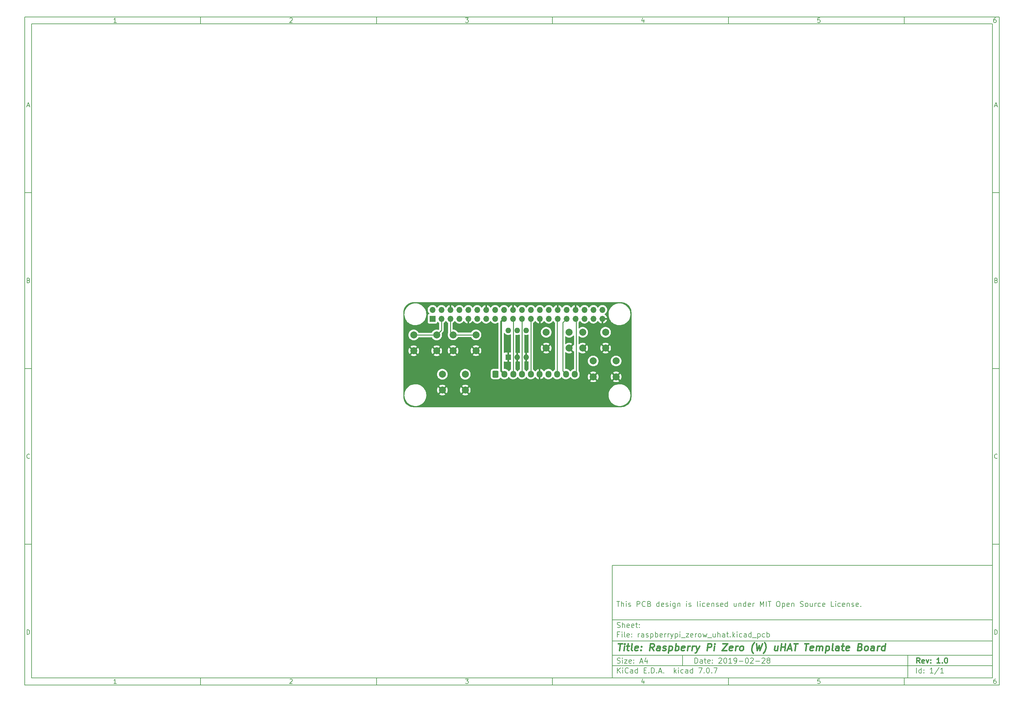
<source format=gbr>
G04 #@! TF.GenerationSoftware,KiCad,Pcbnew,7.0.7*
G04 #@! TF.CreationDate,2024-04-04T13:45:20+09:00*
G04 #@! TF.ProjectId,raspberrypi_zerow_uhat,72617370-6265-4727-9279-70695f7a6572,1.0*
G04 #@! TF.SameCoordinates,Original*
G04 #@! TF.FileFunction,Copper,L1,Top*
G04 #@! TF.FilePolarity,Positive*
%FSLAX46Y46*%
G04 Gerber Fmt 4.6, Leading zero omitted, Abs format (unit mm)*
G04 Created by KiCad (PCBNEW 7.0.7) date 2024-04-04 13:45:20*
%MOMM*%
%LPD*%
G01*
G04 APERTURE LIST*
G04 Aperture macros list*
%AMRoundRect*
0 Rectangle with rounded corners*
0 $1 Rounding radius*
0 $2 $3 $4 $5 $6 $7 $8 $9 X,Y pos of 4 corners*
0 Add a 4 corners polygon primitive as box body*
4,1,4,$2,$3,$4,$5,$6,$7,$8,$9,$2,$3,0*
0 Add four circle primitives for the rounded corners*
1,1,$1+$1,$2,$3*
1,1,$1+$1,$4,$5*
1,1,$1+$1,$6,$7*
1,1,$1+$1,$8,$9*
0 Add four rect primitives between the rounded corners*
20,1,$1+$1,$2,$3,$4,$5,0*
20,1,$1+$1,$4,$5,$6,$7,0*
20,1,$1+$1,$6,$7,$8,$9,0*
20,1,$1+$1,$8,$9,$2,$3,0*%
G04 Aperture macros list end*
%ADD10C,0.100000*%
%ADD11C,0.150000*%
%ADD12C,0.300000*%
%ADD13C,0.400000*%
G04 #@! TA.AperFunction,ComponentPad*
%ADD14C,2.000000*%
G04 #@! TD*
G04 #@! TA.AperFunction,ComponentPad*
%ADD15R,1.600000X1.600000*%
G04 #@! TD*
G04 #@! TA.AperFunction,ComponentPad*
%ADD16O,1.600000X1.600000*%
G04 #@! TD*
G04 #@! TA.AperFunction,ComponentPad*
%ADD17RoundRect,0.250000X-0.600000X-0.725000X0.600000X-0.725000X0.600000X0.725000X-0.600000X0.725000X0*%
G04 #@! TD*
G04 #@! TA.AperFunction,ComponentPad*
%ADD18O,1.700000X1.950000*%
G04 #@! TD*
G04 #@! TA.AperFunction,ComponentPad*
%ADD19R,1.700000X1.700000*%
G04 #@! TD*
G04 #@! TA.AperFunction,ComponentPad*
%ADD20O,1.700000X1.700000*%
G04 #@! TD*
G04 #@! TA.AperFunction,Conductor*
%ADD21C,0.500000*%
G04 #@! TD*
G04 #@! TA.AperFunction,Conductor*
%ADD22C,0.250000*%
G04 #@! TD*
G04 APERTURE END LIST*
D10*
D11*
X177002200Y-166007200D02*
X285002200Y-166007200D01*
X285002200Y-198007200D01*
X177002200Y-198007200D01*
X177002200Y-166007200D01*
D10*
D11*
X10000000Y-10000000D02*
X287002200Y-10000000D01*
X287002200Y-200007200D01*
X10000000Y-200007200D01*
X10000000Y-10000000D01*
D10*
D11*
X12000000Y-12000000D02*
X285002200Y-12000000D01*
X285002200Y-198007200D01*
X12000000Y-198007200D01*
X12000000Y-12000000D01*
D10*
D11*
X60000000Y-12000000D02*
X60000000Y-10000000D01*
D10*
D11*
X110000000Y-12000000D02*
X110000000Y-10000000D01*
D10*
D11*
X160000000Y-12000000D02*
X160000000Y-10000000D01*
D10*
D11*
X210000000Y-12000000D02*
X210000000Y-10000000D01*
D10*
D11*
X260000000Y-12000000D02*
X260000000Y-10000000D01*
D10*
D11*
X36089160Y-11593604D02*
X35346303Y-11593604D01*
X35717731Y-11593604D02*
X35717731Y-10293604D01*
X35717731Y-10293604D02*
X35593922Y-10479319D01*
X35593922Y-10479319D02*
X35470112Y-10603128D01*
X35470112Y-10603128D02*
X35346303Y-10665033D01*
D10*
D11*
X85346303Y-10417414D02*
X85408207Y-10355509D01*
X85408207Y-10355509D02*
X85532017Y-10293604D01*
X85532017Y-10293604D02*
X85841541Y-10293604D01*
X85841541Y-10293604D02*
X85965350Y-10355509D01*
X85965350Y-10355509D02*
X86027255Y-10417414D01*
X86027255Y-10417414D02*
X86089160Y-10541223D01*
X86089160Y-10541223D02*
X86089160Y-10665033D01*
X86089160Y-10665033D02*
X86027255Y-10850747D01*
X86027255Y-10850747D02*
X85284398Y-11593604D01*
X85284398Y-11593604D02*
X86089160Y-11593604D01*
D10*
D11*
X135284398Y-10293604D02*
X136089160Y-10293604D01*
X136089160Y-10293604D02*
X135655826Y-10788842D01*
X135655826Y-10788842D02*
X135841541Y-10788842D01*
X135841541Y-10788842D02*
X135965350Y-10850747D01*
X135965350Y-10850747D02*
X136027255Y-10912652D01*
X136027255Y-10912652D02*
X136089160Y-11036461D01*
X136089160Y-11036461D02*
X136089160Y-11345985D01*
X136089160Y-11345985D02*
X136027255Y-11469795D01*
X136027255Y-11469795D02*
X135965350Y-11531700D01*
X135965350Y-11531700D02*
X135841541Y-11593604D01*
X135841541Y-11593604D02*
X135470112Y-11593604D01*
X135470112Y-11593604D02*
X135346303Y-11531700D01*
X135346303Y-11531700D02*
X135284398Y-11469795D01*
D10*
D11*
X185965350Y-10726938D02*
X185965350Y-11593604D01*
X185655826Y-10231700D02*
X185346303Y-11160271D01*
X185346303Y-11160271D02*
X186151064Y-11160271D01*
D10*
D11*
X236027255Y-10293604D02*
X235408207Y-10293604D01*
X235408207Y-10293604D02*
X235346303Y-10912652D01*
X235346303Y-10912652D02*
X235408207Y-10850747D01*
X235408207Y-10850747D02*
X235532017Y-10788842D01*
X235532017Y-10788842D02*
X235841541Y-10788842D01*
X235841541Y-10788842D02*
X235965350Y-10850747D01*
X235965350Y-10850747D02*
X236027255Y-10912652D01*
X236027255Y-10912652D02*
X236089160Y-11036461D01*
X236089160Y-11036461D02*
X236089160Y-11345985D01*
X236089160Y-11345985D02*
X236027255Y-11469795D01*
X236027255Y-11469795D02*
X235965350Y-11531700D01*
X235965350Y-11531700D02*
X235841541Y-11593604D01*
X235841541Y-11593604D02*
X235532017Y-11593604D01*
X235532017Y-11593604D02*
X235408207Y-11531700D01*
X235408207Y-11531700D02*
X235346303Y-11469795D01*
D10*
D11*
X285965350Y-10293604D02*
X285717731Y-10293604D01*
X285717731Y-10293604D02*
X285593922Y-10355509D01*
X285593922Y-10355509D02*
X285532017Y-10417414D01*
X285532017Y-10417414D02*
X285408207Y-10603128D01*
X285408207Y-10603128D02*
X285346303Y-10850747D01*
X285346303Y-10850747D02*
X285346303Y-11345985D01*
X285346303Y-11345985D02*
X285408207Y-11469795D01*
X285408207Y-11469795D02*
X285470112Y-11531700D01*
X285470112Y-11531700D02*
X285593922Y-11593604D01*
X285593922Y-11593604D02*
X285841541Y-11593604D01*
X285841541Y-11593604D02*
X285965350Y-11531700D01*
X285965350Y-11531700D02*
X286027255Y-11469795D01*
X286027255Y-11469795D02*
X286089160Y-11345985D01*
X286089160Y-11345985D02*
X286089160Y-11036461D01*
X286089160Y-11036461D02*
X286027255Y-10912652D01*
X286027255Y-10912652D02*
X285965350Y-10850747D01*
X285965350Y-10850747D02*
X285841541Y-10788842D01*
X285841541Y-10788842D02*
X285593922Y-10788842D01*
X285593922Y-10788842D02*
X285470112Y-10850747D01*
X285470112Y-10850747D02*
X285408207Y-10912652D01*
X285408207Y-10912652D02*
X285346303Y-11036461D01*
D10*
D11*
X60000000Y-198007200D02*
X60000000Y-200007200D01*
D10*
D11*
X110000000Y-198007200D02*
X110000000Y-200007200D01*
D10*
D11*
X160000000Y-198007200D02*
X160000000Y-200007200D01*
D10*
D11*
X210000000Y-198007200D02*
X210000000Y-200007200D01*
D10*
D11*
X260000000Y-198007200D02*
X260000000Y-200007200D01*
D10*
D11*
X36089160Y-199600804D02*
X35346303Y-199600804D01*
X35717731Y-199600804D02*
X35717731Y-198300804D01*
X35717731Y-198300804D02*
X35593922Y-198486519D01*
X35593922Y-198486519D02*
X35470112Y-198610328D01*
X35470112Y-198610328D02*
X35346303Y-198672233D01*
D10*
D11*
X85346303Y-198424614D02*
X85408207Y-198362709D01*
X85408207Y-198362709D02*
X85532017Y-198300804D01*
X85532017Y-198300804D02*
X85841541Y-198300804D01*
X85841541Y-198300804D02*
X85965350Y-198362709D01*
X85965350Y-198362709D02*
X86027255Y-198424614D01*
X86027255Y-198424614D02*
X86089160Y-198548423D01*
X86089160Y-198548423D02*
X86089160Y-198672233D01*
X86089160Y-198672233D02*
X86027255Y-198857947D01*
X86027255Y-198857947D02*
X85284398Y-199600804D01*
X85284398Y-199600804D02*
X86089160Y-199600804D01*
D10*
D11*
X135284398Y-198300804D02*
X136089160Y-198300804D01*
X136089160Y-198300804D02*
X135655826Y-198796042D01*
X135655826Y-198796042D02*
X135841541Y-198796042D01*
X135841541Y-198796042D02*
X135965350Y-198857947D01*
X135965350Y-198857947D02*
X136027255Y-198919852D01*
X136027255Y-198919852D02*
X136089160Y-199043661D01*
X136089160Y-199043661D02*
X136089160Y-199353185D01*
X136089160Y-199353185D02*
X136027255Y-199476995D01*
X136027255Y-199476995D02*
X135965350Y-199538900D01*
X135965350Y-199538900D02*
X135841541Y-199600804D01*
X135841541Y-199600804D02*
X135470112Y-199600804D01*
X135470112Y-199600804D02*
X135346303Y-199538900D01*
X135346303Y-199538900D02*
X135284398Y-199476995D01*
D10*
D11*
X185965350Y-198734138D02*
X185965350Y-199600804D01*
X185655826Y-198238900D02*
X185346303Y-199167471D01*
X185346303Y-199167471D02*
X186151064Y-199167471D01*
D10*
D11*
X236027255Y-198300804D02*
X235408207Y-198300804D01*
X235408207Y-198300804D02*
X235346303Y-198919852D01*
X235346303Y-198919852D02*
X235408207Y-198857947D01*
X235408207Y-198857947D02*
X235532017Y-198796042D01*
X235532017Y-198796042D02*
X235841541Y-198796042D01*
X235841541Y-198796042D02*
X235965350Y-198857947D01*
X235965350Y-198857947D02*
X236027255Y-198919852D01*
X236027255Y-198919852D02*
X236089160Y-199043661D01*
X236089160Y-199043661D02*
X236089160Y-199353185D01*
X236089160Y-199353185D02*
X236027255Y-199476995D01*
X236027255Y-199476995D02*
X235965350Y-199538900D01*
X235965350Y-199538900D02*
X235841541Y-199600804D01*
X235841541Y-199600804D02*
X235532017Y-199600804D01*
X235532017Y-199600804D02*
X235408207Y-199538900D01*
X235408207Y-199538900D02*
X235346303Y-199476995D01*
D10*
D11*
X285965350Y-198300804D02*
X285717731Y-198300804D01*
X285717731Y-198300804D02*
X285593922Y-198362709D01*
X285593922Y-198362709D02*
X285532017Y-198424614D01*
X285532017Y-198424614D02*
X285408207Y-198610328D01*
X285408207Y-198610328D02*
X285346303Y-198857947D01*
X285346303Y-198857947D02*
X285346303Y-199353185D01*
X285346303Y-199353185D02*
X285408207Y-199476995D01*
X285408207Y-199476995D02*
X285470112Y-199538900D01*
X285470112Y-199538900D02*
X285593922Y-199600804D01*
X285593922Y-199600804D02*
X285841541Y-199600804D01*
X285841541Y-199600804D02*
X285965350Y-199538900D01*
X285965350Y-199538900D02*
X286027255Y-199476995D01*
X286027255Y-199476995D02*
X286089160Y-199353185D01*
X286089160Y-199353185D02*
X286089160Y-199043661D01*
X286089160Y-199043661D02*
X286027255Y-198919852D01*
X286027255Y-198919852D02*
X285965350Y-198857947D01*
X285965350Y-198857947D02*
X285841541Y-198796042D01*
X285841541Y-198796042D02*
X285593922Y-198796042D01*
X285593922Y-198796042D02*
X285470112Y-198857947D01*
X285470112Y-198857947D02*
X285408207Y-198919852D01*
X285408207Y-198919852D02*
X285346303Y-199043661D01*
D10*
D11*
X10000000Y-60000000D02*
X12000000Y-60000000D01*
D10*
D11*
X10000000Y-110000000D02*
X12000000Y-110000000D01*
D10*
D11*
X10000000Y-160000000D02*
X12000000Y-160000000D01*
D10*
D11*
X10690476Y-35222176D02*
X11309523Y-35222176D01*
X10566666Y-35593604D02*
X10999999Y-34293604D01*
X10999999Y-34293604D02*
X11433333Y-35593604D01*
D10*
D11*
X11092857Y-84912652D02*
X11278571Y-84974557D01*
X11278571Y-84974557D02*
X11340476Y-85036461D01*
X11340476Y-85036461D02*
X11402380Y-85160271D01*
X11402380Y-85160271D02*
X11402380Y-85345985D01*
X11402380Y-85345985D02*
X11340476Y-85469795D01*
X11340476Y-85469795D02*
X11278571Y-85531700D01*
X11278571Y-85531700D02*
X11154761Y-85593604D01*
X11154761Y-85593604D02*
X10659523Y-85593604D01*
X10659523Y-85593604D02*
X10659523Y-84293604D01*
X10659523Y-84293604D02*
X11092857Y-84293604D01*
X11092857Y-84293604D02*
X11216666Y-84355509D01*
X11216666Y-84355509D02*
X11278571Y-84417414D01*
X11278571Y-84417414D02*
X11340476Y-84541223D01*
X11340476Y-84541223D02*
X11340476Y-84665033D01*
X11340476Y-84665033D02*
X11278571Y-84788842D01*
X11278571Y-84788842D02*
X11216666Y-84850747D01*
X11216666Y-84850747D02*
X11092857Y-84912652D01*
X11092857Y-84912652D02*
X10659523Y-84912652D01*
D10*
D11*
X11402380Y-135469795D02*
X11340476Y-135531700D01*
X11340476Y-135531700D02*
X11154761Y-135593604D01*
X11154761Y-135593604D02*
X11030952Y-135593604D01*
X11030952Y-135593604D02*
X10845238Y-135531700D01*
X10845238Y-135531700D02*
X10721428Y-135407890D01*
X10721428Y-135407890D02*
X10659523Y-135284080D01*
X10659523Y-135284080D02*
X10597619Y-135036461D01*
X10597619Y-135036461D02*
X10597619Y-134850747D01*
X10597619Y-134850747D02*
X10659523Y-134603128D01*
X10659523Y-134603128D02*
X10721428Y-134479319D01*
X10721428Y-134479319D02*
X10845238Y-134355509D01*
X10845238Y-134355509D02*
X11030952Y-134293604D01*
X11030952Y-134293604D02*
X11154761Y-134293604D01*
X11154761Y-134293604D02*
X11340476Y-134355509D01*
X11340476Y-134355509D02*
X11402380Y-134417414D01*
D10*
D11*
X10659523Y-185593604D02*
X10659523Y-184293604D01*
X10659523Y-184293604D02*
X10969047Y-184293604D01*
X10969047Y-184293604D02*
X11154761Y-184355509D01*
X11154761Y-184355509D02*
X11278571Y-184479319D01*
X11278571Y-184479319D02*
X11340476Y-184603128D01*
X11340476Y-184603128D02*
X11402380Y-184850747D01*
X11402380Y-184850747D02*
X11402380Y-185036461D01*
X11402380Y-185036461D02*
X11340476Y-185284080D01*
X11340476Y-185284080D02*
X11278571Y-185407890D01*
X11278571Y-185407890D02*
X11154761Y-185531700D01*
X11154761Y-185531700D02*
X10969047Y-185593604D01*
X10969047Y-185593604D02*
X10659523Y-185593604D01*
D10*
D11*
X287002200Y-60000000D02*
X285002200Y-60000000D01*
D10*
D11*
X287002200Y-110000000D02*
X285002200Y-110000000D01*
D10*
D11*
X287002200Y-160000000D02*
X285002200Y-160000000D01*
D10*
D11*
X285692676Y-35222176D02*
X286311723Y-35222176D01*
X285568866Y-35593604D02*
X286002199Y-34293604D01*
X286002199Y-34293604D02*
X286435533Y-35593604D01*
D10*
D11*
X286095057Y-84912652D02*
X286280771Y-84974557D01*
X286280771Y-84974557D02*
X286342676Y-85036461D01*
X286342676Y-85036461D02*
X286404580Y-85160271D01*
X286404580Y-85160271D02*
X286404580Y-85345985D01*
X286404580Y-85345985D02*
X286342676Y-85469795D01*
X286342676Y-85469795D02*
X286280771Y-85531700D01*
X286280771Y-85531700D02*
X286156961Y-85593604D01*
X286156961Y-85593604D02*
X285661723Y-85593604D01*
X285661723Y-85593604D02*
X285661723Y-84293604D01*
X285661723Y-84293604D02*
X286095057Y-84293604D01*
X286095057Y-84293604D02*
X286218866Y-84355509D01*
X286218866Y-84355509D02*
X286280771Y-84417414D01*
X286280771Y-84417414D02*
X286342676Y-84541223D01*
X286342676Y-84541223D02*
X286342676Y-84665033D01*
X286342676Y-84665033D02*
X286280771Y-84788842D01*
X286280771Y-84788842D02*
X286218866Y-84850747D01*
X286218866Y-84850747D02*
X286095057Y-84912652D01*
X286095057Y-84912652D02*
X285661723Y-84912652D01*
D10*
D11*
X286404580Y-135469795D02*
X286342676Y-135531700D01*
X286342676Y-135531700D02*
X286156961Y-135593604D01*
X286156961Y-135593604D02*
X286033152Y-135593604D01*
X286033152Y-135593604D02*
X285847438Y-135531700D01*
X285847438Y-135531700D02*
X285723628Y-135407890D01*
X285723628Y-135407890D02*
X285661723Y-135284080D01*
X285661723Y-135284080D02*
X285599819Y-135036461D01*
X285599819Y-135036461D02*
X285599819Y-134850747D01*
X285599819Y-134850747D02*
X285661723Y-134603128D01*
X285661723Y-134603128D02*
X285723628Y-134479319D01*
X285723628Y-134479319D02*
X285847438Y-134355509D01*
X285847438Y-134355509D02*
X286033152Y-134293604D01*
X286033152Y-134293604D02*
X286156961Y-134293604D01*
X286156961Y-134293604D02*
X286342676Y-134355509D01*
X286342676Y-134355509D02*
X286404580Y-134417414D01*
D10*
D11*
X285661723Y-185593604D02*
X285661723Y-184293604D01*
X285661723Y-184293604D02*
X285971247Y-184293604D01*
X285971247Y-184293604D02*
X286156961Y-184355509D01*
X286156961Y-184355509D02*
X286280771Y-184479319D01*
X286280771Y-184479319D02*
X286342676Y-184603128D01*
X286342676Y-184603128D02*
X286404580Y-184850747D01*
X286404580Y-184850747D02*
X286404580Y-185036461D01*
X286404580Y-185036461D02*
X286342676Y-185284080D01*
X286342676Y-185284080D02*
X286280771Y-185407890D01*
X286280771Y-185407890D02*
X286156961Y-185531700D01*
X286156961Y-185531700D02*
X285971247Y-185593604D01*
X285971247Y-185593604D02*
X285661723Y-185593604D01*
D10*
D11*
X200458026Y-193793328D02*
X200458026Y-192293328D01*
X200458026Y-192293328D02*
X200815169Y-192293328D01*
X200815169Y-192293328D02*
X201029455Y-192364757D01*
X201029455Y-192364757D02*
X201172312Y-192507614D01*
X201172312Y-192507614D02*
X201243741Y-192650471D01*
X201243741Y-192650471D02*
X201315169Y-192936185D01*
X201315169Y-192936185D02*
X201315169Y-193150471D01*
X201315169Y-193150471D02*
X201243741Y-193436185D01*
X201243741Y-193436185D02*
X201172312Y-193579042D01*
X201172312Y-193579042D02*
X201029455Y-193721900D01*
X201029455Y-193721900D02*
X200815169Y-193793328D01*
X200815169Y-193793328D02*
X200458026Y-193793328D01*
X202600884Y-193793328D02*
X202600884Y-193007614D01*
X202600884Y-193007614D02*
X202529455Y-192864757D01*
X202529455Y-192864757D02*
X202386598Y-192793328D01*
X202386598Y-192793328D02*
X202100884Y-192793328D01*
X202100884Y-192793328D02*
X201958026Y-192864757D01*
X202600884Y-193721900D02*
X202458026Y-193793328D01*
X202458026Y-193793328D02*
X202100884Y-193793328D01*
X202100884Y-193793328D02*
X201958026Y-193721900D01*
X201958026Y-193721900D02*
X201886598Y-193579042D01*
X201886598Y-193579042D02*
X201886598Y-193436185D01*
X201886598Y-193436185D02*
X201958026Y-193293328D01*
X201958026Y-193293328D02*
X202100884Y-193221900D01*
X202100884Y-193221900D02*
X202458026Y-193221900D01*
X202458026Y-193221900D02*
X202600884Y-193150471D01*
X203100884Y-192793328D02*
X203672312Y-192793328D01*
X203315169Y-192293328D02*
X203315169Y-193579042D01*
X203315169Y-193579042D02*
X203386598Y-193721900D01*
X203386598Y-193721900D02*
X203529455Y-193793328D01*
X203529455Y-193793328D02*
X203672312Y-193793328D01*
X204743741Y-193721900D02*
X204600884Y-193793328D01*
X204600884Y-193793328D02*
X204315170Y-193793328D01*
X204315170Y-193793328D02*
X204172312Y-193721900D01*
X204172312Y-193721900D02*
X204100884Y-193579042D01*
X204100884Y-193579042D02*
X204100884Y-193007614D01*
X204100884Y-193007614D02*
X204172312Y-192864757D01*
X204172312Y-192864757D02*
X204315170Y-192793328D01*
X204315170Y-192793328D02*
X204600884Y-192793328D01*
X204600884Y-192793328D02*
X204743741Y-192864757D01*
X204743741Y-192864757D02*
X204815170Y-193007614D01*
X204815170Y-193007614D02*
X204815170Y-193150471D01*
X204815170Y-193150471D02*
X204100884Y-193293328D01*
X205458026Y-193650471D02*
X205529455Y-193721900D01*
X205529455Y-193721900D02*
X205458026Y-193793328D01*
X205458026Y-193793328D02*
X205386598Y-193721900D01*
X205386598Y-193721900D02*
X205458026Y-193650471D01*
X205458026Y-193650471D02*
X205458026Y-193793328D01*
X205458026Y-192864757D02*
X205529455Y-192936185D01*
X205529455Y-192936185D02*
X205458026Y-193007614D01*
X205458026Y-193007614D02*
X205386598Y-192936185D01*
X205386598Y-192936185D02*
X205458026Y-192864757D01*
X205458026Y-192864757D02*
X205458026Y-193007614D01*
X207243741Y-192436185D02*
X207315169Y-192364757D01*
X207315169Y-192364757D02*
X207458027Y-192293328D01*
X207458027Y-192293328D02*
X207815169Y-192293328D01*
X207815169Y-192293328D02*
X207958027Y-192364757D01*
X207958027Y-192364757D02*
X208029455Y-192436185D01*
X208029455Y-192436185D02*
X208100884Y-192579042D01*
X208100884Y-192579042D02*
X208100884Y-192721900D01*
X208100884Y-192721900D02*
X208029455Y-192936185D01*
X208029455Y-192936185D02*
X207172312Y-193793328D01*
X207172312Y-193793328D02*
X208100884Y-193793328D01*
X209029455Y-192293328D02*
X209172312Y-192293328D01*
X209172312Y-192293328D02*
X209315169Y-192364757D01*
X209315169Y-192364757D02*
X209386598Y-192436185D01*
X209386598Y-192436185D02*
X209458026Y-192579042D01*
X209458026Y-192579042D02*
X209529455Y-192864757D01*
X209529455Y-192864757D02*
X209529455Y-193221900D01*
X209529455Y-193221900D02*
X209458026Y-193507614D01*
X209458026Y-193507614D02*
X209386598Y-193650471D01*
X209386598Y-193650471D02*
X209315169Y-193721900D01*
X209315169Y-193721900D02*
X209172312Y-193793328D01*
X209172312Y-193793328D02*
X209029455Y-193793328D01*
X209029455Y-193793328D02*
X208886598Y-193721900D01*
X208886598Y-193721900D02*
X208815169Y-193650471D01*
X208815169Y-193650471D02*
X208743740Y-193507614D01*
X208743740Y-193507614D02*
X208672312Y-193221900D01*
X208672312Y-193221900D02*
X208672312Y-192864757D01*
X208672312Y-192864757D02*
X208743740Y-192579042D01*
X208743740Y-192579042D02*
X208815169Y-192436185D01*
X208815169Y-192436185D02*
X208886598Y-192364757D01*
X208886598Y-192364757D02*
X209029455Y-192293328D01*
X210958026Y-193793328D02*
X210100883Y-193793328D01*
X210529454Y-193793328D02*
X210529454Y-192293328D01*
X210529454Y-192293328D02*
X210386597Y-192507614D01*
X210386597Y-192507614D02*
X210243740Y-192650471D01*
X210243740Y-192650471D02*
X210100883Y-192721900D01*
X211672311Y-193793328D02*
X211958025Y-193793328D01*
X211958025Y-193793328D02*
X212100882Y-193721900D01*
X212100882Y-193721900D02*
X212172311Y-193650471D01*
X212172311Y-193650471D02*
X212315168Y-193436185D01*
X212315168Y-193436185D02*
X212386597Y-193150471D01*
X212386597Y-193150471D02*
X212386597Y-192579042D01*
X212386597Y-192579042D02*
X212315168Y-192436185D01*
X212315168Y-192436185D02*
X212243740Y-192364757D01*
X212243740Y-192364757D02*
X212100882Y-192293328D01*
X212100882Y-192293328D02*
X211815168Y-192293328D01*
X211815168Y-192293328D02*
X211672311Y-192364757D01*
X211672311Y-192364757D02*
X211600882Y-192436185D01*
X211600882Y-192436185D02*
X211529454Y-192579042D01*
X211529454Y-192579042D02*
X211529454Y-192936185D01*
X211529454Y-192936185D02*
X211600882Y-193079042D01*
X211600882Y-193079042D02*
X211672311Y-193150471D01*
X211672311Y-193150471D02*
X211815168Y-193221900D01*
X211815168Y-193221900D02*
X212100882Y-193221900D01*
X212100882Y-193221900D02*
X212243740Y-193150471D01*
X212243740Y-193150471D02*
X212315168Y-193079042D01*
X212315168Y-193079042D02*
X212386597Y-192936185D01*
X213029453Y-193221900D02*
X214172311Y-193221900D01*
X215172311Y-192293328D02*
X215315168Y-192293328D01*
X215315168Y-192293328D02*
X215458025Y-192364757D01*
X215458025Y-192364757D02*
X215529454Y-192436185D01*
X215529454Y-192436185D02*
X215600882Y-192579042D01*
X215600882Y-192579042D02*
X215672311Y-192864757D01*
X215672311Y-192864757D02*
X215672311Y-193221900D01*
X215672311Y-193221900D02*
X215600882Y-193507614D01*
X215600882Y-193507614D02*
X215529454Y-193650471D01*
X215529454Y-193650471D02*
X215458025Y-193721900D01*
X215458025Y-193721900D02*
X215315168Y-193793328D01*
X215315168Y-193793328D02*
X215172311Y-193793328D01*
X215172311Y-193793328D02*
X215029454Y-193721900D01*
X215029454Y-193721900D02*
X214958025Y-193650471D01*
X214958025Y-193650471D02*
X214886596Y-193507614D01*
X214886596Y-193507614D02*
X214815168Y-193221900D01*
X214815168Y-193221900D02*
X214815168Y-192864757D01*
X214815168Y-192864757D02*
X214886596Y-192579042D01*
X214886596Y-192579042D02*
X214958025Y-192436185D01*
X214958025Y-192436185D02*
X215029454Y-192364757D01*
X215029454Y-192364757D02*
X215172311Y-192293328D01*
X216243739Y-192436185D02*
X216315167Y-192364757D01*
X216315167Y-192364757D02*
X216458025Y-192293328D01*
X216458025Y-192293328D02*
X216815167Y-192293328D01*
X216815167Y-192293328D02*
X216958025Y-192364757D01*
X216958025Y-192364757D02*
X217029453Y-192436185D01*
X217029453Y-192436185D02*
X217100882Y-192579042D01*
X217100882Y-192579042D02*
X217100882Y-192721900D01*
X217100882Y-192721900D02*
X217029453Y-192936185D01*
X217029453Y-192936185D02*
X216172310Y-193793328D01*
X216172310Y-193793328D02*
X217100882Y-193793328D01*
X217743738Y-193221900D02*
X218886596Y-193221900D01*
X219529453Y-192436185D02*
X219600881Y-192364757D01*
X219600881Y-192364757D02*
X219743739Y-192293328D01*
X219743739Y-192293328D02*
X220100881Y-192293328D01*
X220100881Y-192293328D02*
X220243739Y-192364757D01*
X220243739Y-192364757D02*
X220315167Y-192436185D01*
X220315167Y-192436185D02*
X220386596Y-192579042D01*
X220386596Y-192579042D02*
X220386596Y-192721900D01*
X220386596Y-192721900D02*
X220315167Y-192936185D01*
X220315167Y-192936185D02*
X219458024Y-193793328D01*
X219458024Y-193793328D02*
X220386596Y-193793328D01*
X221243738Y-192936185D02*
X221100881Y-192864757D01*
X221100881Y-192864757D02*
X221029452Y-192793328D01*
X221029452Y-192793328D02*
X220958024Y-192650471D01*
X220958024Y-192650471D02*
X220958024Y-192579042D01*
X220958024Y-192579042D02*
X221029452Y-192436185D01*
X221029452Y-192436185D02*
X221100881Y-192364757D01*
X221100881Y-192364757D02*
X221243738Y-192293328D01*
X221243738Y-192293328D02*
X221529452Y-192293328D01*
X221529452Y-192293328D02*
X221672310Y-192364757D01*
X221672310Y-192364757D02*
X221743738Y-192436185D01*
X221743738Y-192436185D02*
X221815167Y-192579042D01*
X221815167Y-192579042D02*
X221815167Y-192650471D01*
X221815167Y-192650471D02*
X221743738Y-192793328D01*
X221743738Y-192793328D02*
X221672310Y-192864757D01*
X221672310Y-192864757D02*
X221529452Y-192936185D01*
X221529452Y-192936185D02*
X221243738Y-192936185D01*
X221243738Y-192936185D02*
X221100881Y-193007614D01*
X221100881Y-193007614D02*
X221029452Y-193079042D01*
X221029452Y-193079042D02*
X220958024Y-193221900D01*
X220958024Y-193221900D02*
X220958024Y-193507614D01*
X220958024Y-193507614D02*
X221029452Y-193650471D01*
X221029452Y-193650471D02*
X221100881Y-193721900D01*
X221100881Y-193721900D02*
X221243738Y-193793328D01*
X221243738Y-193793328D02*
X221529452Y-193793328D01*
X221529452Y-193793328D02*
X221672310Y-193721900D01*
X221672310Y-193721900D02*
X221743738Y-193650471D01*
X221743738Y-193650471D02*
X221815167Y-193507614D01*
X221815167Y-193507614D02*
X221815167Y-193221900D01*
X221815167Y-193221900D02*
X221743738Y-193079042D01*
X221743738Y-193079042D02*
X221672310Y-193007614D01*
X221672310Y-193007614D02*
X221529452Y-192936185D01*
D10*
D11*
X177002200Y-194507200D02*
X285002200Y-194507200D01*
D10*
D11*
X178458026Y-196593328D02*
X178458026Y-195093328D01*
X179315169Y-196593328D02*
X178672312Y-195736185D01*
X179315169Y-195093328D02*
X178458026Y-195950471D01*
X179958026Y-196593328D02*
X179958026Y-195593328D01*
X179958026Y-195093328D02*
X179886598Y-195164757D01*
X179886598Y-195164757D02*
X179958026Y-195236185D01*
X179958026Y-195236185D02*
X180029455Y-195164757D01*
X180029455Y-195164757D02*
X179958026Y-195093328D01*
X179958026Y-195093328D02*
X179958026Y-195236185D01*
X181529455Y-196450471D02*
X181458027Y-196521900D01*
X181458027Y-196521900D02*
X181243741Y-196593328D01*
X181243741Y-196593328D02*
X181100884Y-196593328D01*
X181100884Y-196593328D02*
X180886598Y-196521900D01*
X180886598Y-196521900D02*
X180743741Y-196379042D01*
X180743741Y-196379042D02*
X180672312Y-196236185D01*
X180672312Y-196236185D02*
X180600884Y-195950471D01*
X180600884Y-195950471D02*
X180600884Y-195736185D01*
X180600884Y-195736185D02*
X180672312Y-195450471D01*
X180672312Y-195450471D02*
X180743741Y-195307614D01*
X180743741Y-195307614D02*
X180886598Y-195164757D01*
X180886598Y-195164757D02*
X181100884Y-195093328D01*
X181100884Y-195093328D02*
X181243741Y-195093328D01*
X181243741Y-195093328D02*
X181458027Y-195164757D01*
X181458027Y-195164757D02*
X181529455Y-195236185D01*
X182815170Y-196593328D02*
X182815170Y-195807614D01*
X182815170Y-195807614D02*
X182743741Y-195664757D01*
X182743741Y-195664757D02*
X182600884Y-195593328D01*
X182600884Y-195593328D02*
X182315170Y-195593328D01*
X182315170Y-195593328D02*
X182172312Y-195664757D01*
X182815170Y-196521900D02*
X182672312Y-196593328D01*
X182672312Y-196593328D02*
X182315170Y-196593328D01*
X182315170Y-196593328D02*
X182172312Y-196521900D01*
X182172312Y-196521900D02*
X182100884Y-196379042D01*
X182100884Y-196379042D02*
X182100884Y-196236185D01*
X182100884Y-196236185D02*
X182172312Y-196093328D01*
X182172312Y-196093328D02*
X182315170Y-196021900D01*
X182315170Y-196021900D02*
X182672312Y-196021900D01*
X182672312Y-196021900D02*
X182815170Y-195950471D01*
X184172313Y-196593328D02*
X184172313Y-195093328D01*
X184172313Y-196521900D02*
X184029455Y-196593328D01*
X184029455Y-196593328D02*
X183743741Y-196593328D01*
X183743741Y-196593328D02*
X183600884Y-196521900D01*
X183600884Y-196521900D02*
X183529455Y-196450471D01*
X183529455Y-196450471D02*
X183458027Y-196307614D01*
X183458027Y-196307614D02*
X183458027Y-195879042D01*
X183458027Y-195879042D02*
X183529455Y-195736185D01*
X183529455Y-195736185D02*
X183600884Y-195664757D01*
X183600884Y-195664757D02*
X183743741Y-195593328D01*
X183743741Y-195593328D02*
X184029455Y-195593328D01*
X184029455Y-195593328D02*
X184172313Y-195664757D01*
X186029455Y-195807614D02*
X186529455Y-195807614D01*
X186743741Y-196593328D02*
X186029455Y-196593328D01*
X186029455Y-196593328D02*
X186029455Y-195093328D01*
X186029455Y-195093328D02*
X186743741Y-195093328D01*
X187386598Y-196450471D02*
X187458027Y-196521900D01*
X187458027Y-196521900D02*
X187386598Y-196593328D01*
X187386598Y-196593328D02*
X187315170Y-196521900D01*
X187315170Y-196521900D02*
X187386598Y-196450471D01*
X187386598Y-196450471D02*
X187386598Y-196593328D01*
X188100884Y-196593328D02*
X188100884Y-195093328D01*
X188100884Y-195093328D02*
X188458027Y-195093328D01*
X188458027Y-195093328D02*
X188672313Y-195164757D01*
X188672313Y-195164757D02*
X188815170Y-195307614D01*
X188815170Y-195307614D02*
X188886599Y-195450471D01*
X188886599Y-195450471D02*
X188958027Y-195736185D01*
X188958027Y-195736185D02*
X188958027Y-195950471D01*
X188958027Y-195950471D02*
X188886599Y-196236185D01*
X188886599Y-196236185D02*
X188815170Y-196379042D01*
X188815170Y-196379042D02*
X188672313Y-196521900D01*
X188672313Y-196521900D02*
X188458027Y-196593328D01*
X188458027Y-196593328D02*
X188100884Y-196593328D01*
X189600884Y-196450471D02*
X189672313Y-196521900D01*
X189672313Y-196521900D02*
X189600884Y-196593328D01*
X189600884Y-196593328D02*
X189529456Y-196521900D01*
X189529456Y-196521900D02*
X189600884Y-196450471D01*
X189600884Y-196450471D02*
X189600884Y-196593328D01*
X190243742Y-196164757D02*
X190958028Y-196164757D01*
X190100885Y-196593328D02*
X190600885Y-195093328D01*
X190600885Y-195093328D02*
X191100885Y-196593328D01*
X191600884Y-196450471D02*
X191672313Y-196521900D01*
X191672313Y-196521900D02*
X191600884Y-196593328D01*
X191600884Y-196593328D02*
X191529456Y-196521900D01*
X191529456Y-196521900D02*
X191600884Y-196450471D01*
X191600884Y-196450471D02*
X191600884Y-196593328D01*
X194600884Y-196593328D02*
X194600884Y-195093328D01*
X194743742Y-196021900D02*
X195172313Y-196593328D01*
X195172313Y-195593328D02*
X194600884Y-196164757D01*
X195815170Y-196593328D02*
X195815170Y-195593328D01*
X195815170Y-195093328D02*
X195743742Y-195164757D01*
X195743742Y-195164757D02*
X195815170Y-195236185D01*
X195815170Y-195236185D02*
X195886599Y-195164757D01*
X195886599Y-195164757D02*
X195815170Y-195093328D01*
X195815170Y-195093328D02*
X195815170Y-195236185D01*
X197172314Y-196521900D02*
X197029456Y-196593328D01*
X197029456Y-196593328D02*
X196743742Y-196593328D01*
X196743742Y-196593328D02*
X196600885Y-196521900D01*
X196600885Y-196521900D02*
X196529456Y-196450471D01*
X196529456Y-196450471D02*
X196458028Y-196307614D01*
X196458028Y-196307614D02*
X196458028Y-195879042D01*
X196458028Y-195879042D02*
X196529456Y-195736185D01*
X196529456Y-195736185D02*
X196600885Y-195664757D01*
X196600885Y-195664757D02*
X196743742Y-195593328D01*
X196743742Y-195593328D02*
X197029456Y-195593328D01*
X197029456Y-195593328D02*
X197172314Y-195664757D01*
X198458028Y-196593328D02*
X198458028Y-195807614D01*
X198458028Y-195807614D02*
X198386599Y-195664757D01*
X198386599Y-195664757D02*
X198243742Y-195593328D01*
X198243742Y-195593328D02*
X197958028Y-195593328D01*
X197958028Y-195593328D02*
X197815170Y-195664757D01*
X198458028Y-196521900D02*
X198315170Y-196593328D01*
X198315170Y-196593328D02*
X197958028Y-196593328D01*
X197958028Y-196593328D02*
X197815170Y-196521900D01*
X197815170Y-196521900D02*
X197743742Y-196379042D01*
X197743742Y-196379042D02*
X197743742Y-196236185D01*
X197743742Y-196236185D02*
X197815170Y-196093328D01*
X197815170Y-196093328D02*
X197958028Y-196021900D01*
X197958028Y-196021900D02*
X198315170Y-196021900D01*
X198315170Y-196021900D02*
X198458028Y-195950471D01*
X199815171Y-196593328D02*
X199815171Y-195093328D01*
X199815171Y-196521900D02*
X199672313Y-196593328D01*
X199672313Y-196593328D02*
X199386599Y-196593328D01*
X199386599Y-196593328D02*
X199243742Y-196521900D01*
X199243742Y-196521900D02*
X199172313Y-196450471D01*
X199172313Y-196450471D02*
X199100885Y-196307614D01*
X199100885Y-196307614D02*
X199100885Y-195879042D01*
X199100885Y-195879042D02*
X199172313Y-195736185D01*
X199172313Y-195736185D02*
X199243742Y-195664757D01*
X199243742Y-195664757D02*
X199386599Y-195593328D01*
X199386599Y-195593328D02*
X199672313Y-195593328D01*
X199672313Y-195593328D02*
X199815171Y-195664757D01*
X201529456Y-195093328D02*
X202529456Y-195093328D01*
X202529456Y-195093328D02*
X201886599Y-196593328D01*
X203100884Y-196450471D02*
X203172313Y-196521900D01*
X203172313Y-196521900D02*
X203100884Y-196593328D01*
X203100884Y-196593328D02*
X203029456Y-196521900D01*
X203029456Y-196521900D02*
X203100884Y-196450471D01*
X203100884Y-196450471D02*
X203100884Y-196593328D01*
X204100885Y-195093328D02*
X204243742Y-195093328D01*
X204243742Y-195093328D02*
X204386599Y-195164757D01*
X204386599Y-195164757D02*
X204458028Y-195236185D01*
X204458028Y-195236185D02*
X204529456Y-195379042D01*
X204529456Y-195379042D02*
X204600885Y-195664757D01*
X204600885Y-195664757D02*
X204600885Y-196021900D01*
X204600885Y-196021900D02*
X204529456Y-196307614D01*
X204529456Y-196307614D02*
X204458028Y-196450471D01*
X204458028Y-196450471D02*
X204386599Y-196521900D01*
X204386599Y-196521900D02*
X204243742Y-196593328D01*
X204243742Y-196593328D02*
X204100885Y-196593328D01*
X204100885Y-196593328D02*
X203958028Y-196521900D01*
X203958028Y-196521900D02*
X203886599Y-196450471D01*
X203886599Y-196450471D02*
X203815170Y-196307614D01*
X203815170Y-196307614D02*
X203743742Y-196021900D01*
X203743742Y-196021900D02*
X203743742Y-195664757D01*
X203743742Y-195664757D02*
X203815170Y-195379042D01*
X203815170Y-195379042D02*
X203886599Y-195236185D01*
X203886599Y-195236185D02*
X203958028Y-195164757D01*
X203958028Y-195164757D02*
X204100885Y-195093328D01*
X205243741Y-196450471D02*
X205315170Y-196521900D01*
X205315170Y-196521900D02*
X205243741Y-196593328D01*
X205243741Y-196593328D02*
X205172313Y-196521900D01*
X205172313Y-196521900D02*
X205243741Y-196450471D01*
X205243741Y-196450471D02*
X205243741Y-196593328D01*
X205815170Y-195093328D02*
X206815170Y-195093328D01*
X206815170Y-195093328D02*
X206172313Y-196593328D01*
D10*
D11*
X177002200Y-191507200D02*
X285002200Y-191507200D01*
D10*
D12*
X264413853Y-193785528D02*
X263913853Y-193071242D01*
X263556710Y-193785528D02*
X263556710Y-192285528D01*
X263556710Y-192285528D02*
X264128139Y-192285528D01*
X264128139Y-192285528D02*
X264270996Y-192356957D01*
X264270996Y-192356957D02*
X264342425Y-192428385D01*
X264342425Y-192428385D02*
X264413853Y-192571242D01*
X264413853Y-192571242D02*
X264413853Y-192785528D01*
X264413853Y-192785528D02*
X264342425Y-192928385D01*
X264342425Y-192928385D02*
X264270996Y-192999814D01*
X264270996Y-192999814D02*
X264128139Y-193071242D01*
X264128139Y-193071242D02*
X263556710Y-193071242D01*
X265628139Y-193714100D02*
X265485282Y-193785528D01*
X265485282Y-193785528D02*
X265199568Y-193785528D01*
X265199568Y-193785528D02*
X265056710Y-193714100D01*
X265056710Y-193714100D02*
X264985282Y-193571242D01*
X264985282Y-193571242D02*
X264985282Y-192999814D01*
X264985282Y-192999814D02*
X265056710Y-192856957D01*
X265056710Y-192856957D02*
X265199568Y-192785528D01*
X265199568Y-192785528D02*
X265485282Y-192785528D01*
X265485282Y-192785528D02*
X265628139Y-192856957D01*
X265628139Y-192856957D02*
X265699568Y-192999814D01*
X265699568Y-192999814D02*
X265699568Y-193142671D01*
X265699568Y-193142671D02*
X264985282Y-193285528D01*
X266199567Y-192785528D02*
X266556710Y-193785528D01*
X266556710Y-193785528D02*
X266913853Y-192785528D01*
X267485281Y-193642671D02*
X267556710Y-193714100D01*
X267556710Y-193714100D02*
X267485281Y-193785528D01*
X267485281Y-193785528D02*
X267413853Y-193714100D01*
X267413853Y-193714100D02*
X267485281Y-193642671D01*
X267485281Y-193642671D02*
X267485281Y-193785528D01*
X267485281Y-192856957D02*
X267556710Y-192928385D01*
X267556710Y-192928385D02*
X267485281Y-192999814D01*
X267485281Y-192999814D02*
X267413853Y-192928385D01*
X267413853Y-192928385D02*
X267485281Y-192856957D01*
X267485281Y-192856957D02*
X267485281Y-192999814D01*
X270128139Y-193785528D02*
X269270996Y-193785528D01*
X269699567Y-193785528D02*
X269699567Y-192285528D01*
X269699567Y-192285528D02*
X269556710Y-192499814D01*
X269556710Y-192499814D02*
X269413853Y-192642671D01*
X269413853Y-192642671D02*
X269270996Y-192714100D01*
X270770995Y-193642671D02*
X270842424Y-193714100D01*
X270842424Y-193714100D02*
X270770995Y-193785528D01*
X270770995Y-193785528D02*
X270699567Y-193714100D01*
X270699567Y-193714100D02*
X270770995Y-193642671D01*
X270770995Y-193642671D02*
X270770995Y-193785528D01*
X271770996Y-192285528D02*
X271913853Y-192285528D01*
X271913853Y-192285528D02*
X272056710Y-192356957D01*
X272056710Y-192356957D02*
X272128139Y-192428385D01*
X272128139Y-192428385D02*
X272199567Y-192571242D01*
X272199567Y-192571242D02*
X272270996Y-192856957D01*
X272270996Y-192856957D02*
X272270996Y-193214100D01*
X272270996Y-193214100D02*
X272199567Y-193499814D01*
X272199567Y-193499814D02*
X272128139Y-193642671D01*
X272128139Y-193642671D02*
X272056710Y-193714100D01*
X272056710Y-193714100D02*
X271913853Y-193785528D01*
X271913853Y-193785528D02*
X271770996Y-193785528D01*
X271770996Y-193785528D02*
X271628139Y-193714100D01*
X271628139Y-193714100D02*
X271556710Y-193642671D01*
X271556710Y-193642671D02*
X271485281Y-193499814D01*
X271485281Y-193499814D02*
X271413853Y-193214100D01*
X271413853Y-193214100D02*
X271413853Y-192856957D01*
X271413853Y-192856957D02*
X271485281Y-192571242D01*
X271485281Y-192571242D02*
X271556710Y-192428385D01*
X271556710Y-192428385D02*
X271628139Y-192356957D01*
X271628139Y-192356957D02*
X271770996Y-192285528D01*
D10*
D11*
X178386598Y-193721900D02*
X178600884Y-193793328D01*
X178600884Y-193793328D02*
X178958026Y-193793328D01*
X178958026Y-193793328D02*
X179100884Y-193721900D01*
X179100884Y-193721900D02*
X179172312Y-193650471D01*
X179172312Y-193650471D02*
X179243741Y-193507614D01*
X179243741Y-193507614D02*
X179243741Y-193364757D01*
X179243741Y-193364757D02*
X179172312Y-193221900D01*
X179172312Y-193221900D02*
X179100884Y-193150471D01*
X179100884Y-193150471D02*
X178958026Y-193079042D01*
X178958026Y-193079042D02*
X178672312Y-193007614D01*
X178672312Y-193007614D02*
X178529455Y-192936185D01*
X178529455Y-192936185D02*
X178458026Y-192864757D01*
X178458026Y-192864757D02*
X178386598Y-192721900D01*
X178386598Y-192721900D02*
X178386598Y-192579042D01*
X178386598Y-192579042D02*
X178458026Y-192436185D01*
X178458026Y-192436185D02*
X178529455Y-192364757D01*
X178529455Y-192364757D02*
X178672312Y-192293328D01*
X178672312Y-192293328D02*
X179029455Y-192293328D01*
X179029455Y-192293328D02*
X179243741Y-192364757D01*
X179886597Y-193793328D02*
X179886597Y-192793328D01*
X179886597Y-192293328D02*
X179815169Y-192364757D01*
X179815169Y-192364757D02*
X179886597Y-192436185D01*
X179886597Y-192436185D02*
X179958026Y-192364757D01*
X179958026Y-192364757D02*
X179886597Y-192293328D01*
X179886597Y-192293328D02*
X179886597Y-192436185D01*
X180458026Y-192793328D02*
X181243741Y-192793328D01*
X181243741Y-192793328D02*
X180458026Y-193793328D01*
X180458026Y-193793328D02*
X181243741Y-193793328D01*
X182386598Y-193721900D02*
X182243741Y-193793328D01*
X182243741Y-193793328D02*
X181958027Y-193793328D01*
X181958027Y-193793328D02*
X181815169Y-193721900D01*
X181815169Y-193721900D02*
X181743741Y-193579042D01*
X181743741Y-193579042D02*
X181743741Y-193007614D01*
X181743741Y-193007614D02*
X181815169Y-192864757D01*
X181815169Y-192864757D02*
X181958027Y-192793328D01*
X181958027Y-192793328D02*
X182243741Y-192793328D01*
X182243741Y-192793328D02*
X182386598Y-192864757D01*
X182386598Y-192864757D02*
X182458027Y-193007614D01*
X182458027Y-193007614D02*
X182458027Y-193150471D01*
X182458027Y-193150471D02*
X181743741Y-193293328D01*
X183100883Y-193650471D02*
X183172312Y-193721900D01*
X183172312Y-193721900D02*
X183100883Y-193793328D01*
X183100883Y-193793328D02*
X183029455Y-193721900D01*
X183029455Y-193721900D02*
X183100883Y-193650471D01*
X183100883Y-193650471D02*
X183100883Y-193793328D01*
X183100883Y-192864757D02*
X183172312Y-192936185D01*
X183172312Y-192936185D02*
X183100883Y-193007614D01*
X183100883Y-193007614D02*
X183029455Y-192936185D01*
X183029455Y-192936185D02*
X183100883Y-192864757D01*
X183100883Y-192864757D02*
X183100883Y-193007614D01*
X184886598Y-193364757D02*
X185600884Y-193364757D01*
X184743741Y-193793328D02*
X185243741Y-192293328D01*
X185243741Y-192293328D02*
X185743741Y-193793328D01*
X186886598Y-192793328D02*
X186886598Y-193793328D01*
X186529455Y-192221900D02*
X186172312Y-193293328D01*
X186172312Y-193293328D02*
X187100883Y-193293328D01*
D10*
D11*
X263458026Y-196593328D02*
X263458026Y-195093328D01*
X264815170Y-196593328D02*
X264815170Y-195093328D01*
X264815170Y-196521900D02*
X264672312Y-196593328D01*
X264672312Y-196593328D02*
X264386598Y-196593328D01*
X264386598Y-196593328D02*
X264243741Y-196521900D01*
X264243741Y-196521900D02*
X264172312Y-196450471D01*
X264172312Y-196450471D02*
X264100884Y-196307614D01*
X264100884Y-196307614D02*
X264100884Y-195879042D01*
X264100884Y-195879042D02*
X264172312Y-195736185D01*
X264172312Y-195736185D02*
X264243741Y-195664757D01*
X264243741Y-195664757D02*
X264386598Y-195593328D01*
X264386598Y-195593328D02*
X264672312Y-195593328D01*
X264672312Y-195593328D02*
X264815170Y-195664757D01*
X265529455Y-196450471D02*
X265600884Y-196521900D01*
X265600884Y-196521900D02*
X265529455Y-196593328D01*
X265529455Y-196593328D02*
X265458027Y-196521900D01*
X265458027Y-196521900D02*
X265529455Y-196450471D01*
X265529455Y-196450471D02*
X265529455Y-196593328D01*
X265529455Y-195664757D02*
X265600884Y-195736185D01*
X265600884Y-195736185D02*
X265529455Y-195807614D01*
X265529455Y-195807614D02*
X265458027Y-195736185D01*
X265458027Y-195736185D02*
X265529455Y-195664757D01*
X265529455Y-195664757D02*
X265529455Y-195807614D01*
X268172313Y-196593328D02*
X267315170Y-196593328D01*
X267743741Y-196593328D02*
X267743741Y-195093328D01*
X267743741Y-195093328D02*
X267600884Y-195307614D01*
X267600884Y-195307614D02*
X267458027Y-195450471D01*
X267458027Y-195450471D02*
X267315170Y-195521900D01*
X269886598Y-195021900D02*
X268600884Y-196950471D01*
X271172313Y-196593328D02*
X270315170Y-196593328D01*
X270743741Y-196593328D02*
X270743741Y-195093328D01*
X270743741Y-195093328D02*
X270600884Y-195307614D01*
X270600884Y-195307614D02*
X270458027Y-195450471D01*
X270458027Y-195450471D02*
X270315170Y-195521900D01*
D10*
D11*
X177002200Y-187507200D02*
X285002200Y-187507200D01*
D10*
D13*
X178693928Y-188211638D02*
X179836785Y-188211638D01*
X179015357Y-190211638D02*
X179265357Y-188211638D01*
X180253452Y-190211638D02*
X180420119Y-188878304D01*
X180503452Y-188211638D02*
X180396309Y-188306876D01*
X180396309Y-188306876D02*
X180479643Y-188402114D01*
X180479643Y-188402114D02*
X180586786Y-188306876D01*
X180586786Y-188306876D02*
X180503452Y-188211638D01*
X180503452Y-188211638D02*
X180479643Y-188402114D01*
X181086786Y-188878304D02*
X181848690Y-188878304D01*
X181455833Y-188211638D02*
X181241548Y-189925923D01*
X181241548Y-189925923D02*
X181312976Y-190116400D01*
X181312976Y-190116400D02*
X181491548Y-190211638D01*
X181491548Y-190211638D02*
X181682024Y-190211638D01*
X182634405Y-190211638D02*
X182455833Y-190116400D01*
X182455833Y-190116400D02*
X182384405Y-189925923D01*
X182384405Y-189925923D02*
X182598690Y-188211638D01*
X184170119Y-190116400D02*
X183967738Y-190211638D01*
X183967738Y-190211638D02*
X183586785Y-190211638D01*
X183586785Y-190211638D02*
X183408214Y-190116400D01*
X183408214Y-190116400D02*
X183336785Y-189925923D01*
X183336785Y-189925923D02*
X183432024Y-189164019D01*
X183432024Y-189164019D02*
X183551071Y-188973542D01*
X183551071Y-188973542D02*
X183753452Y-188878304D01*
X183753452Y-188878304D02*
X184134404Y-188878304D01*
X184134404Y-188878304D02*
X184312976Y-188973542D01*
X184312976Y-188973542D02*
X184384404Y-189164019D01*
X184384404Y-189164019D02*
X184360595Y-189354495D01*
X184360595Y-189354495D02*
X183384404Y-189544971D01*
X185134405Y-190021161D02*
X185217738Y-190116400D01*
X185217738Y-190116400D02*
X185110595Y-190211638D01*
X185110595Y-190211638D02*
X185027262Y-190116400D01*
X185027262Y-190116400D02*
X185134405Y-190021161D01*
X185134405Y-190021161D02*
X185110595Y-190211638D01*
X185265357Y-188973542D02*
X185348690Y-189068780D01*
X185348690Y-189068780D02*
X185241548Y-189164019D01*
X185241548Y-189164019D02*
X185158214Y-189068780D01*
X185158214Y-189068780D02*
X185265357Y-188973542D01*
X185265357Y-188973542D02*
X185241548Y-189164019D01*
X188729643Y-190211638D02*
X188182024Y-189259257D01*
X187586786Y-190211638D02*
X187836786Y-188211638D01*
X187836786Y-188211638D02*
X188598691Y-188211638D01*
X188598691Y-188211638D02*
X188777262Y-188306876D01*
X188777262Y-188306876D02*
X188860596Y-188402114D01*
X188860596Y-188402114D02*
X188932024Y-188592590D01*
X188932024Y-188592590D02*
X188896310Y-188878304D01*
X188896310Y-188878304D02*
X188777262Y-189068780D01*
X188777262Y-189068780D02*
X188670120Y-189164019D01*
X188670120Y-189164019D02*
X188467739Y-189259257D01*
X188467739Y-189259257D02*
X187705834Y-189259257D01*
X190443929Y-190211638D02*
X190574881Y-189164019D01*
X190574881Y-189164019D02*
X190503453Y-188973542D01*
X190503453Y-188973542D02*
X190324881Y-188878304D01*
X190324881Y-188878304D02*
X189943929Y-188878304D01*
X189943929Y-188878304D02*
X189741548Y-188973542D01*
X190455834Y-190116400D02*
X190253453Y-190211638D01*
X190253453Y-190211638D02*
X189777262Y-190211638D01*
X189777262Y-190211638D02*
X189598691Y-190116400D01*
X189598691Y-190116400D02*
X189527262Y-189925923D01*
X189527262Y-189925923D02*
X189551072Y-189735447D01*
X189551072Y-189735447D02*
X189670120Y-189544971D01*
X189670120Y-189544971D02*
X189872501Y-189449733D01*
X189872501Y-189449733D02*
X190348691Y-189449733D01*
X190348691Y-189449733D02*
X190551072Y-189354495D01*
X191312977Y-190116400D02*
X191491548Y-190211638D01*
X191491548Y-190211638D02*
X191872501Y-190211638D01*
X191872501Y-190211638D02*
X192074882Y-190116400D01*
X192074882Y-190116400D02*
X192193929Y-189925923D01*
X192193929Y-189925923D02*
X192205834Y-189830685D01*
X192205834Y-189830685D02*
X192134405Y-189640209D01*
X192134405Y-189640209D02*
X191955834Y-189544971D01*
X191955834Y-189544971D02*
X191670120Y-189544971D01*
X191670120Y-189544971D02*
X191491548Y-189449733D01*
X191491548Y-189449733D02*
X191420120Y-189259257D01*
X191420120Y-189259257D02*
X191432025Y-189164019D01*
X191432025Y-189164019D02*
X191551072Y-188973542D01*
X191551072Y-188973542D02*
X191753453Y-188878304D01*
X191753453Y-188878304D02*
X192039167Y-188878304D01*
X192039167Y-188878304D02*
X192217739Y-188973542D01*
X193182025Y-188878304D02*
X192932025Y-190878304D01*
X193170120Y-188973542D02*
X193372501Y-188878304D01*
X193372501Y-188878304D02*
X193753453Y-188878304D01*
X193753453Y-188878304D02*
X193932025Y-188973542D01*
X193932025Y-188973542D02*
X194015358Y-189068780D01*
X194015358Y-189068780D02*
X194086787Y-189259257D01*
X194086787Y-189259257D02*
X194015358Y-189830685D01*
X194015358Y-189830685D02*
X193896311Y-190021161D01*
X193896311Y-190021161D02*
X193789168Y-190116400D01*
X193789168Y-190116400D02*
X193586787Y-190211638D01*
X193586787Y-190211638D02*
X193205834Y-190211638D01*
X193205834Y-190211638D02*
X193027263Y-190116400D01*
X194824882Y-190211638D02*
X195074882Y-188211638D01*
X194979644Y-188973542D02*
X195182025Y-188878304D01*
X195182025Y-188878304D02*
X195562977Y-188878304D01*
X195562977Y-188878304D02*
X195741549Y-188973542D01*
X195741549Y-188973542D02*
X195824882Y-189068780D01*
X195824882Y-189068780D02*
X195896311Y-189259257D01*
X195896311Y-189259257D02*
X195824882Y-189830685D01*
X195824882Y-189830685D02*
X195705835Y-190021161D01*
X195705835Y-190021161D02*
X195598692Y-190116400D01*
X195598692Y-190116400D02*
X195396311Y-190211638D01*
X195396311Y-190211638D02*
X195015358Y-190211638D01*
X195015358Y-190211638D02*
X194836787Y-190116400D01*
X197408216Y-190116400D02*
X197205835Y-190211638D01*
X197205835Y-190211638D02*
X196824882Y-190211638D01*
X196824882Y-190211638D02*
X196646311Y-190116400D01*
X196646311Y-190116400D02*
X196574882Y-189925923D01*
X196574882Y-189925923D02*
X196670121Y-189164019D01*
X196670121Y-189164019D02*
X196789168Y-188973542D01*
X196789168Y-188973542D02*
X196991549Y-188878304D01*
X196991549Y-188878304D02*
X197372501Y-188878304D01*
X197372501Y-188878304D02*
X197551073Y-188973542D01*
X197551073Y-188973542D02*
X197622501Y-189164019D01*
X197622501Y-189164019D02*
X197598692Y-189354495D01*
X197598692Y-189354495D02*
X196622501Y-189544971D01*
X198348692Y-190211638D02*
X198515359Y-188878304D01*
X198467740Y-189259257D02*
X198586787Y-189068780D01*
X198586787Y-189068780D02*
X198693930Y-188973542D01*
X198693930Y-188973542D02*
X198896311Y-188878304D01*
X198896311Y-188878304D02*
X199086787Y-188878304D01*
X199586787Y-190211638D02*
X199753454Y-188878304D01*
X199705835Y-189259257D02*
X199824882Y-189068780D01*
X199824882Y-189068780D02*
X199932025Y-188973542D01*
X199932025Y-188973542D02*
X200134406Y-188878304D01*
X200134406Y-188878304D02*
X200324882Y-188878304D01*
X200801073Y-188878304D02*
X201110597Y-190211638D01*
X201753454Y-188878304D02*
X201110597Y-190211638D01*
X201110597Y-190211638D02*
X200860597Y-190687828D01*
X200860597Y-190687828D02*
X200753454Y-190783066D01*
X200753454Y-190783066D02*
X200551073Y-190878304D01*
X203872502Y-190211638D02*
X204122502Y-188211638D01*
X204122502Y-188211638D02*
X204884407Y-188211638D01*
X204884407Y-188211638D02*
X205062978Y-188306876D01*
X205062978Y-188306876D02*
X205146312Y-188402114D01*
X205146312Y-188402114D02*
X205217740Y-188592590D01*
X205217740Y-188592590D02*
X205182026Y-188878304D01*
X205182026Y-188878304D02*
X205062978Y-189068780D01*
X205062978Y-189068780D02*
X204955836Y-189164019D01*
X204955836Y-189164019D02*
X204753455Y-189259257D01*
X204753455Y-189259257D02*
X203991550Y-189259257D01*
X205872502Y-190211638D02*
X206039169Y-188878304D01*
X206122502Y-188211638D02*
X206015359Y-188306876D01*
X206015359Y-188306876D02*
X206098693Y-188402114D01*
X206098693Y-188402114D02*
X206205836Y-188306876D01*
X206205836Y-188306876D02*
X206122502Y-188211638D01*
X206122502Y-188211638D02*
X206098693Y-188402114D01*
X208408217Y-188211638D02*
X209741550Y-188211638D01*
X209741550Y-188211638D02*
X208158217Y-190211638D01*
X208158217Y-190211638D02*
X209491550Y-190211638D01*
X211027265Y-190116400D02*
X210824884Y-190211638D01*
X210824884Y-190211638D02*
X210443931Y-190211638D01*
X210443931Y-190211638D02*
X210265360Y-190116400D01*
X210265360Y-190116400D02*
X210193931Y-189925923D01*
X210193931Y-189925923D02*
X210289170Y-189164019D01*
X210289170Y-189164019D02*
X210408217Y-188973542D01*
X210408217Y-188973542D02*
X210610598Y-188878304D01*
X210610598Y-188878304D02*
X210991550Y-188878304D01*
X210991550Y-188878304D02*
X211170122Y-188973542D01*
X211170122Y-188973542D02*
X211241550Y-189164019D01*
X211241550Y-189164019D02*
X211217741Y-189354495D01*
X211217741Y-189354495D02*
X210241550Y-189544971D01*
X211967741Y-190211638D02*
X212134408Y-188878304D01*
X212086789Y-189259257D02*
X212205836Y-189068780D01*
X212205836Y-189068780D02*
X212312979Y-188973542D01*
X212312979Y-188973542D02*
X212515360Y-188878304D01*
X212515360Y-188878304D02*
X212705836Y-188878304D01*
X213491551Y-190211638D02*
X213312979Y-190116400D01*
X213312979Y-190116400D02*
X213229646Y-190021161D01*
X213229646Y-190021161D02*
X213158217Y-189830685D01*
X213158217Y-189830685D02*
X213229646Y-189259257D01*
X213229646Y-189259257D02*
X213348693Y-189068780D01*
X213348693Y-189068780D02*
X213455836Y-188973542D01*
X213455836Y-188973542D02*
X213658217Y-188878304D01*
X213658217Y-188878304D02*
X213943931Y-188878304D01*
X213943931Y-188878304D02*
X214122503Y-188973542D01*
X214122503Y-188973542D02*
X214205836Y-189068780D01*
X214205836Y-189068780D02*
X214277265Y-189259257D01*
X214277265Y-189259257D02*
X214205836Y-189830685D01*
X214205836Y-189830685D02*
X214086789Y-190021161D01*
X214086789Y-190021161D02*
X213979646Y-190116400D01*
X213979646Y-190116400D02*
X213777265Y-190211638D01*
X213777265Y-190211638D02*
X213491551Y-190211638D01*
X217015361Y-190973542D02*
X216932027Y-190878304D01*
X216932027Y-190878304D02*
X216777265Y-190592590D01*
X216777265Y-190592590D02*
X216705837Y-190402114D01*
X216705837Y-190402114D02*
X216646313Y-190116400D01*
X216646313Y-190116400D02*
X216610599Y-189640209D01*
X216610599Y-189640209D02*
X216658218Y-189259257D01*
X216658218Y-189259257D02*
X216812980Y-188783066D01*
X216812980Y-188783066D02*
X216943932Y-188497352D01*
X216943932Y-188497352D02*
X217062980Y-188306876D01*
X217062980Y-188306876D02*
X217289170Y-188021161D01*
X217289170Y-188021161D02*
X217396313Y-187925923D01*
X217932027Y-188211638D02*
X218158218Y-190211638D01*
X218158218Y-190211638D02*
X218717741Y-188783066D01*
X218717741Y-188783066D02*
X218920122Y-190211638D01*
X218920122Y-190211638D02*
X219646313Y-188211638D01*
X219872503Y-190973542D02*
X219979646Y-190878304D01*
X219979646Y-190878304D02*
X220205836Y-190592590D01*
X220205836Y-190592590D02*
X220324884Y-190402114D01*
X220324884Y-190402114D02*
X220455836Y-190116400D01*
X220455836Y-190116400D02*
X220610598Y-189640209D01*
X220610598Y-189640209D02*
X220658217Y-189259257D01*
X220658217Y-189259257D02*
X220622503Y-188783066D01*
X220622503Y-188783066D02*
X220562979Y-188497352D01*
X220562979Y-188497352D02*
X220491551Y-188306876D01*
X220491551Y-188306876D02*
X220336789Y-188021161D01*
X220336789Y-188021161D02*
X220253455Y-187925923D01*
X224039170Y-188878304D02*
X223872503Y-190211638D01*
X223182027Y-188878304D02*
X223051075Y-189925923D01*
X223051075Y-189925923D02*
X223122503Y-190116400D01*
X223122503Y-190116400D02*
X223301075Y-190211638D01*
X223301075Y-190211638D02*
X223586789Y-190211638D01*
X223586789Y-190211638D02*
X223789170Y-190116400D01*
X223789170Y-190116400D02*
X223896313Y-190021161D01*
X224824884Y-190211638D02*
X225074884Y-188211638D01*
X224955837Y-189164019D02*
X226098694Y-189164019D01*
X225967741Y-190211638D02*
X226217741Y-188211638D01*
X226896313Y-189640209D02*
X227848694Y-189640209D01*
X226634408Y-190211638D02*
X227551075Y-188211638D01*
X227551075Y-188211638D02*
X227967741Y-190211638D01*
X228598694Y-188211638D02*
X229741551Y-188211638D01*
X228920123Y-190211638D02*
X229170123Y-188211638D01*
X231646314Y-188211638D02*
X232789171Y-188211638D01*
X231967743Y-190211638D02*
X232217743Y-188211638D01*
X233979648Y-190116400D02*
X233777267Y-190211638D01*
X233777267Y-190211638D02*
X233396314Y-190211638D01*
X233396314Y-190211638D02*
X233217743Y-190116400D01*
X233217743Y-190116400D02*
X233146314Y-189925923D01*
X233146314Y-189925923D02*
X233241553Y-189164019D01*
X233241553Y-189164019D02*
X233360600Y-188973542D01*
X233360600Y-188973542D02*
X233562981Y-188878304D01*
X233562981Y-188878304D02*
X233943933Y-188878304D01*
X233943933Y-188878304D02*
X234122505Y-188973542D01*
X234122505Y-188973542D02*
X234193933Y-189164019D01*
X234193933Y-189164019D02*
X234170124Y-189354495D01*
X234170124Y-189354495D02*
X233193933Y-189544971D01*
X234920124Y-190211638D02*
X235086791Y-188878304D01*
X235062981Y-189068780D02*
X235170124Y-188973542D01*
X235170124Y-188973542D02*
X235372505Y-188878304D01*
X235372505Y-188878304D02*
X235658219Y-188878304D01*
X235658219Y-188878304D02*
X235836791Y-188973542D01*
X235836791Y-188973542D02*
X235908219Y-189164019D01*
X235908219Y-189164019D02*
X235777267Y-190211638D01*
X235908219Y-189164019D02*
X236027267Y-188973542D01*
X236027267Y-188973542D02*
X236229648Y-188878304D01*
X236229648Y-188878304D02*
X236515362Y-188878304D01*
X236515362Y-188878304D02*
X236693934Y-188973542D01*
X236693934Y-188973542D02*
X236765362Y-189164019D01*
X236765362Y-189164019D02*
X236634410Y-190211638D01*
X237753458Y-188878304D02*
X237503458Y-190878304D01*
X237741553Y-188973542D02*
X237943934Y-188878304D01*
X237943934Y-188878304D02*
X238324886Y-188878304D01*
X238324886Y-188878304D02*
X238503458Y-188973542D01*
X238503458Y-188973542D02*
X238586791Y-189068780D01*
X238586791Y-189068780D02*
X238658220Y-189259257D01*
X238658220Y-189259257D02*
X238586791Y-189830685D01*
X238586791Y-189830685D02*
X238467744Y-190021161D01*
X238467744Y-190021161D02*
X238360601Y-190116400D01*
X238360601Y-190116400D02*
X238158220Y-190211638D01*
X238158220Y-190211638D02*
X237777267Y-190211638D01*
X237777267Y-190211638D02*
X237598696Y-190116400D01*
X239682030Y-190211638D02*
X239503458Y-190116400D01*
X239503458Y-190116400D02*
X239432030Y-189925923D01*
X239432030Y-189925923D02*
X239646315Y-188211638D01*
X241301077Y-190211638D02*
X241432029Y-189164019D01*
X241432029Y-189164019D02*
X241360601Y-188973542D01*
X241360601Y-188973542D02*
X241182029Y-188878304D01*
X241182029Y-188878304D02*
X240801077Y-188878304D01*
X240801077Y-188878304D02*
X240598696Y-188973542D01*
X241312982Y-190116400D02*
X241110601Y-190211638D01*
X241110601Y-190211638D02*
X240634410Y-190211638D01*
X240634410Y-190211638D02*
X240455839Y-190116400D01*
X240455839Y-190116400D02*
X240384410Y-189925923D01*
X240384410Y-189925923D02*
X240408220Y-189735447D01*
X240408220Y-189735447D02*
X240527268Y-189544971D01*
X240527268Y-189544971D02*
X240729649Y-189449733D01*
X240729649Y-189449733D02*
X241205839Y-189449733D01*
X241205839Y-189449733D02*
X241408220Y-189354495D01*
X242134411Y-188878304D02*
X242896315Y-188878304D01*
X242503458Y-188211638D02*
X242289173Y-189925923D01*
X242289173Y-189925923D02*
X242360601Y-190116400D01*
X242360601Y-190116400D02*
X242539173Y-190211638D01*
X242539173Y-190211638D02*
X242729649Y-190211638D01*
X244170125Y-190116400D02*
X243967744Y-190211638D01*
X243967744Y-190211638D02*
X243586791Y-190211638D01*
X243586791Y-190211638D02*
X243408220Y-190116400D01*
X243408220Y-190116400D02*
X243336791Y-189925923D01*
X243336791Y-189925923D02*
X243432030Y-189164019D01*
X243432030Y-189164019D02*
X243551077Y-188973542D01*
X243551077Y-188973542D02*
X243753458Y-188878304D01*
X243753458Y-188878304D02*
X244134410Y-188878304D01*
X244134410Y-188878304D02*
X244312982Y-188973542D01*
X244312982Y-188973542D02*
X244384410Y-189164019D01*
X244384410Y-189164019D02*
X244360601Y-189354495D01*
X244360601Y-189354495D02*
X243384410Y-189544971D01*
X247432030Y-189164019D02*
X247705840Y-189259257D01*
X247705840Y-189259257D02*
X247789173Y-189354495D01*
X247789173Y-189354495D02*
X247860602Y-189544971D01*
X247860602Y-189544971D02*
X247824887Y-189830685D01*
X247824887Y-189830685D02*
X247705840Y-190021161D01*
X247705840Y-190021161D02*
X247598697Y-190116400D01*
X247598697Y-190116400D02*
X247396316Y-190211638D01*
X247396316Y-190211638D02*
X246634411Y-190211638D01*
X246634411Y-190211638D02*
X246884411Y-188211638D01*
X246884411Y-188211638D02*
X247551078Y-188211638D01*
X247551078Y-188211638D02*
X247729649Y-188306876D01*
X247729649Y-188306876D02*
X247812983Y-188402114D01*
X247812983Y-188402114D02*
X247884411Y-188592590D01*
X247884411Y-188592590D02*
X247860602Y-188783066D01*
X247860602Y-188783066D02*
X247741554Y-188973542D01*
X247741554Y-188973542D02*
X247634411Y-189068780D01*
X247634411Y-189068780D02*
X247432030Y-189164019D01*
X247432030Y-189164019D02*
X246765364Y-189164019D01*
X248920126Y-190211638D02*
X248741554Y-190116400D01*
X248741554Y-190116400D02*
X248658221Y-190021161D01*
X248658221Y-190021161D02*
X248586792Y-189830685D01*
X248586792Y-189830685D02*
X248658221Y-189259257D01*
X248658221Y-189259257D02*
X248777268Y-189068780D01*
X248777268Y-189068780D02*
X248884411Y-188973542D01*
X248884411Y-188973542D02*
X249086792Y-188878304D01*
X249086792Y-188878304D02*
X249372506Y-188878304D01*
X249372506Y-188878304D02*
X249551078Y-188973542D01*
X249551078Y-188973542D02*
X249634411Y-189068780D01*
X249634411Y-189068780D02*
X249705840Y-189259257D01*
X249705840Y-189259257D02*
X249634411Y-189830685D01*
X249634411Y-189830685D02*
X249515364Y-190021161D01*
X249515364Y-190021161D02*
X249408221Y-190116400D01*
X249408221Y-190116400D02*
X249205840Y-190211638D01*
X249205840Y-190211638D02*
X248920126Y-190211638D01*
X251301078Y-190211638D02*
X251432030Y-189164019D01*
X251432030Y-189164019D02*
X251360602Y-188973542D01*
X251360602Y-188973542D02*
X251182030Y-188878304D01*
X251182030Y-188878304D02*
X250801078Y-188878304D01*
X250801078Y-188878304D02*
X250598697Y-188973542D01*
X251312983Y-190116400D02*
X251110602Y-190211638D01*
X251110602Y-190211638D02*
X250634411Y-190211638D01*
X250634411Y-190211638D02*
X250455840Y-190116400D01*
X250455840Y-190116400D02*
X250384411Y-189925923D01*
X250384411Y-189925923D02*
X250408221Y-189735447D01*
X250408221Y-189735447D02*
X250527269Y-189544971D01*
X250527269Y-189544971D02*
X250729650Y-189449733D01*
X250729650Y-189449733D02*
X251205840Y-189449733D01*
X251205840Y-189449733D02*
X251408221Y-189354495D01*
X252253459Y-190211638D02*
X252420126Y-188878304D01*
X252372507Y-189259257D02*
X252491554Y-189068780D01*
X252491554Y-189068780D02*
X252598697Y-188973542D01*
X252598697Y-188973542D02*
X252801078Y-188878304D01*
X252801078Y-188878304D02*
X252991554Y-188878304D01*
X254348697Y-190211638D02*
X254598697Y-188211638D01*
X254360602Y-190116400D02*
X254158221Y-190211638D01*
X254158221Y-190211638D02*
X253777269Y-190211638D01*
X253777269Y-190211638D02*
X253598697Y-190116400D01*
X253598697Y-190116400D02*
X253515364Y-190021161D01*
X253515364Y-190021161D02*
X253443935Y-189830685D01*
X253443935Y-189830685D02*
X253515364Y-189259257D01*
X253515364Y-189259257D02*
X253634411Y-189068780D01*
X253634411Y-189068780D02*
X253741554Y-188973542D01*
X253741554Y-188973542D02*
X253943935Y-188878304D01*
X253943935Y-188878304D02*
X254324888Y-188878304D01*
X254324888Y-188878304D02*
X254503459Y-188973542D01*
D10*
D11*
X178958026Y-185607614D02*
X178458026Y-185607614D01*
X178458026Y-186393328D02*
X178458026Y-184893328D01*
X178458026Y-184893328D02*
X179172312Y-184893328D01*
X179743740Y-186393328D02*
X179743740Y-185393328D01*
X179743740Y-184893328D02*
X179672312Y-184964757D01*
X179672312Y-184964757D02*
X179743740Y-185036185D01*
X179743740Y-185036185D02*
X179815169Y-184964757D01*
X179815169Y-184964757D02*
X179743740Y-184893328D01*
X179743740Y-184893328D02*
X179743740Y-185036185D01*
X180672312Y-186393328D02*
X180529455Y-186321900D01*
X180529455Y-186321900D02*
X180458026Y-186179042D01*
X180458026Y-186179042D02*
X180458026Y-184893328D01*
X181815169Y-186321900D02*
X181672312Y-186393328D01*
X181672312Y-186393328D02*
X181386598Y-186393328D01*
X181386598Y-186393328D02*
X181243740Y-186321900D01*
X181243740Y-186321900D02*
X181172312Y-186179042D01*
X181172312Y-186179042D02*
X181172312Y-185607614D01*
X181172312Y-185607614D02*
X181243740Y-185464757D01*
X181243740Y-185464757D02*
X181386598Y-185393328D01*
X181386598Y-185393328D02*
X181672312Y-185393328D01*
X181672312Y-185393328D02*
X181815169Y-185464757D01*
X181815169Y-185464757D02*
X181886598Y-185607614D01*
X181886598Y-185607614D02*
X181886598Y-185750471D01*
X181886598Y-185750471D02*
X181172312Y-185893328D01*
X182529454Y-186250471D02*
X182600883Y-186321900D01*
X182600883Y-186321900D02*
X182529454Y-186393328D01*
X182529454Y-186393328D02*
X182458026Y-186321900D01*
X182458026Y-186321900D02*
X182529454Y-186250471D01*
X182529454Y-186250471D02*
X182529454Y-186393328D01*
X182529454Y-185464757D02*
X182600883Y-185536185D01*
X182600883Y-185536185D02*
X182529454Y-185607614D01*
X182529454Y-185607614D02*
X182458026Y-185536185D01*
X182458026Y-185536185D02*
X182529454Y-185464757D01*
X182529454Y-185464757D02*
X182529454Y-185607614D01*
X184386597Y-186393328D02*
X184386597Y-185393328D01*
X184386597Y-185679042D02*
X184458026Y-185536185D01*
X184458026Y-185536185D02*
X184529455Y-185464757D01*
X184529455Y-185464757D02*
X184672312Y-185393328D01*
X184672312Y-185393328D02*
X184815169Y-185393328D01*
X185958026Y-186393328D02*
X185958026Y-185607614D01*
X185958026Y-185607614D02*
X185886597Y-185464757D01*
X185886597Y-185464757D02*
X185743740Y-185393328D01*
X185743740Y-185393328D02*
X185458026Y-185393328D01*
X185458026Y-185393328D02*
X185315168Y-185464757D01*
X185958026Y-186321900D02*
X185815168Y-186393328D01*
X185815168Y-186393328D02*
X185458026Y-186393328D01*
X185458026Y-186393328D02*
X185315168Y-186321900D01*
X185315168Y-186321900D02*
X185243740Y-186179042D01*
X185243740Y-186179042D02*
X185243740Y-186036185D01*
X185243740Y-186036185D02*
X185315168Y-185893328D01*
X185315168Y-185893328D02*
X185458026Y-185821900D01*
X185458026Y-185821900D02*
X185815168Y-185821900D01*
X185815168Y-185821900D02*
X185958026Y-185750471D01*
X186600883Y-186321900D02*
X186743740Y-186393328D01*
X186743740Y-186393328D02*
X187029454Y-186393328D01*
X187029454Y-186393328D02*
X187172311Y-186321900D01*
X187172311Y-186321900D02*
X187243740Y-186179042D01*
X187243740Y-186179042D02*
X187243740Y-186107614D01*
X187243740Y-186107614D02*
X187172311Y-185964757D01*
X187172311Y-185964757D02*
X187029454Y-185893328D01*
X187029454Y-185893328D02*
X186815169Y-185893328D01*
X186815169Y-185893328D02*
X186672311Y-185821900D01*
X186672311Y-185821900D02*
X186600883Y-185679042D01*
X186600883Y-185679042D02*
X186600883Y-185607614D01*
X186600883Y-185607614D02*
X186672311Y-185464757D01*
X186672311Y-185464757D02*
X186815169Y-185393328D01*
X186815169Y-185393328D02*
X187029454Y-185393328D01*
X187029454Y-185393328D02*
X187172311Y-185464757D01*
X187886597Y-185393328D02*
X187886597Y-186893328D01*
X187886597Y-185464757D02*
X188029455Y-185393328D01*
X188029455Y-185393328D02*
X188315169Y-185393328D01*
X188315169Y-185393328D02*
X188458026Y-185464757D01*
X188458026Y-185464757D02*
X188529455Y-185536185D01*
X188529455Y-185536185D02*
X188600883Y-185679042D01*
X188600883Y-185679042D02*
X188600883Y-186107614D01*
X188600883Y-186107614D02*
X188529455Y-186250471D01*
X188529455Y-186250471D02*
X188458026Y-186321900D01*
X188458026Y-186321900D02*
X188315169Y-186393328D01*
X188315169Y-186393328D02*
X188029455Y-186393328D01*
X188029455Y-186393328D02*
X187886597Y-186321900D01*
X189243740Y-186393328D02*
X189243740Y-184893328D01*
X189243740Y-185464757D02*
X189386598Y-185393328D01*
X189386598Y-185393328D02*
X189672312Y-185393328D01*
X189672312Y-185393328D02*
X189815169Y-185464757D01*
X189815169Y-185464757D02*
X189886598Y-185536185D01*
X189886598Y-185536185D02*
X189958026Y-185679042D01*
X189958026Y-185679042D02*
X189958026Y-186107614D01*
X189958026Y-186107614D02*
X189886598Y-186250471D01*
X189886598Y-186250471D02*
X189815169Y-186321900D01*
X189815169Y-186321900D02*
X189672312Y-186393328D01*
X189672312Y-186393328D02*
X189386598Y-186393328D01*
X189386598Y-186393328D02*
X189243740Y-186321900D01*
X191172312Y-186321900D02*
X191029455Y-186393328D01*
X191029455Y-186393328D02*
X190743741Y-186393328D01*
X190743741Y-186393328D02*
X190600883Y-186321900D01*
X190600883Y-186321900D02*
X190529455Y-186179042D01*
X190529455Y-186179042D02*
X190529455Y-185607614D01*
X190529455Y-185607614D02*
X190600883Y-185464757D01*
X190600883Y-185464757D02*
X190743741Y-185393328D01*
X190743741Y-185393328D02*
X191029455Y-185393328D01*
X191029455Y-185393328D02*
X191172312Y-185464757D01*
X191172312Y-185464757D02*
X191243741Y-185607614D01*
X191243741Y-185607614D02*
X191243741Y-185750471D01*
X191243741Y-185750471D02*
X190529455Y-185893328D01*
X191886597Y-186393328D02*
X191886597Y-185393328D01*
X191886597Y-185679042D02*
X191958026Y-185536185D01*
X191958026Y-185536185D02*
X192029455Y-185464757D01*
X192029455Y-185464757D02*
X192172312Y-185393328D01*
X192172312Y-185393328D02*
X192315169Y-185393328D01*
X192815168Y-186393328D02*
X192815168Y-185393328D01*
X192815168Y-185679042D02*
X192886597Y-185536185D01*
X192886597Y-185536185D02*
X192958026Y-185464757D01*
X192958026Y-185464757D02*
X193100883Y-185393328D01*
X193100883Y-185393328D02*
X193243740Y-185393328D01*
X193600882Y-185393328D02*
X193958025Y-186393328D01*
X194315168Y-185393328D02*
X193958025Y-186393328D01*
X193958025Y-186393328D02*
X193815168Y-186750471D01*
X193815168Y-186750471D02*
X193743739Y-186821900D01*
X193743739Y-186821900D02*
X193600882Y-186893328D01*
X194886596Y-185393328D02*
X194886596Y-186893328D01*
X194886596Y-185464757D02*
X195029454Y-185393328D01*
X195029454Y-185393328D02*
X195315168Y-185393328D01*
X195315168Y-185393328D02*
X195458025Y-185464757D01*
X195458025Y-185464757D02*
X195529454Y-185536185D01*
X195529454Y-185536185D02*
X195600882Y-185679042D01*
X195600882Y-185679042D02*
X195600882Y-186107614D01*
X195600882Y-186107614D02*
X195529454Y-186250471D01*
X195529454Y-186250471D02*
X195458025Y-186321900D01*
X195458025Y-186321900D02*
X195315168Y-186393328D01*
X195315168Y-186393328D02*
X195029454Y-186393328D01*
X195029454Y-186393328D02*
X194886596Y-186321900D01*
X196243739Y-186393328D02*
X196243739Y-185393328D01*
X196243739Y-184893328D02*
X196172311Y-184964757D01*
X196172311Y-184964757D02*
X196243739Y-185036185D01*
X196243739Y-185036185D02*
X196315168Y-184964757D01*
X196315168Y-184964757D02*
X196243739Y-184893328D01*
X196243739Y-184893328D02*
X196243739Y-185036185D01*
X196600883Y-186536185D02*
X197743740Y-186536185D01*
X197958025Y-185393328D02*
X198743740Y-185393328D01*
X198743740Y-185393328D02*
X197958025Y-186393328D01*
X197958025Y-186393328D02*
X198743740Y-186393328D01*
X199886597Y-186321900D02*
X199743740Y-186393328D01*
X199743740Y-186393328D02*
X199458026Y-186393328D01*
X199458026Y-186393328D02*
X199315168Y-186321900D01*
X199315168Y-186321900D02*
X199243740Y-186179042D01*
X199243740Y-186179042D02*
X199243740Y-185607614D01*
X199243740Y-185607614D02*
X199315168Y-185464757D01*
X199315168Y-185464757D02*
X199458026Y-185393328D01*
X199458026Y-185393328D02*
X199743740Y-185393328D01*
X199743740Y-185393328D02*
X199886597Y-185464757D01*
X199886597Y-185464757D02*
X199958026Y-185607614D01*
X199958026Y-185607614D02*
X199958026Y-185750471D01*
X199958026Y-185750471D02*
X199243740Y-185893328D01*
X200600882Y-186393328D02*
X200600882Y-185393328D01*
X200600882Y-185679042D02*
X200672311Y-185536185D01*
X200672311Y-185536185D02*
X200743740Y-185464757D01*
X200743740Y-185464757D02*
X200886597Y-185393328D01*
X200886597Y-185393328D02*
X201029454Y-185393328D01*
X201743739Y-186393328D02*
X201600882Y-186321900D01*
X201600882Y-186321900D02*
X201529453Y-186250471D01*
X201529453Y-186250471D02*
X201458025Y-186107614D01*
X201458025Y-186107614D02*
X201458025Y-185679042D01*
X201458025Y-185679042D02*
X201529453Y-185536185D01*
X201529453Y-185536185D02*
X201600882Y-185464757D01*
X201600882Y-185464757D02*
X201743739Y-185393328D01*
X201743739Y-185393328D02*
X201958025Y-185393328D01*
X201958025Y-185393328D02*
X202100882Y-185464757D01*
X202100882Y-185464757D02*
X202172311Y-185536185D01*
X202172311Y-185536185D02*
X202243739Y-185679042D01*
X202243739Y-185679042D02*
X202243739Y-186107614D01*
X202243739Y-186107614D02*
X202172311Y-186250471D01*
X202172311Y-186250471D02*
X202100882Y-186321900D01*
X202100882Y-186321900D02*
X201958025Y-186393328D01*
X201958025Y-186393328D02*
X201743739Y-186393328D01*
X202743739Y-185393328D02*
X203029454Y-186393328D01*
X203029454Y-186393328D02*
X203315168Y-185679042D01*
X203315168Y-185679042D02*
X203600882Y-186393328D01*
X203600882Y-186393328D02*
X203886596Y-185393328D01*
X204100883Y-186536185D02*
X205243740Y-186536185D01*
X206243740Y-185393328D02*
X206243740Y-186393328D01*
X205600882Y-185393328D02*
X205600882Y-186179042D01*
X205600882Y-186179042D02*
X205672311Y-186321900D01*
X205672311Y-186321900D02*
X205815168Y-186393328D01*
X205815168Y-186393328D02*
X206029454Y-186393328D01*
X206029454Y-186393328D02*
X206172311Y-186321900D01*
X206172311Y-186321900D02*
X206243740Y-186250471D01*
X206958025Y-186393328D02*
X206958025Y-184893328D01*
X207600883Y-186393328D02*
X207600883Y-185607614D01*
X207600883Y-185607614D02*
X207529454Y-185464757D01*
X207529454Y-185464757D02*
X207386597Y-185393328D01*
X207386597Y-185393328D02*
X207172311Y-185393328D01*
X207172311Y-185393328D02*
X207029454Y-185464757D01*
X207029454Y-185464757D02*
X206958025Y-185536185D01*
X208958026Y-186393328D02*
X208958026Y-185607614D01*
X208958026Y-185607614D02*
X208886597Y-185464757D01*
X208886597Y-185464757D02*
X208743740Y-185393328D01*
X208743740Y-185393328D02*
X208458026Y-185393328D01*
X208458026Y-185393328D02*
X208315168Y-185464757D01*
X208958026Y-186321900D02*
X208815168Y-186393328D01*
X208815168Y-186393328D02*
X208458026Y-186393328D01*
X208458026Y-186393328D02*
X208315168Y-186321900D01*
X208315168Y-186321900D02*
X208243740Y-186179042D01*
X208243740Y-186179042D02*
X208243740Y-186036185D01*
X208243740Y-186036185D02*
X208315168Y-185893328D01*
X208315168Y-185893328D02*
X208458026Y-185821900D01*
X208458026Y-185821900D02*
X208815168Y-185821900D01*
X208815168Y-185821900D02*
X208958026Y-185750471D01*
X209458026Y-185393328D02*
X210029454Y-185393328D01*
X209672311Y-184893328D02*
X209672311Y-186179042D01*
X209672311Y-186179042D02*
X209743740Y-186321900D01*
X209743740Y-186321900D02*
X209886597Y-186393328D01*
X209886597Y-186393328D02*
X210029454Y-186393328D01*
X210529454Y-186250471D02*
X210600883Y-186321900D01*
X210600883Y-186321900D02*
X210529454Y-186393328D01*
X210529454Y-186393328D02*
X210458026Y-186321900D01*
X210458026Y-186321900D02*
X210529454Y-186250471D01*
X210529454Y-186250471D02*
X210529454Y-186393328D01*
X211243740Y-186393328D02*
X211243740Y-184893328D01*
X211386598Y-185821900D02*
X211815169Y-186393328D01*
X211815169Y-185393328D02*
X211243740Y-185964757D01*
X212458026Y-186393328D02*
X212458026Y-185393328D01*
X212458026Y-184893328D02*
X212386598Y-184964757D01*
X212386598Y-184964757D02*
X212458026Y-185036185D01*
X212458026Y-185036185D02*
X212529455Y-184964757D01*
X212529455Y-184964757D02*
X212458026Y-184893328D01*
X212458026Y-184893328D02*
X212458026Y-185036185D01*
X213815170Y-186321900D02*
X213672312Y-186393328D01*
X213672312Y-186393328D02*
X213386598Y-186393328D01*
X213386598Y-186393328D02*
X213243741Y-186321900D01*
X213243741Y-186321900D02*
X213172312Y-186250471D01*
X213172312Y-186250471D02*
X213100884Y-186107614D01*
X213100884Y-186107614D02*
X213100884Y-185679042D01*
X213100884Y-185679042D02*
X213172312Y-185536185D01*
X213172312Y-185536185D02*
X213243741Y-185464757D01*
X213243741Y-185464757D02*
X213386598Y-185393328D01*
X213386598Y-185393328D02*
X213672312Y-185393328D01*
X213672312Y-185393328D02*
X213815170Y-185464757D01*
X215100884Y-186393328D02*
X215100884Y-185607614D01*
X215100884Y-185607614D02*
X215029455Y-185464757D01*
X215029455Y-185464757D02*
X214886598Y-185393328D01*
X214886598Y-185393328D02*
X214600884Y-185393328D01*
X214600884Y-185393328D02*
X214458026Y-185464757D01*
X215100884Y-186321900D02*
X214958026Y-186393328D01*
X214958026Y-186393328D02*
X214600884Y-186393328D01*
X214600884Y-186393328D02*
X214458026Y-186321900D01*
X214458026Y-186321900D02*
X214386598Y-186179042D01*
X214386598Y-186179042D02*
X214386598Y-186036185D01*
X214386598Y-186036185D02*
X214458026Y-185893328D01*
X214458026Y-185893328D02*
X214600884Y-185821900D01*
X214600884Y-185821900D02*
X214958026Y-185821900D01*
X214958026Y-185821900D02*
X215100884Y-185750471D01*
X216458027Y-186393328D02*
X216458027Y-184893328D01*
X216458027Y-186321900D02*
X216315169Y-186393328D01*
X216315169Y-186393328D02*
X216029455Y-186393328D01*
X216029455Y-186393328D02*
X215886598Y-186321900D01*
X215886598Y-186321900D02*
X215815169Y-186250471D01*
X215815169Y-186250471D02*
X215743741Y-186107614D01*
X215743741Y-186107614D02*
X215743741Y-185679042D01*
X215743741Y-185679042D02*
X215815169Y-185536185D01*
X215815169Y-185536185D02*
X215886598Y-185464757D01*
X215886598Y-185464757D02*
X216029455Y-185393328D01*
X216029455Y-185393328D02*
X216315169Y-185393328D01*
X216315169Y-185393328D02*
X216458027Y-185464757D01*
X216815170Y-186536185D02*
X217958027Y-186536185D01*
X218315169Y-185393328D02*
X218315169Y-186893328D01*
X218315169Y-185464757D02*
X218458027Y-185393328D01*
X218458027Y-185393328D02*
X218743741Y-185393328D01*
X218743741Y-185393328D02*
X218886598Y-185464757D01*
X218886598Y-185464757D02*
X218958027Y-185536185D01*
X218958027Y-185536185D02*
X219029455Y-185679042D01*
X219029455Y-185679042D02*
X219029455Y-186107614D01*
X219029455Y-186107614D02*
X218958027Y-186250471D01*
X218958027Y-186250471D02*
X218886598Y-186321900D01*
X218886598Y-186321900D02*
X218743741Y-186393328D01*
X218743741Y-186393328D02*
X218458027Y-186393328D01*
X218458027Y-186393328D02*
X218315169Y-186321900D01*
X220315170Y-186321900D02*
X220172312Y-186393328D01*
X220172312Y-186393328D02*
X219886598Y-186393328D01*
X219886598Y-186393328D02*
X219743741Y-186321900D01*
X219743741Y-186321900D02*
X219672312Y-186250471D01*
X219672312Y-186250471D02*
X219600884Y-186107614D01*
X219600884Y-186107614D02*
X219600884Y-185679042D01*
X219600884Y-185679042D02*
X219672312Y-185536185D01*
X219672312Y-185536185D02*
X219743741Y-185464757D01*
X219743741Y-185464757D02*
X219886598Y-185393328D01*
X219886598Y-185393328D02*
X220172312Y-185393328D01*
X220172312Y-185393328D02*
X220315170Y-185464757D01*
X220958026Y-186393328D02*
X220958026Y-184893328D01*
X220958026Y-185464757D02*
X221100884Y-185393328D01*
X221100884Y-185393328D02*
X221386598Y-185393328D01*
X221386598Y-185393328D02*
X221529455Y-185464757D01*
X221529455Y-185464757D02*
X221600884Y-185536185D01*
X221600884Y-185536185D02*
X221672312Y-185679042D01*
X221672312Y-185679042D02*
X221672312Y-186107614D01*
X221672312Y-186107614D02*
X221600884Y-186250471D01*
X221600884Y-186250471D02*
X221529455Y-186321900D01*
X221529455Y-186321900D02*
X221386598Y-186393328D01*
X221386598Y-186393328D02*
X221100884Y-186393328D01*
X221100884Y-186393328D02*
X220958026Y-186321900D01*
D10*
D11*
X177002200Y-181507200D02*
X285002200Y-181507200D01*
D10*
D11*
X178386598Y-183621900D02*
X178600884Y-183693328D01*
X178600884Y-183693328D02*
X178958026Y-183693328D01*
X178958026Y-183693328D02*
X179100884Y-183621900D01*
X179100884Y-183621900D02*
X179172312Y-183550471D01*
X179172312Y-183550471D02*
X179243741Y-183407614D01*
X179243741Y-183407614D02*
X179243741Y-183264757D01*
X179243741Y-183264757D02*
X179172312Y-183121900D01*
X179172312Y-183121900D02*
X179100884Y-183050471D01*
X179100884Y-183050471D02*
X178958026Y-182979042D01*
X178958026Y-182979042D02*
X178672312Y-182907614D01*
X178672312Y-182907614D02*
X178529455Y-182836185D01*
X178529455Y-182836185D02*
X178458026Y-182764757D01*
X178458026Y-182764757D02*
X178386598Y-182621900D01*
X178386598Y-182621900D02*
X178386598Y-182479042D01*
X178386598Y-182479042D02*
X178458026Y-182336185D01*
X178458026Y-182336185D02*
X178529455Y-182264757D01*
X178529455Y-182264757D02*
X178672312Y-182193328D01*
X178672312Y-182193328D02*
X179029455Y-182193328D01*
X179029455Y-182193328D02*
X179243741Y-182264757D01*
X179886597Y-183693328D02*
X179886597Y-182193328D01*
X180529455Y-183693328D02*
X180529455Y-182907614D01*
X180529455Y-182907614D02*
X180458026Y-182764757D01*
X180458026Y-182764757D02*
X180315169Y-182693328D01*
X180315169Y-182693328D02*
X180100883Y-182693328D01*
X180100883Y-182693328D02*
X179958026Y-182764757D01*
X179958026Y-182764757D02*
X179886597Y-182836185D01*
X181815169Y-183621900D02*
X181672312Y-183693328D01*
X181672312Y-183693328D02*
X181386598Y-183693328D01*
X181386598Y-183693328D02*
X181243740Y-183621900D01*
X181243740Y-183621900D02*
X181172312Y-183479042D01*
X181172312Y-183479042D02*
X181172312Y-182907614D01*
X181172312Y-182907614D02*
X181243740Y-182764757D01*
X181243740Y-182764757D02*
X181386598Y-182693328D01*
X181386598Y-182693328D02*
X181672312Y-182693328D01*
X181672312Y-182693328D02*
X181815169Y-182764757D01*
X181815169Y-182764757D02*
X181886598Y-182907614D01*
X181886598Y-182907614D02*
X181886598Y-183050471D01*
X181886598Y-183050471D02*
X181172312Y-183193328D01*
X183100883Y-183621900D02*
X182958026Y-183693328D01*
X182958026Y-183693328D02*
X182672312Y-183693328D01*
X182672312Y-183693328D02*
X182529454Y-183621900D01*
X182529454Y-183621900D02*
X182458026Y-183479042D01*
X182458026Y-183479042D02*
X182458026Y-182907614D01*
X182458026Y-182907614D02*
X182529454Y-182764757D01*
X182529454Y-182764757D02*
X182672312Y-182693328D01*
X182672312Y-182693328D02*
X182958026Y-182693328D01*
X182958026Y-182693328D02*
X183100883Y-182764757D01*
X183100883Y-182764757D02*
X183172312Y-182907614D01*
X183172312Y-182907614D02*
X183172312Y-183050471D01*
X183172312Y-183050471D02*
X182458026Y-183193328D01*
X183600883Y-182693328D02*
X184172311Y-182693328D01*
X183815168Y-182193328D02*
X183815168Y-183479042D01*
X183815168Y-183479042D02*
X183886597Y-183621900D01*
X183886597Y-183621900D02*
X184029454Y-183693328D01*
X184029454Y-183693328D02*
X184172311Y-183693328D01*
X184672311Y-183550471D02*
X184743740Y-183621900D01*
X184743740Y-183621900D02*
X184672311Y-183693328D01*
X184672311Y-183693328D02*
X184600883Y-183621900D01*
X184600883Y-183621900D02*
X184672311Y-183550471D01*
X184672311Y-183550471D02*
X184672311Y-183693328D01*
X184672311Y-182764757D02*
X184743740Y-182836185D01*
X184743740Y-182836185D02*
X184672311Y-182907614D01*
X184672311Y-182907614D02*
X184600883Y-182836185D01*
X184600883Y-182836185D02*
X184672311Y-182764757D01*
X184672311Y-182764757D02*
X184672311Y-182907614D01*
D10*
D12*
D10*
D11*
X178243741Y-176193328D02*
X179100884Y-176193328D01*
X178672312Y-177693328D02*
X178672312Y-176193328D01*
X179600883Y-177693328D02*
X179600883Y-176193328D01*
X180243741Y-177693328D02*
X180243741Y-176907614D01*
X180243741Y-176907614D02*
X180172312Y-176764757D01*
X180172312Y-176764757D02*
X180029455Y-176693328D01*
X180029455Y-176693328D02*
X179815169Y-176693328D01*
X179815169Y-176693328D02*
X179672312Y-176764757D01*
X179672312Y-176764757D02*
X179600883Y-176836185D01*
X180958026Y-177693328D02*
X180958026Y-176693328D01*
X180958026Y-176193328D02*
X180886598Y-176264757D01*
X180886598Y-176264757D02*
X180958026Y-176336185D01*
X180958026Y-176336185D02*
X181029455Y-176264757D01*
X181029455Y-176264757D02*
X180958026Y-176193328D01*
X180958026Y-176193328D02*
X180958026Y-176336185D01*
X181600884Y-177621900D02*
X181743741Y-177693328D01*
X181743741Y-177693328D02*
X182029455Y-177693328D01*
X182029455Y-177693328D02*
X182172312Y-177621900D01*
X182172312Y-177621900D02*
X182243741Y-177479042D01*
X182243741Y-177479042D02*
X182243741Y-177407614D01*
X182243741Y-177407614D02*
X182172312Y-177264757D01*
X182172312Y-177264757D02*
X182029455Y-177193328D01*
X182029455Y-177193328D02*
X181815170Y-177193328D01*
X181815170Y-177193328D02*
X181672312Y-177121900D01*
X181672312Y-177121900D02*
X181600884Y-176979042D01*
X181600884Y-176979042D02*
X181600884Y-176907614D01*
X181600884Y-176907614D02*
X181672312Y-176764757D01*
X181672312Y-176764757D02*
X181815170Y-176693328D01*
X181815170Y-176693328D02*
X182029455Y-176693328D01*
X182029455Y-176693328D02*
X182172312Y-176764757D01*
X184029455Y-177693328D02*
X184029455Y-176193328D01*
X184029455Y-176193328D02*
X184600884Y-176193328D01*
X184600884Y-176193328D02*
X184743741Y-176264757D01*
X184743741Y-176264757D02*
X184815170Y-176336185D01*
X184815170Y-176336185D02*
X184886598Y-176479042D01*
X184886598Y-176479042D02*
X184886598Y-176693328D01*
X184886598Y-176693328D02*
X184815170Y-176836185D01*
X184815170Y-176836185D02*
X184743741Y-176907614D01*
X184743741Y-176907614D02*
X184600884Y-176979042D01*
X184600884Y-176979042D02*
X184029455Y-176979042D01*
X186386598Y-177550471D02*
X186315170Y-177621900D01*
X186315170Y-177621900D02*
X186100884Y-177693328D01*
X186100884Y-177693328D02*
X185958027Y-177693328D01*
X185958027Y-177693328D02*
X185743741Y-177621900D01*
X185743741Y-177621900D02*
X185600884Y-177479042D01*
X185600884Y-177479042D02*
X185529455Y-177336185D01*
X185529455Y-177336185D02*
X185458027Y-177050471D01*
X185458027Y-177050471D02*
X185458027Y-176836185D01*
X185458027Y-176836185D02*
X185529455Y-176550471D01*
X185529455Y-176550471D02*
X185600884Y-176407614D01*
X185600884Y-176407614D02*
X185743741Y-176264757D01*
X185743741Y-176264757D02*
X185958027Y-176193328D01*
X185958027Y-176193328D02*
X186100884Y-176193328D01*
X186100884Y-176193328D02*
X186315170Y-176264757D01*
X186315170Y-176264757D02*
X186386598Y-176336185D01*
X187529455Y-176907614D02*
X187743741Y-176979042D01*
X187743741Y-176979042D02*
X187815170Y-177050471D01*
X187815170Y-177050471D02*
X187886598Y-177193328D01*
X187886598Y-177193328D02*
X187886598Y-177407614D01*
X187886598Y-177407614D02*
X187815170Y-177550471D01*
X187815170Y-177550471D02*
X187743741Y-177621900D01*
X187743741Y-177621900D02*
X187600884Y-177693328D01*
X187600884Y-177693328D02*
X187029455Y-177693328D01*
X187029455Y-177693328D02*
X187029455Y-176193328D01*
X187029455Y-176193328D02*
X187529455Y-176193328D01*
X187529455Y-176193328D02*
X187672313Y-176264757D01*
X187672313Y-176264757D02*
X187743741Y-176336185D01*
X187743741Y-176336185D02*
X187815170Y-176479042D01*
X187815170Y-176479042D02*
X187815170Y-176621900D01*
X187815170Y-176621900D02*
X187743741Y-176764757D01*
X187743741Y-176764757D02*
X187672313Y-176836185D01*
X187672313Y-176836185D02*
X187529455Y-176907614D01*
X187529455Y-176907614D02*
X187029455Y-176907614D01*
X190315170Y-177693328D02*
X190315170Y-176193328D01*
X190315170Y-177621900D02*
X190172312Y-177693328D01*
X190172312Y-177693328D02*
X189886598Y-177693328D01*
X189886598Y-177693328D02*
X189743741Y-177621900D01*
X189743741Y-177621900D02*
X189672312Y-177550471D01*
X189672312Y-177550471D02*
X189600884Y-177407614D01*
X189600884Y-177407614D02*
X189600884Y-176979042D01*
X189600884Y-176979042D02*
X189672312Y-176836185D01*
X189672312Y-176836185D02*
X189743741Y-176764757D01*
X189743741Y-176764757D02*
X189886598Y-176693328D01*
X189886598Y-176693328D02*
X190172312Y-176693328D01*
X190172312Y-176693328D02*
X190315170Y-176764757D01*
X191600884Y-177621900D02*
X191458027Y-177693328D01*
X191458027Y-177693328D02*
X191172313Y-177693328D01*
X191172313Y-177693328D02*
X191029455Y-177621900D01*
X191029455Y-177621900D02*
X190958027Y-177479042D01*
X190958027Y-177479042D02*
X190958027Y-176907614D01*
X190958027Y-176907614D02*
X191029455Y-176764757D01*
X191029455Y-176764757D02*
X191172313Y-176693328D01*
X191172313Y-176693328D02*
X191458027Y-176693328D01*
X191458027Y-176693328D02*
X191600884Y-176764757D01*
X191600884Y-176764757D02*
X191672313Y-176907614D01*
X191672313Y-176907614D02*
X191672313Y-177050471D01*
X191672313Y-177050471D02*
X190958027Y-177193328D01*
X192243741Y-177621900D02*
X192386598Y-177693328D01*
X192386598Y-177693328D02*
X192672312Y-177693328D01*
X192672312Y-177693328D02*
X192815169Y-177621900D01*
X192815169Y-177621900D02*
X192886598Y-177479042D01*
X192886598Y-177479042D02*
X192886598Y-177407614D01*
X192886598Y-177407614D02*
X192815169Y-177264757D01*
X192815169Y-177264757D02*
X192672312Y-177193328D01*
X192672312Y-177193328D02*
X192458027Y-177193328D01*
X192458027Y-177193328D02*
X192315169Y-177121900D01*
X192315169Y-177121900D02*
X192243741Y-176979042D01*
X192243741Y-176979042D02*
X192243741Y-176907614D01*
X192243741Y-176907614D02*
X192315169Y-176764757D01*
X192315169Y-176764757D02*
X192458027Y-176693328D01*
X192458027Y-176693328D02*
X192672312Y-176693328D01*
X192672312Y-176693328D02*
X192815169Y-176764757D01*
X193529455Y-177693328D02*
X193529455Y-176693328D01*
X193529455Y-176193328D02*
X193458027Y-176264757D01*
X193458027Y-176264757D02*
X193529455Y-176336185D01*
X193529455Y-176336185D02*
X193600884Y-176264757D01*
X193600884Y-176264757D02*
X193529455Y-176193328D01*
X193529455Y-176193328D02*
X193529455Y-176336185D01*
X194886599Y-176693328D02*
X194886599Y-177907614D01*
X194886599Y-177907614D02*
X194815170Y-178050471D01*
X194815170Y-178050471D02*
X194743741Y-178121900D01*
X194743741Y-178121900D02*
X194600884Y-178193328D01*
X194600884Y-178193328D02*
X194386599Y-178193328D01*
X194386599Y-178193328D02*
X194243741Y-178121900D01*
X194886599Y-177621900D02*
X194743741Y-177693328D01*
X194743741Y-177693328D02*
X194458027Y-177693328D01*
X194458027Y-177693328D02*
X194315170Y-177621900D01*
X194315170Y-177621900D02*
X194243741Y-177550471D01*
X194243741Y-177550471D02*
X194172313Y-177407614D01*
X194172313Y-177407614D02*
X194172313Y-176979042D01*
X194172313Y-176979042D02*
X194243741Y-176836185D01*
X194243741Y-176836185D02*
X194315170Y-176764757D01*
X194315170Y-176764757D02*
X194458027Y-176693328D01*
X194458027Y-176693328D02*
X194743741Y-176693328D01*
X194743741Y-176693328D02*
X194886599Y-176764757D01*
X195600884Y-176693328D02*
X195600884Y-177693328D01*
X195600884Y-176836185D02*
X195672313Y-176764757D01*
X195672313Y-176764757D02*
X195815170Y-176693328D01*
X195815170Y-176693328D02*
X196029456Y-176693328D01*
X196029456Y-176693328D02*
X196172313Y-176764757D01*
X196172313Y-176764757D02*
X196243742Y-176907614D01*
X196243742Y-176907614D02*
X196243742Y-177693328D01*
X198100884Y-177693328D02*
X198100884Y-176693328D01*
X198100884Y-176193328D02*
X198029456Y-176264757D01*
X198029456Y-176264757D02*
X198100884Y-176336185D01*
X198100884Y-176336185D02*
X198172313Y-176264757D01*
X198172313Y-176264757D02*
X198100884Y-176193328D01*
X198100884Y-176193328D02*
X198100884Y-176336185D01*
X198743742Y-177621900D02*
X198886599Y-177693328D01*
X198886599Y-177693328D02*
X199172313Y-177693328D01*
X199172313Y-177693328D02*
X199315170Y-177621900D01*
X199315170Y-177621900D02*
X199386599Y-177479042D01*
X199386599Y-177479042D02*
X199386599Y-177407614D01*
X199386599Y-177407614D02*
X199315170Y-177264757D01*
X199315170Y-177264757D02*
X199172313Y-177193328D01*
X199172313Y-177193328D02*
X198958028Y-177193328D01*
X198958028Y-177193328D02*
X198815170Y-177121900D01*
X198815170Y-177121900D02*
X198743742Y-176979042D01*
X198743742Y-176979042D02*
X198743742Y-176907614D01*
X198743742Y-176907614D02*
X198815170Y-176764757D01*
X198815170Y-176764757D02*
X198958028Y-176693328D01*
X198958028Y-176693328D02*
X199172313Y-176693328D01*
X199172313Y-176693328D02*
X199315170Y-176764757D01*
X201386599Y-177693328D02*
X201243742Y-177621900D01*
X201243742Y-177621900D02*
X201172313Y-177479042D01*
X201172313Y-177479042D02*
X201172313Y-176193328D01*
X201958027Y-177693328D02*
X201958027Y-176693328D01*
X201958027Y-176193328D02*
X201886599Y-176264757D01*
X201886599Y-176264757D02*
X201958027Y-176336185D01*
X201958027Y-176336185D02*
X202029456Y-176264757D01*
X202029456Y-176264757D02*
X201958027Y-176193328D01*
X201958027Y-176193328D02*
X201958027Y-176336185D01*
X203315171Y-177621900D02*
X203172313Y-177693328D01*
X203172313Y-177693328D02*
X202886599Y-177693328D01*
X202886599Y-177693328D02*
X202743742Y-177621900D01*
X202743742Y-177621900D02*
X202672313Y-177550471D01*
X202672313Y-177550471D02*
X202600885Y-177407614D01*
X202600885Y-177407614D02*
X202600885Y-176979042D01*
X202600885Y-176979042D02*
X202672313Y-176836185D01*
X202672313Y-176836185D02*
X202743742Y-176764757D01*
X202743742Y-176764757D02*
X202886599Y-176693328D01*
X202886599Y-176693328D02*
X203172313Y-176693328D01*
X203172313Y-176693328D02*
X203315171Y-176764757D01*
X204529456Y-177621900D02*
X204386599Y-177693328D01*
X204386599Y-177693328D02*
X204100885Y-177693328D01*
X204100885Y-177693328D02*
X203958027Y-177621900D01*
X203958027Y-177621900D02*
X203886599Y-177479042D01*
X203886599Y-177479042D02*
X203886599Y-176907614D01*
X203886599Y-176907614D02*
X203958027Y-176764757D01*
X203958027Y-176764757D02*
X204100885Y-176693328D01*
X204100885Y-176693328D02*
X204386599Y-176693328D01*
X204386599Y-176693328D02*
X204529456Y-176764757D01*
X204529456Y-176764757D02*
X204600885Y-176907614D01*
X204600885Y-176907614D02*
X204600885Y-177050471D01*
X204600885Y-177050471D02*
X203886599Y-177193328D01*
X205243741Y-176693328D02*
X205243741Y-177693328D01*
X205243741Y-176836185D02*
X205315170Y-176764757D01*
X205315170Y-176764757D02*
X205458027Y-176693328D01*
X205458027Y-176693328D02*
X205672313Y-176693328D01*
X205672313Y-176693328D02*
X205815170Y-176764757D01*
X205815170Y-176764757D02*
X205886599Y-176907614D01*
X205886599Y-176907614D02*
X205886599Y-177693328D01*
X206529456Y-177621900D02*
X206672313Y-177693328D01*
X206672313Y-177693328D02*
X206958027Y-177693328D01*
X206958027Y-177693328D02*
X207100884Y-177621900D01*
X207100884Y-177621900D02*
X207172313Y-177479042D01*
X207172313Y-177479042D02*
X207172313Y-177407614D01*
X207172313Y-177407614D02*
X207100884Y-177264757D01*
X207100884Y-177264757D02*
X206958027Y-177193328D01*
X206958027Y-177193328D02*
X206743742Y-177193328D01*
X206743742Y-177193328D02*
X206600884Y-177121900D01*
X206600884Y-177121900D02*
X206529456Y-176979042D01*
X206529456Y-176979042D02*
X206529456Y-176907614D01*
X206529456Y-176907614D02*
X206600884Y-176764757D01*
X206600884Y-176764757D02*
X206743742Y-176693328D01*
X206743742Y-176693328D02*
X206958027Y-176693328D01*
X206958027Y-176693328D02*
X207100884Y-176764757D01*
X208386599Y-177621900D02*
X208243742Y-177693328D01*
X208243742Y-177693328D02*
X207958028Y-177693328D01*
X207958028Y-177693328D02*
X207815170Y-177621900D01*
X207815170Y-177621900D02*
X207743742Y-177479042D01*
X207743742Y-177479042D02*
X207743742Y-176907614D01*
X207743742Y-176907614D02*
X207815170Y-176764757D01*
X207815170Y-176764757D02*
X207958028Y-176693328D01*
X207958028Y-176693328D02*
X208243742Y-176693328D01*
X208243742Y-176693328D02*
X208386599Y-176764757D01*
X208386599Y-176764757D02*
X208458028Y-176907614D01*
X208458028Y-176907614D02*
X208458028Y-177050471D01*
X208458028Y-177050471D02*
X207743742Y-177193328D01*
X209743742Y-177693328D02*
X209743742Y-176193328D01*
X209743742Y-177621900D02*
X209600884Y-177693328D01*
X209600884Y-177693328D02*
X209315170Y-177693328D01*
X209315170Y-177693328D02*
X209172313Y-177621900D01*
X209172313Y-177621900D02*
X209100884Y-177550471D01*
X209100884Y-177550471D02*
X209029456Y-177407614D01*
X209029456Y-177407614D02*
X209029456Y-176979042D01*
X209029456Y-176979042D02*
X209100884Y-176836185D01*
X209100884Y-176836185D02*
X209172313Y-176764757D01*
X209172313Y-176764757D02*
X209315170Y-176693328D01*
X209315170Y-176693328D02*
X209600884Y-176693328D01*
X209600884Y-176693328D02*
X209743742Y-176764757D01*
X212243742Y-176693328D02*
X212243742Y-177693328D01*
X211600884Y-176693328D02*
X211600884Y-177479042D01*
X211600884Y-177479042D02*
X211672313Y-177621900D01*
X211672313Y-177621900D02*
X211815170Y-177693328D01*
X211815170Y-177693328D02*
X212029456Y-177693328D01*
X212029456Y-177693328D02*
X212172313Y-177621900D01*
X212172313Y-177621900D02*
X212243742Y-177550471D01*
X212958027Y-176693328D02*
X212958027Y-177693328D01*
X212958027Y-176836185D02*
X213029456Y-176764757D01*
X213029456Y-176764757D02*
X213172313Y-176693328D01*
X213172313Y-176693328D02*
X213386599Y-176693328D01*
X213386599Y-176693328D02*
X213529456Y-176764757D01*
X213529456Y-176764757D02*
X213600885Y-176907614D01*
X213600885Y-176907614D02*
X213600885Y-177693328D01*
X214958028Y-177693328D02*
X214958028Y-176193328D01*
X214958028Y-177621900D02*
X214815170Y-177693328D01*
X214815170Y-177693328D02*
X214529456Y-177693328D01*
X214529456Y-177693328D02*
X214386599Y-177621900D01*
X214386599Y-177621900D02*
X214315170Y-177550471D01*
X214315170Y-177550471D02*
X214243742Y-177407614D01*
X214243742Y-177407614D02*
X214243742Y-176979042D01*
X214243742Y-176979042D02*
X214315170Y-176836185D01*
X214315170Y-176836185D02*
X214386599Y-176764757D01*
X214386599Y-176764757D02*
X214529456Y-176693328D01*
X214529456Y-176693328D02*
X214815170Y-176693328D01*
X214815170Y-176693328D02*
X214958028Y-176764757D01*
X216243742Y-177621900D02*
X216100885Y-177693328D01*
X216100885Y-177693328D02*
X215815171Y-177693328D01*
X215815171Y-177693328D02*
X215672313Y-177621900D01*
X215672313Y-177621900D02*
X215600885Y-177479042D01*
X215600885Y-177479042D02*
X215600885Y-176907614D01*
X215600885Y-176907614D02*
X215672313Y-176764757D01*
X215672313Y-176764757D02*
X215815171Y-176693328D01*
X215815171Y-176693328D02*
X216100885Y-176693328D01*
X216100885Y-176693328D02*
X216243742Y-176764757D01*
X216243742Y-176764757D02*
X216315171Y-176907614D01*
X216315171Y-176907614D02*
X216315171Y-177050471D01*
X216315171Y-177050471D02*
X215600885Y-177193328D01*
X216958027Y-177693328D02*
X216958027Y-176693328D01*
X216958027Y-176979042D02*
X217029456Y-176836185D01*
X217029456Y-176836185D02*
X217100885Y-176764757D01*
X217100885Y-176764757D02*
X217243742Y-176693328D01*
X217243742Y-176693328D02*
X217386599Y-176693328D01*
X219029455Y-177693328D02*
X219029455Y-176193328D01*
X219029455Y-176193328D02*
X219529455Y-177264757D01*
X219529455Y-177264757D02*
X220029455Y-176193328D01*
X220029455Y-176193328D02*
X220029455Y-177693328D01*
X220743741Y-177693328D02*
X220743741Y-176193328D01*
X221243742Y-176193328D02*
X222100885Y-176193328D01*
X221672313Y-177693328D02*
X221672313Y-176193328D01*
X224029456Y-176193328D02*
X224315170Y-176193328D01*
X224315170Y-176193328D02*
X224458027Y-176264757D01*
X224458027Y-176264757D02*
X224600884Y-176407614D01*
X224600884Y-176407614D02*
X224672313Y-176693328D01*
X224672313Y-176693328D02*
X224672313Y-177193328D01*
X224672313Y-177193328D02*
X224600884Y-177479042D01*
X224600884Y-177479042D02*
X224458027Y-177621900D01*
X224458027Y-177621900D02*
X224315170Y-177693328D01*
X224315170Y-177693328D02*
X224029456Y-177693328D01*
X224029456Y-177693328D02*
X223886599Y-177621900D01*
X223886599Y-177621900D02*
X223743741Y-177479042D01*
X223743741Y-177479042D02*
X223672313Y-177193328D01*
X223672313Y-177193328D02*
X223672313Y-176693328D01*
X223672313Y-176693328D02*
X223743741Y-176407614D01*
X223743741Y-176407614D02*
X223886599Y-176264757D01*
X223886599Y-176264757D02*
X224029456Y-176193328D01*
X225315170Y-176693328D02*
X225315170Y-178193328D01*
X225315170Y-176764757D02*
X225458028Y-176693328D01*
X225458028Y-176693328D02*
X225743742Y-176693328D01*
X225743742Y-176693328D02*
X225886599Y-176764757D01*
X225886599Y-176764757D02*
X225958028Y-176836185D01*
X225958028Y-176836185D02*
X226029456Y-176979042D01*
X226029456Y-176979042D02*
X226029456Y-177407614D01*
X226029456Y-177407614D02*
X225958028Y-177550471D01*
X225958028Y-177550471D02*
X225886599Y-177621900D01*
X225886599Y-177621900D02*
X225743742Y-177693328D01*
X225743742Y-177693328D02*
X225458028Y-177693328D01*
X225458028Y-177693328D02*
X225315170Y-177621900D01*
X227243742Y-177621900D02*
X227100885Y-177693328D01*
X227100885Y-177693328D02*
X226815171Y-177693328D01*
X226815171Y-177693328D02*
X226672313Y-177621900D01*
X226672313Y-177621900D02*
X226600885Y-177479042D01*
X226600885Y-177479042D02*
X226600885Y-176907614D01*
X226600885Y-176907614D02*
X226672313Y-176764757D01*
X226672313Y-176764757D02*
X226815171Y-176693328D01*
X226815171Y-176693328D02*
X227100885Y-176693328D01*
X227100885Y-176693328D02*
X227243742Y-176764757D01*
X227243742Y-176764757D02*
X227315171Y-176907614D01*
X227315171Y-176907614D02*
X227315171Y-177050471D01*
X227315171Y-177050471D02*
X226600885Y-177193328D01*
X227958027Y-176693328D02*
X227958027Y-177693328D01*
X227958027Y-176836185D02*
X228029456Y-176764757D01*
X228029456Y-176764757D02*
X228172313Y-176693328D01*
X228172313Y-176693328D02*
X228386599Y-176693328D01*
X228386599Y-176693328D02*
X228529456Y-176764757D01*
X228529456Y-176764757D02*
X228600885Y-176907614D01*
X228600885Y-176907614D02*
X228600885Y-177693328D01*
X230386599Y-177621900D02*
X230600885Y-177693328D01*
X230600885Y-177693328D02*
X230958027Y-177693328D01*
X230958027Y-177693328D02*
X231100885Y-177621900D01*
X231100885Y-177621900D02*
X231172313Y-177550471D01*
X231172313Y-177550471D02*
X231243742Y-177407614D01*
X231243742Y-177407614D02*
X231243742Y-177264757D01*
X231243742Y-177264757D02*
X231172313Y-177121900D01*
X231172313Y-177121900D02*
X231100885Y-177050471D01*
X231100885Y-177050471D02*
X230958027Y-176979042D01*
X230958027Y-176979042D02*
X230672313Y-176907614D01*
X230672313Y-176907614D02*
X230529456Y-176836185D01*
X230529456Y-176836185D02*
X230458027Y-176764757D01*
X230458027Y-176764757D02*
X230386599Y-176621900D01*
X230386599Y-176621900D02*
X230386599Y-176479042D01*
X230386599Y-176479042D02*
X230458027Y-176336185D01*
X230458027Y-176336185D02*
X230529456Y-176264757D01*
X230529456Y-176264757D02*
X230672313Y-176193328D01*
X230672313Y-176193328D02*
X231029456Y-176193328D01*
X231029456Y-176193328D02*
X231243742Y-176264757D01*
X232100884Y-177693328D02*
X231958027Y-177621900D01*
X231958027Y-177621900D02*
X231886598Y-177550471D01*
X231886598Y-177550471D02*
X231815170Y-177407614D01*
X231815170Y-177407614D02*
X231815170Y-176979042D01*
X231815170Y-176979042D02*
X231886598Y-176836185D01*
X231886598Y-176836185D02*
X231958027Y-176764757D01*
X231958027Y-176764757D02*
X232100884Y-176693328D01*
X232100884Y-176693328D02*
X232315170Y-176693328D01*
X232315170Y-176693328D02*
X232458027Y-176764757D01*
X232458027Y-176764757D02*
X232529456Y-176836185D01*
X232529456Y-176836185D02*
X232600884Y-176979042D01*
X232600884Y-176979042D02*
X232600884Y-177407614D01*
X232600884Y-177407614D02*
X232529456Y-177550471D01*
X232529456Y-177550471D02*
X232458027Y-177621900D01*
X232458027Y-177621900D02*
X232315170Y-177693328D01*
X232315170Y-177693328D02*
X232100884Y-177693328D01*
X233886599Y-176693328D02*
X233886599Y-177693328D01*
X233243741Y-176693328D02*
X233243741Y-177479042D01*
X233243741Y-177479042D02*
X233315170Y-177621900D01*
X233315170Y-177621900D02*
X233458027Y-177693328D01*
X233458027Y-177693328D02*
X233672313Y-177693328D01*
X233672313Y-177693328D02*
X233815170Y-177621900D01*
X233815170Y-177621900D02*
X233886599Y-177550471D01*
X234600884Y-177693328D02*
X234600884Y-176693328D01*
X234600884Y-176979042D02*
X234672313Y-176836185D01*
X234672313Y-176836185D02*
X234743742Y-176764757D01*
X234743742Y-176764757D02*
X234886599Y-176693328D01*
X234886599Y-176693328D02*
X235029456Y-176693328D01*
X236172313Y-177621900D02*
X236029455Y-177693328D01*
X236029455Y-177693328D02*
X235743741Y-177693328D01*
X235743741Y-177693328D02*
X235600884Y-177621900D01*
X235600884Y-177621900D02*
X235529455Y-177550471D01*
X235529455Y-177550471D02*
X235458027Y-177407614D01*
X235458027Y-177407614D02*
X235458027Y-176979042D01*
X235458027Y-176979042D02*
X235529455Y-176836185D01*
X235529455Y-176836185D02*
X235600884Y-176764757D01*
X235600884Y-176764757D02*
X235743741Y-176693328D01*
X235743741Y-176693328D02*
X236029455Y-176693328D01*
X236029455Y-176693328D02*
X236172313Y-176764757D01*
X237386598Y-177621900D02*
X237243741Y-177693328D01*
X237243741Y-177693328D02*
X236958027Y-177693328D01*
X236958027Y-177693328D02*
X236815169Y-177621900D01*
X236815169Y-177621900D02*
X236743741Y-177479042D01*
X236743741Y-177479042D02*
X236743741Y-176907614D01*
X236743741Y-176907614D02*
X236815169Y-176764757D01*
X236815169Y-176764757D02*
X236958027Y-176693328D01*
X236958027Y-176693328D02*
X237243741Y-176693328D01*
X237243741Y-176693328D02*
X237386598Y-176764757D01*
X237386598Y-176764757D02*
X237458027Y-176907614D01*
X237458027Y-176907614D02*
X237458027Y-177050471D01*
X237458027Y-177050471D02*
X236743741Y-177193328D01*
X239958026Y-177693328D02*
X239243740Y-177693328D01*
X239243740Y-177693328D02*
X239243740Y-176193328D01*
X240458026Y-177693328D02*
X240458026Y-176693328D01*
X240458026Y-176193328D02*
X240386598Y-176264757D01*
X240386598Y-176264757D02*
X240458026Y-176336185D01*
X240458026Y-176336185D02*
X240529455Y-176264757D01*
X240529455Y-176264757D02*
X240458026Y-176193328D01*
X240458026Y-176193328D02*
X240458026Y-176336185D01*
X241815170Y-177621900D02*
X241672312Y-177693328D01*
X241672312Y-177693328D02*
X241386598Y-177693328D01*
X241386598Y-177693328D02*
X241243741Y-177621900D01*
X241243741Y-177621900D02*
X241172312Y-177550471D01*
X241172312Y-177550471D02*
X241100884Y-177407614D01*
X241100884Y-177407614D02*
X241100884Y-176979042D01*
X241100884Y-176979042D02*
X241172312Y-176836185D01*
X241172312Y-176836185D02*
X241243741Y-176764757D01*
X241243741Y-176764757D02*
X241386598Y-176693328D01*
X241386598Y-176693328D02*
X241672312Y-176693328D01*
X241672312Y-176693328D02*
X241815170Y-176764757D01*
X243029455Y-177621900D02*
X242886598Y-177693328D01*
X242886598Y-177693328D02*
X242600884Y-177693328D01*
X242600884Y-177693328D02*
X242458026Y-177621900D01*
X242458026Y-177621900D02*
X242386598Y-177479042D01*
X242386598Y-177479042D02*
X242386598Y-176907614D01*
X242386598Y-176907614D02*
X242458026Y-176764757D01*
X242458026Y-176764757D02*
X242600884Y-176693328D01*
X242600884Y-176693328D02*
X242886598Y-176693328D01*
X242886598Y-176693328D02*
X243029455Y-176764757D01*
X243029455Y-176764757D02*
X243100884Y-176907614D01*
X243100884Y-176907614D02*
X243100884Y-177050471D01*
X243100884Y-177050471D02*
X242386598Y-177193328D01*
X243743740Y-176693328D02*
X243743740Y-177693328D01*
X243743740Y-176836185D02*
X243815169Y-176764757D01*
X243815169Y-176764757D02*
X243958026Y-176693328D01*
X243958026Y-176693328D02*
X244172312Y-176693328D01*
X244172312Y-176693328D02*
X244315169Y-176764757D01*
X244315169Y-176764757D02*
X244386598Y-176907614D01*
X244386598Y-176907614D02*
X244386598Y-177693328D01*
X245029455Y-177621900D02*
X245172312Y-177693328D01*
X245172312Y-177693328D02*
X245458026Y-177693328D01*
X245458026Y-177693328D02*
X245600883Y-177621900D01*
X245600883Y-177621900D02*
X245672312Y-177479042D01*
X245672312Y-177479042D02*
X245672312Y-177407614D01*
X245672312Y-177407614D02*
X245600883Y-177264757D01*
X245600883Y-177264757D02*
X245458026Y-177193328D01*
X245458026Y-177193328D02*
X245243741Y-177193328D01*
X245243741Y-177193328D02*
X245100883Y-177121900D01*
X245100883Y-177121900D02*
X245029455Y-176979042D01*
X245029455Y-176979042D02*
X245029455Y-176907614D01*
X245029455Y-176907614D02*
X245100883Y-176764757D01*
X245100883Y-176764757D02*
X245243741Y-176693328D01*
X245243741Y-176693328D02*
X245458026Y-176693328D01*
X245458026Y-176693328D02*
X245600883Y-176764757D01*
X246886598Y-177621900D02*
X246743741Y-177693328D01*
X246743741Y-177693328D02*
X246458027Y-177693328D01*
X246458027Y-177693328D02*
X246315169Y-177621900D01*
X246315169Y-177621900D02*
X246243741Y-177479042D01*
X246243741Y-177479042D02*
X246243741Y-176907614D01*
X246243741Y-176907614D02*
X246315169Y-176764757D01*
X246315169Y-176764757D02*
X246458027Y-176693328D01*
X246458027Y-176693328D02*
X246743741Y-176693328D01*
X246743741Y-176693328D02*
X246886598Y-176764757D01*
X246886598Y-176764757D02*
X246958027Y-176907614D01*
X246958027Y-176907614D02*
X246958027Y-177050471D01*
X246958027Y-177050471D02*
X246243741Y-177193328D01*
X247600883Y-177550471D02*
X247672312Y-177621900D01*
X247672312Y-177621900D02*
X247600883Y-177693328D01*
X247600883Y-177693328D02*
X247529455Y-177621900D01*
X247529455Y-177621900D02*
X247600883Y-177550471D01*
X247600883Y-177550471D02*
X247600883Y-177693328D01*
D10*
D11*
D10*
D11*
D10*
D11*
D10*
D11*
X197002200Y-191507200D02*
X197002200Y-194507200D01*
D10*
D11*
X261002200Y-191507200D02*
X261002200Y-198007200D01*
D14*
X128704000Y-111622000D03*
X135204000Y-111622000D03*
X128704000Y-116122000D03*
X135204000Y-116122000D03*
X158220000Y-99684000D03*
X164720000Y-99684000D03*
X158220000Y-104184000D03*
X164720000Y-104184000D03*
D15*
X147448000Y-106760000D03*
D16*
X149988000Y-106760000D03*
X152528000Y-106760000D03*
X152528000Y-99140000D03*
X149988000Y-99140000D03*
X147448000Y-99140000D03*
D17*
X143838000Y-111586000D03*
D18*
X146338000Y-111586000D03*
X148838000Y-111586000D03*
X151338000Y-111586000D03*
X153838000Y-111586000D03*
X156338000Y-111586000D03*
X158838000Y-111586000D03*
X161338000Y-111586000D03*
X163838000Y-111586000D03*
X166338000Y-111586000D03*
D14*
X120576000Y-100446000D03*
X127076000Y-100446000D03*
X120576000Y-104946000D03*
X127076000Y-104946000D03*
X131752000Y-100410000D03*
X138252000Y-100410000D03*
X131752000Y-104910000D03*
X138252000Y-104910000D03*
X168582000Y-99684000D03*
X175082000Y-99684000D03*
X168582000Y-104184000D03*
X175082000Y-104184000D03*
X171578000Y-107848000D03*
X178078000Y-107848000D03*
X171578000Y-112348000D03*
X178078000Y-112348000D03*
D19*
X125902000Y-95838000D03*
D20*
X125902000Y-93298000D03*
X128442000Y-95838000D03*
X128442000Y-93298000D03*
X130982000Y-95838000D03*
X130982000Y-93298000D03*
X133522000Y-95838000D03*
X133522000Y-93298000D03*
X136062000Y-95838000D03*
X136062000Y-93298000D03*
X138602000Y-95838000D03*
X138602000Y-93298000D03*
X141142000Y-95838000D03*
X141142000Y-93298000D03*
X143682000Y-95838000D03*
X143682000Y-93298000D03*
X146222000Y-95838000D03*
X146222000Y-93298000D03*
X148762000Y-95838000D03*
X148762000Y-93298000D03*
X151302000Y-95838000D03*
X151302000Y-93298000D03*
X153842000Y-95838000D03*
X153842000Y-93298000D03*
X156382000Y-95838000D03*
X156382000Y-93298000D03*
X158922000Y-95838000D03*
X158922000Y-93298000D03*
X161462000Y-95838000D03*
X161462000Y-93298000D03*
X164002000Y-95838000D03*
X164002000Y-93298000D03*
X166542000Y-95838000D03*
X166542000Y-93298000D03*
X169082000Y-95838000D03*
X169082000Y-93298000D03*
X171622000Y-95838000D03*
X171622000Y-93298000D03*
X174162000Y-95838000D03*
X174162000Y-93298000D03*
D21*
X145416000Y-110664000D02*
X145924000Y-111172000D01*
X145416000Y-96644000D02*
X145416000Y-110664000D01*
X145924000Y-96136000D02*
X145416000Y-96644000D01*
D22*
X145924000Y-111172000D02*
X146338000Y-111586000D01*
X146222000Y-95838000D02*
X145924000Y-96136000D01*
X162942000Y-110690000D02*
X163838000Y-111586000D01*
X162942000Y-96898000D02*
X162942000Y-110690000D01*
X164002000Y-95838000D02*
X162942000Y-96898000D01*
X130982000Y-95838000D02*
X130982000Y-99640000D01*
X130982000Y-99640000D02*
X131752000Y-100410000D01*
X128442000Y-99080000D02*
X127076000Y-100446000D01*
X128442000Y-95838000D02*
X128442000Y-99080000D01*
X120576000Y-100446000D02*
X127076000Y-100446000D01*
X138252000Y-100410000D02*
X131752000Y-100410000D01*
X127112000Y-104910000D02*
X127076000Y-104946000D01*
X143838000Y-111586000D02*
X143682000Y-111430000D01*
X148838000Y-95914000D02*
X148762000Y-95838000D01*
X148838000Y-111586000D02*
X148838000Y-95914000D01*
X151338000Y-95874000D02*
X151302000Y-95838000D01*
X151338000Y-111586000D02*
X151338000Y-95874000D01*
X153838000Y-95842000D02*
X153842000Y-95838000D01*
X153838000Y-111586000D02*
X153838000Y-95842000D01*
X161338000Y-95962000D02*
X161462000Y-95838000D01*
X161338000Y-111586000D02*
X161338000Y-95962000D01*
X166752000Y-96048000D02*
X166542000Y-95838000D01*
X166338000Y-111586000D02*
X166752000Y-111172000D01*
X166752000Y-111172000D02*
X166752000Y-96048000D01*
G04 #@! TA.AperFunction,Conductor*
G36*
X156346237Y-96338000D02*
G01*
X156417763Y-96338000D01*
X156492069Y-96327316D01*
X156562341Y-96337419D01*
X156615997Y-96383911D01*
X156636000Y-96452031D01*
X156636000Y-97172390D01*
X156716507Y-97158957D01*
X156716516Y-97158955D01*
X156929369Y-97085883D01*
X156929371Y-97085882D01*
X157127300Y-96978768D01*
X157127301Y-96978767D01*
X157304902Y-96840534D01*
X157457327Y-96674955D01*
X157546217Y-96538899D01*
X157600220Y-96492810D01*
X157670568Y-96483235D01*
X157734925Y-96513212D01*
X157757183Y-96538898D01*
X157846279Y-96675270D01*
X157998762Y-96840908D01*
X158029888Y-96865134D01*
X158176424Y-96979189D01*
X158374426Y-97086342D01*
X158374427Y-97086342D01*
X158374428Y-97086343D01*
X158413406Y-97099724D01*
X158587365Y-97159444D01*
X158809431Y-97196500D01*
X158809435Y-97196500D01*
X159034565Y-97196500D01*
X159034569Y-97196500D01*
X159256635Y-97159444D01*
X159469574Y-97086342D01*
X159667576Y-96979189D01*
X159845240Y-96840906D01*
X159997722Y-96675268D01*
X159997927Y-96674955D01*
X160003115Y-96667012D01*
X160086518Y-96539354D01*
X160140520Y-96493268D01*
X160210868Y-96483692D01*
X160275225Y-96513669D01*
X160297480Y-96539353D01*
X160330607Y-96590058D01*
X160386275Y-96675265D01*
X160386279Y-96675270D01*
X160538762Y-96840908D01*
X160569888Y-96865134D01*
X160655892Y-96932074D01*
X160697362Y-96989698D01*
X160704500Y-97031505D01*
X160704500Y-110185307D01*
X160684498Y-110253428D01*
X160644564Y-110292599D01*
X160527270Y-110364820D01*
X160353676Y-110517601D01*
X160208401Y-110697522D01*
X160196552Y-110718733D01*
X160145867Y-110768448D01*
X160076350Y-110782868D01*
X160010073Y-110757416D01*
X159982161Y-110727839D01*
X159976322Y-110719200D01*
X159898783Y-110604477D01*
X159738772Y-110437524D01*
X159738771Y-110437523D01*
X159738769Y-110437521D01*
X159552845Y-110300013D01*
X159417470Y-110231759D01*
X159346357Y-110195905D01*
X159346354Y-110195904D01*
X159346352Y-110195903D01*
X159220466Y-110157351D01*
X159125243Y-110128189D01*
X158895865Y-110098816D01*
X158895861Y-110098816D01*
X158895853Y-110098815D01*
X158664821Y-110108630D01*
X158438759Y-110157351D01*
X158224184Y-110243575D01*
X158224180Y-110243577D01*
X158027272Y-110364819D01*
X158027268Y-110364822D01*
X157853676Y-110517601D01*
X157708401Y-110697522D01*
X157708398Y-110697526D01*
X157696276Y-110719225D01*
X157645590Y-110768938D01*
X157576073Y-110783357D01*
X157509796Y-110757903D01*
X157481886Y-110728327D01*
X157398391Y-110604791D01*
X157398387Y-110604786D01*
X157238443Y-110437903D01*
X157238435Y-110437897D01*
X157052586Y-110300443D01*
X156846165Y-110196369D01*
X156625137Y-110128680D01*
X156592000Y-110124435D01*
X156592000Y-110997223D01*
X156571998Y-111065344D01*
X156518342Y-111111837D01*
X156448069Y-111121940D01*
X156448068Y-111121940D01*
X156371981Y-111111000D01*
X156371975Y-111111000D01*
X156304025Y-111111000D01*
X156304018Y-111111000D01*
X156227932Y-111121940D01*
X156157658Y-111111837D01*
X156104002Y-111065344D01*
X156084000Y-110997223D01*
X156084000Y-110126561D01*
X155938906Y-110157831D01*
X155724412Y-110244022D01*
X155527564Y-110365227D01*
X155354038Y-110517951D01*
X155354035Y-110517954D01*
X155208817Y-110697802D01*
X155208814Y-110697807D01*
X155196863Y-110719200D01*
X155146177Y-110768913D01*
X155076660Y-110783332D01*
X155010383Y-110757878D01*
X154982474Y-110728302D01*
X154976006Y-110718733D01*
X154898783Y-110604477D01*
X154738772Y-110437524D01*
X154552847Y-110300015D01*
X154552843Y-110300013D01*
X154552839Y-110300010D01*
X154540770Y-110293924D01*
X154488950Y-110245393D01*
X154471500Y-110181418D01*
X154471500Y-104184000D01*
X156707337Y-104184000D01*
X156725960Y-104420632D01*
X156781371Y-104651437D01*
X156872206Y-104870733D01*
X156986897Y-105057891D01*
X157567618Y-104477169D01*
X157629931Y-104443144D01*
X157700746Y-104448208D01*
X157757582Y-104490755D01*
X157762369Y-104498385D01*
X157766443Y-104504157D01*
X157869638Y-104614652D01*
X157906040Y-104636789D01*
X157953851Y-104689274D01*
X157965696Y-104759276D01*
X157937816Y-104824569D01*
X157929667Y-104833541D01*
X157346107Y-105417100D01*
X157346107Y-105417102D01*
X157533261Y-105531791D01*
X157752562Y-105622628D01*
X157983367Y-105678039D01*
X158220000Y-105696662D01*
X158456632Y-105678039D01*
X158687437Y-105622628D01*
X158906738Y-105531791D01*
X159093891Y-105417102D01*
X159093892Y-105417102D01*
X158511613Y-104834824D01*
X158477588Y-104772511D01*
X158482652Y-104701696D01*
X158521188Y-104647992D01*
X158625739Y-104562934D01*
X158677024Y-104490279D01*
X158732646Y-104446162D01*
X158803293Y-104439120D01*
X158866532Y-104471390D01*
X158869057Y-104473846D01*
X159453102Y-105057892D01*
X159453102Y-105057891D01*
X159567791Y-104870738D01*
X159658628Y-104651437D01*
X159714039Y-104420632D01*
X159732662Y-104183999D01*
X159714039Y-103947367D01*
X159658628Y-103716562D01*
X159567791Y-103497261D01*
X159453102Y-103310107D01*
X159453100Y-103310107D01*
X158872380Y-103890828D01*
X158810068Y-103924854D01*
X158739253Y-103919789D01*
X158682417Y-103877242D01*
X158677631Y-103869615D01*
X158673559Y-103863847D01*
X158673558Y-103863844D01*
X158570362Y-103753348D01*
X158570361Y-103753347D01*
X158533958Y-103731210D01*
X158486147Y-103678725D01*
X158474302Y-103608724D01*
X158502182Y-103543430D01*
X158510331Y-103534457D01*
X159093891Y-102950897D01*
X158906733Y-102836206D01*
X158687437Y-102745371D01*
X158456632Y-102689960D01*
X158220000Y-102671337D01*
X157983367Y-102689960D01*
X157752562Y-102745371D01*
X157533262Y-102836208D01*
X157346107Y-102950896D01*
X157346107Y-102950897D01*
X157928385Y-103533174D01*
X157962410Y-103595487D01*
X157957346Y-103666302D01*
X157918808Y-103720009D01*
X157814262Y-103805064D01*
X157814261Y-103805065D01*
X157762976Y-103877720D01*
X157707351Y-103921838D01*
X157636705Y-103928879D01*
X157573466Y-103896608D01*
X157570942Y-103894153D01*
X156986897Y-103310107D01*
X156986896Y-103310107D01*
X156872208Y-103497262D01*
X156781371Y-103716562D01*
X156725960Y-103947367D01*
X156707337Y-104184000D01*
X154471500Y-104184000D01*
X154471500Y-99684000D01*
X156706835Y-99684000D01*
X156725465Y-99920711D01*
X156730674Y-99942407D01*
X156780894Y-100151592D01*
X156827328Y-100263693D01*
X156871760Y-100370963D01*
X156918625Y-100447440D01*
X156995825Y-100573417D01*
X156995826Y-100573419D01*
X157150030Y-100753969D01*
X157330580Y-100908173D01*
X157330584Y-100908176D01*
X157533037Y-101032240D01*
X157752406Y-101123105D01*
X157983289Y-101178535D01*
X158220000Y-101197165D01*
X158456711Y-101178535D01*
X158687594Y-101123105D01*
X158906963Y-101032240D01*
X159109416Y-100908176D01*
X159289969Y-100753969D01*
X159444176Y-100573416D01*
X159568240Y-100370963D01*
X159659105Y-100151594D01*
X159714535Y-99920711D01*
X159733165Y-99684000D01*
X159714535Y-99447289D01*
X159659105Y-99216406D01*
X159568240Y-98997037D01*
X159444176Y-98794584D01*
X159444173Y-98794580D01*
X159289969Y-98614030D01*
X159109419Y-98459826D01*
X159109417Y-98459825D01*
X159109416Y-98459824D01*
X158906963Y-98335760D01*
X158810257Y-98295703D01*
X158687592Y-98244894D01*
X158529651Y-98206976D01*
X158456711Y-98189465D01*
X158220000Y-98170835D01*
X157983289Y-98189465D01*
X157752407Y-98244894D01*
X157533038Y-98335759D01*
X157330582Y-98459825D01*
X157330580Y-98459826D01*
X157150030Y-98614030D01*
X156995826Y-98794580D01*
X156995825Y-98794582D01*
X156871759Y-98997038D01*
X156780894Y-99216407D01*
X156725465Y-99447289D01*
X156707162Y-99679851D01*
X156706835Y-99684000D01*
X154471500Y-99684000D01*
X154471500Y-97117085D01*
X154491502Y-97048964D01*
X154537531Y-97006270D01*
X154587576Y-96979189D01*
X154765240Y-96840906D01*
X154917722Y-96675268D01*
X154917927Y-96674955D01*
X155006517Y-96539357D01*
X155006816Y-96538898D01*
X155060819Y-96492810D01*
X155131167Y-96483235D01*
X155195524Y-96513212D01*
X155217782Y-96538898D01*
X155306674Y-96674958D01*
X155459097Y-96840534D01*
X155636698Y-96978767D01*
X155636699Y-96978768D01*
X155834628Y-97085882D01*
X155834630Y-97085883D01*
X156047483Y-97158955D01*
X156047492Y-97158957D01*
X156128000Y-97172391D01*
X156128000Y-96452033D01*
X156148002Y-96383912D01*
X156201658Y-96337419D01*
X156271926Y-96327315D01*
X156346237Y-96338000D01*
G37*
G04 #@! TD.AperFunction*
G04 #@! TA.AperFunction,Conductor*
G36*
X147339713Y-107147835D02*
G01*
X147416519Y-107160000D01*
X147416521Y-107160000D01*
X147479479Y-107160000D01*
X147479481Y-107160000D01*
X147556290Y-107147835D01*
X147626701Y-107156935D01*
X147681015Y-107202657D01*
X147701987Y-107270486D01*
X147702000Y-107272284D01*
X147702000Y-108068000D01*
X148078500Y-108068000D01*
X148146621Y-108088002D01*
X148193114Y-108141658D01*
X148204500Y-108194000D01*
X148204500Y-110185307D01*
X148184498Y-110253428D01*
X148144564Y-110292599D01*
X148027270Y-110364820D01*
X147853676Y-110517601D01*
X147708401Y-110697522D01*
X147696552Y-110718733D01*
X147645867Y-110768448D01*
X147576350Y-110782868D01*
X147510073Y-110757416D01*
X147482161Y-110727839D01*
X147476322Y-110719200D01*
X147398783Y-110604477D01*
X147238772Y-110437524D01*
X147238771Y-110437523D01*
X147238769Y-110437521D01*
X147052845Y-110300013D01*
X146917470Y-110231759D01*
X146846357Y-110195905D01*
X146846354Y-110195904D01*
X146846352Y-110195903D01*
X146720466Y-110157351D01*
X146625243Y-110128189D01*
X146395865Y-110098816D01*
X146395861Y-110098816D01*
X146395853Y-110098815D01*
X146305848Y-110102639D01*
X146236939Y-110085547D01*
X146188211Y-110033912D01*
X146174500Y-109976753D01*
X146174500Y-108091829D01*
X146194502Y-108023708D01*
X146248158Y-107977215D01*
X146318432Y-107967111D01*
X146376010Y-107990962D01*
X146402033Y-108010443D01*
X146402035Y-108010444D01*
X146538906Y-108061494D01*
X146599402Y-108067999D01*
X146599415Y-108068000D01*
X147194000Y-108068000D01*
X147194000Y-107272284D01*
X147214002Y-107204163D01*
X147267658Y-107157670D01*
X147337932Y-107147566D01*
X147339713Y-107147835D01*
G37*
G04 #@! TD.AperFunction*
G04 #@! TA.AperFunction,Conductor*
G36*
X149879713Y-107147835D02*
G01*
X149956519Y-107160000D01*
X149956521Y-107160000D01*
X150019479Y-107160000D01*
X150019481Y-107160000D01*
X150096290Y-107147835D01*
X150166701Y-107156935D01*
X150221015Y-107202657D01*
X150241987Y-107270486D01*
X150242000Y-107272284D01*
X150242000Y-108046081D01*
X150437068Y-107993813D01*
X150437073Y-107993811D01*
X150525250Y-107952694D01*
X150595441Y-107942033D01*
X150660254Y-107971013D01*
X150699111Y-108030432D01*
X150704500Y-108066889D01*
X150704500Y-110185307D01*
X150684498Y-110253428D01*
X150644564Y-110292599D01*
X150527270Y-110364820D01*
X150353676Y-110517601D01*
X150208401Y-110697522D01*
X150196552Y-110718733D01*
X150145867Y-110768448D01*
X150076350Y-110782868D01*
X150010073Y-110757416D01*
X149982161Y-110727839D01*
X149976322Y-110719200D01*
X149898783Y-110604477D01*
X149738772Y-110437524D01*
X149552847Y-110300015D01*
X149552843Y-110300013D01*
X149552839Y-110300010D01*
X149540770Y-110293924D01*
X149488950Y-110245393D01*
X149471500Y-110181418D01*
X149471500Y-108139952D01*
X149491502Y-108071831D01*
X149545158Y-108025338D01*
X149615432Y-108015234D01*
X149630111Y-108018245D01*
X149734000Y-108046081D01*
X149734000Y-107272284D01*
X149754002Y-107204163D01*
X149807658Y-107157670D01*
X149877932Y-107147566D01*
X149879713Y-107147835D01*
G37*
G04 #@! TD.AperFunction*
G04 #@! TA.AperFunction,Conductor*
G36*
X152419713Y-107147835D02*
G01*
X152496519Y-107160000D01*
X152496521Y-107160000D01*
X152559479Y-107160000D01*
X152559481Y-107160000D01*
X152636290Y-107147835D01*
X152706701Y-107156935D01*
X152761015Y-107202657D01*
X152781987Y-107270486D01*
X152782000Y-107272284D01*
X152782000Y-108046081D01*
X152977068Y-107993813D01*
X152977078Y-107993809D01*
X153025249Y-107971347D01*
X153095440Y-107960685D01*
X153160253Y-107989664D01*
X153199110Y-108049083D01*
X153204500Y-108085541D01*
X153204500Y-110185307D01*
X153184498Y-110253428D01*
X153144564Y-110292599D01*
X153027270Y-110364820D01*
X152853676Y-110517601D01*
X152708401Y-110697522D01*
X152696552Y-110718733D01*
X152645867Y-110768448D01*
X152576350Y-110782868D01*
X152510073Y-110757416D01*
X152482161Y-110727839D01*
X152476322Y-110719200D01*
X152398783Y-110604477D01*
X152238772Y-110437524D01*
X152052847Y-110300015D01*
X152052843Y-110300013D01*
X152052839Y-110300010D01*
X152040770Y-110293924D01*
X151988950Y-110245393D01*
X151971500Y-110181418D01*
X151971500Y-108129234D01*
X151991502Y-108061113D01*
X152045158Y-108014620D01*
X152115432Y-108004516D01*
X152130111Y-108007527D01*
X152274000Y-108046081D01*
X152274000Y-107272284D01*
X152294002Y-107204163D01*
X152347658Y-107157670D01*
X152417932Y-107147566D01*
X152419713Y-107147835D01*
G37*
G04 #@! TD.AperFunction*
G04 #@! TA.AperFunction,Conductor*
G36*
X165366532Y-104471390D02*
G01*
X165369057Y-104473846D01*
X165953101Y-105057891D01*
X165977689Y-105054981D01*
X166047689Y-105066838D01*
X166100167Y-105114656D01*
X166118500Y-105180108D01*
X166118500Y-110016876D01*
X166098498Y-110084997D01*
X166044842Y-110131490D01*
X166019046Y-110140048D01*
X165938762Y-110157351D01*
X165938761Y-110157351D01*
X165938758Y-110157352D01*
X165724184Y-110243575D01*
X165724180Y-110243577D01*
X165527272Y-110364819D01*
X165527268Y-110364822D01*
X165353676Y-110517601D01*
X165208401Y-110697522D01*
X165196552Y-110718733D01*
X165145867Y-110768448D01*
X165076350Y-110782868D01*
X165010073Y-110757416D01*
X164982161Y-110727839D01*
X164976322Y-110719200D01*
X164898783Y-110604477D01*
X164738772Y-110437524D01*
X164738771Y-110437523D01*
X164738769Y-110437521D01*
X164552845Y-110300013D01*
X164417470Y-110231759D01*
X164346357Y-110195905D01*
X164346354Y-110195904D01*
X164346352Y-110195903D01*
X164220466Y-110157351D01*
X164125243Y-110128189D01*
X163895865Y-110098816D01*
X163895861Y-110098816D01*
X163895853Y-110098815D01*
X163706848Y-110106845D01*
X163637940Y-110089753D01*
X163589211Y-110038119D01*
X163575500Y-109980959D01*
X163575500Y-105462970D01*
X163595502Y-105394849D01*
X163649158Y-105348356D01*
X163719432Y-105338252D01*
X163783331Y-105367159D01*
X163830880Y-105407770D01*
X164033266Y-105531793D01*
X164252562Y-105622628D01*
X164483367Y-105678039D01*
X164720000Y-105696662D01*
X164956632Y-105678039D01*
X165187437Y-105622628D01*
X165406738Y-105531791D01*
X165593891Y-105417102D01*
X165593892Y-105417102D01*
X165011613Y-104834824D01*
X164977588Y-104772511D01*
X164982652Y-104701696D01*
X165021188Y-104647992D01*
X165125739Y-104562934D01*
X165177024Y-104490279D01*
X165232646Y-104446162D01*
X165303293Y-104439120D01*
X165366532Y-104471390D01*
G37*
G04 #@! TD.AperFunction*
G04 #@! TA.AperFunction,Conductor*
G36*
X148146621Y-106526002D02*
G01*
X148193114Y-106579658D01*
X148204500Y-106632000D01*
X148204500Y-106888000D01*
X148184498Y-106956121D01*
X148130842Y-107002614D01*
X148078500Y-107014000D01*
X147960284Y-107014000D01*
X147892163Y-106993998D01*
X147845670Y-106940342D01*
X147835566Y-106870068D01*
X147835835Y-106868290D01*
X147836202Y-106865968D01*
X147852986Y-106760000D01*
X147835834Y-106651710D01*
X147844935Y-106581299D01*
X147890657Y-106526985D01*
X147958485Y-106506013D01*
X147960284Y-106506000D01*
X148078500Y-106506000D01*
X148146621Y-106526002D01*
G37*
G04 #@! TD.AperFunction*
G04 #@! TA.AperFunction,Conductor*
G36*
X150646621Y-106526002D02*
G01*
X150693114Y-106579658D01*
X150704500Y-106632000D01*
X150704500Y-106888000D01*
X150684498Y-106956121D01*
X150630842Y-107002614D01*
X150578500Y-107014000D01*
X150500284Y-107014000D01*
X150432163Y-106993998D01*
X150385670Y-106940342D01*
X150375566Y-106870068D01*
X150375835Y-106868290D01*
X150376202Y-106865968D01*
X150392986Y-106760000D01*
X150375834Y-106651710D01*
X150384935Y-106581299D01*
X150430657Y-106526985D01*
X150498485Y-106506013D01*
X150500284Y-106506000D01*
X150578500Y-106506000D01*
X150646621Y-106526002D01*
G37*
G04 #@! TD.AperFunction*
G04 #@! TA.AperFunction,Conductor*
G36*
X146383012Y-99906950D02*
G01*
X146403713Y-99929904D01*
X146441795Y-99984291D01*
X146441799Y-99984296D01*
X146441802Y-99984300D01*
X146603700Y-100146198D01*
X146791251Y-100277523D01*
X146998757Y-100374284D01*
X147219913Y-100433543D01*
X147448000Y-100453498D01*
X147676087Y-100433543D01*
X147897243Y-100374284D01*
X148025252Y-100314592D01*
X148095441Y-100303932D01*
X148160254Y-100332912D01*
X148199111Y-100392331D01*
X148204500Y-100428788D01*
X148204500Y-105326000D01*
X148184498Y-105394121D01*
X148130842Y-105440614D01*
X148078500Y-105452000D01*
X147702000Y-105452000D01*
X147702000Y-106247715D01*
X147681998Y-106315836D01*
X147628342Y-106362329D01*
X147558068Y-106372433D01*
X147556292Y-106372164D01*
X147479481Y-106360000D01*
X147416519Y-106360000D01*
X147339708Y-106372164D01*
X147269297Y-106363063D01*
X147214984Y-106317340D01*
X147194013Y-106249512D01*
X147194000Y-106247715D01*
X147194000Y-105452000D01*
X146599402Y-105452000D01*
X146538906Y-105458505D01*
X146402035Y-105509555D01*
X146376008Y-105529039D01*
X146309488Y-105553849D01*
X146240114Y-105538757D01*
X146189912Y-105488555D01*
X146174500Y-105428170D01*
X146174500Y-100002174D01*
X146194502Y-99934053D01*
X146248158Y-99887560D01*
X146318432Y-99877456D01*
X146383012Y-99906950D01*
G37*
G04 #@! TD.AperFunction*
G04 #@! TA.AperFunction,Conductor*
G36*
X150660254Y-100351563D02*
G01*
X150699110Y-100410983D01*
X150704500Y-100447440D01*
X150704500Y-105453110D01*
X150684498Y-105521231D01*
X150630842Y-105567724D01*
X150560568Y-105577828D01*
X150525251Y-105567305D01*
X150437078Y-105526190D01*
X150437071Y-105526187D01*
X150242000Y-105473917D01*
X150242000Y-106247715D01*
X150221998Y-106315836D01*
X150168342Y-106362329D01*
X150098068Y-106372433D01*
X150096292Y-106372164D01*
X150019481Y-106360000D01*
X149956519Y-106360000D01*
X149879708Y-106372164D01*
X149809297Y-106363063D01*
X149754984Y-106317340D01*
X149734013Y-106249512D01*
X149734000Y-106247715D01*
X149734000Y-105473917D01*
X149733999Y-105473917D01*
X149630111Y-105501754D01*
X149559135Y-105500064D01*
X149500339Y-105460270D01*
X149472391Y-105395006D01*
X149471500Y-105380047D01*
X149471500Y-100520469D01*
X149491502Y-100452348D01*
X149545158Y-100405855D01*
X149615432Y-100395751D01*
X149630104Y-100398760D01*
X149759913Y-100433543D01*
X149988000Y-100453498D01*
X150216087Y-100433543D01*
X150437243Y-100374284D01*
X150525250Y-100333245D01*
X150595441Y-100322584D01*
X150660254Y-100351563D01*
G37*
G04 #@! TD.AperFunction*
G04 #@! TA.AperFunction,Conductor*
G36*
X153160254Y-100370217D02*
G01*
X153199111Y-100429637D01*
X153204500Y-100466093D01*
X153204500Y-105434458D01*
X153184498Y-105502579D01*
X153130842Y-105549072D01*
X153060568Y-105559176D01*
X153025251Y-105548653D01*
X152977078Y-105526190D01*
X152977071Y-105526187D01*
X152782000Y-105473917D01*
X152782000Y-106247715D01*
X152761998Y-106315836D01*
X152708342Y-106362329D01*
X152638068Y-106372433D01*
X152636292Y-106372164D01*
X152559481Y-106360000D01*
X152496519Y-106360000D01*
X152419708Y-106372164D01*
X152349297Y-106363063D01*
X152294984Y-106317340D01*
X152274013Y-106249512D01*
X152274000Y-106247715D01*
X152274000Y-105473917D01*
X152273999Y-105473917D01*
X152130111Y-105512472D01*
X152059135Y-105510782D01*
X152000339Y-105470988D01*
X151972391Y-105405724D01*
X151971500Y-105390765D01*
X151971500Y-100509751D01*
X151991502Y-100441630D01*
X152045158Y-100395137D01*
X152115432Y-100385033D01*
X152130105Y-100388042D01*
X152299913Y-100433543D01*
X152528000Y-100453498D01*
X152756087Y-100433543D01*
X152977243Y-100374284D01*
X153025250Y-100351897D01*
X153095442Y-100341237D01*
X153160254Y-100370217D01*
G37*
G04 #@! TD.AperFunction*
G04 #@! TA.AperFunction,Conductor*
G36*
X166087133Y-100627656D02*
G01*
X166117086Y-100692024D01*
X166118500Y-100710846D01*
X166118500Y-103187890D01*
X166098498Y-103256011D01*
X166044842Y-103302504D01*
X165977691Y-103313017D01*
X165953101Y-103310106D01*
X165372380Y-103890828D01*
X165310068Y-103924854D01*
X165239253Y-103919789D01*
X165182417Y-103877242D01*
X165177631Y-103869615D01*
X165173559Y-103863847D01*
X165173558Y-103863844D01*
X165070362Y-103753348D01*
X165070361Y-103753347D01*
X165033958Y-103731210D01*
X164986147Y-103678725D01*
X164974302Y-103608724D01*
X165002182Y-103543430D01*
X165010331Y-103534457D01*
X165593891Y-102950897D01*
X165406733Y-102836206D01*
X165187437Y-102745371D01*
X164956632Y-102689960D01*
X164720000Y-102671337D01*
X164483367Y-102689960D01*
X164252562Y-102745371D01*
X164033266Y-102836206D01*
X163830880Y-102960229D01*
X163783330Y-103000841D01*
X163718540Y-103029871D01*
X163648340Y-103019266D01*
X163595018Y-102972391D01*
X163575500Y-102905029D01*
X163575500Y-100963628D01*
X163595502Y-100895507D01*
X163649158Y-100849014D01*
X163719432Y-100838910D01*
X163783328Y-100867815D01*
X163830584Y-100908176D01*
X164033037Y-101032240D01*
X164252406Y-101123105D01*
X164483289Y-101178535D01*
X164720000Y-101197165D01*
X164956711Y-101178535D01*
X165187594Y-101123105D01*
X165406963Y-101032240D01*
X165609416Y-100908176D01*
X165789969Y-100753969D01*
X165896689Y-100629015D01*
X165956139Y-100590207D01*
X166027134Y-100589699D01*
X166087133Y-100627656D01*
G37*
G04 #@! TD.AperFunction*
G04 #@! TA.AperFunction,Conductor*
G36*
X179533761Y-91143599D02*
G01*
X179604732Y-91147584D01*
X179855909Y-91161690D01*
X179862929Y-91162482D01*
X179934329Y-91174613D01*
X180179281Y-91216231D01*
X180186163Y-91217803D01*
X180494499Y-91306633D01*
X180501168Y-91308966D01*
X180797630Y-91431765D01*
X180803989Y-91434828D01*
X181084827Y-91590041D01*
X181090808Y-91593800D01*
X181352509Y-91779486D01*
X181358037Y-91783894D01*
X181597293Y-91997707D01*
X181602292Y-92002706D01*
X181816105Y-92241962D01*
X181820513Y-92247490D01*
X182006199Y-92509191D01*
X182009961Y-92515177D01*
X182165168Y-92796004D01*
X182168236Y-92802374D01*
X182291031Y-93098826D01*
X182293366Y-93105500D01*
X182382196Y-93413836D01*
X182383770Y-93420729D01*
X182437517Y-93737070D01*
X182438309Y-93744095D01*
X182456401Y-94066238D01*
X182456500Y-94069772D01*
X182456500Y-118066227D01*
X182456401Y-118069761D01*
X182438309Y-118391904D01*
X182437517Y-118398929D01*
X182383770Y-118715270D01*
X182382196Y-118722163D01*
X182293366Y-119030499D01*
X182291031Y-119037173D01*
X182168236Y-119333625D01*
X182165168Y-119339995D01*
X182009961Y-119620822D01*
X182006199Y-119626808D01*
X181820513Y-119888509D01*
X181816105Y-119894037D01*
X181602292Y-120133293D01*
X181597293Y-120138292D01*
X181358037Y-120352105D01*
X181352509Y-120356513D01*
X181090808Y-120542199D01*
X181084822Y-120545961D01*
X180803995Y-120701168D01*
X180797625Y-120704236D01*
X180501173Y-120827031D01*
X180494499Y-120829366D01*
X180186163Y-120918196D01*
X180179270Y-120919770D01*
X179862929Y-120973517D01*
X179855904Y-120974309D01*
X179533762Y-120992401D01*
X179530228Y-120992500D01*
X120533772Y-120992500D01*
X120530238Y-120992401D01*
X120208095Y-120974309D01*
X120201070Y-120973517D01*
X119884729Y-120919770D01*
X119877836Y-120918196D01*
X119569500Y-120829366D01*
X119562826Y-120827031D01*
X119266374Y-120704236D01*
X119260004Y-120701168D01*
X118979177Y-120545961D01*
X118973191Y-120542199D01*
X118711490Y-120356513D01*
X118705962Y-120352105D01*
X118466706Y-120138292D01*
X118461707Y-120133293D01*
X118247894Y-119894037D01*
X118243486Y-119888509D01*
X118057800Y-119626808D01*
X118054038Y-119620822D01*
X118043477Y-119601713D01*
X117898828Y-119339989D01*
X117895763Y-119333625D01*
X117890498Y-119320915D01*
X117772966Y-119037168D01*
X117770633Y-119030499D01*
X117681803Y-118722163D01*
X117680231Y-118715281D01*
X117626482Y-118398929D01*
X117625690Y-118391904D01*
X117607597Y-118069731D01*
X117607500Y-118066258D01*
X117607500Y-118043469D01*
X117607500Y-117656689D01*
X117927701Y-117656689D01*
X117958045Y-118009970D01*
X118028459Y-118357481D01*
X118028461Y-118357485D01*
X118138034Y-118694720D01*
X118285340Y-119017274D01*
X118468440Y-119320911D01*
X118468442Y-119320914D01*
X118468443Y-119320915D01*
X118684971Y-119601713D01*
X118932095Y-119855997D01*
X119206595Y-120080455D01*
X119504891Y-120272159D01*
X119823096Y-120428609D01*
X119823104Y-120428612D01*
X119823109Y-120428614D01*
X120157050Y-120547764D01*
X120157051Y-120547764D01*
X120157061Y-120547768D01*
X120502432Y-120628080D01*
X120854707Y-120668500D01*
X120854710Y-120668500D01*
X121120573Y-120668500D01*
X121120576Y-120668500D01*
X121386008Y-120653322D01*
X121735400Y-120592857D01*
X122075623Y-120492959D01*
X122402241Y-120354929D01*
X122710995Y-120180568D01*
X122997861Y-119972147D01*
X123259099Y-119732385D01*
X123491304Y-119464407D01*
X123691448Y-119171706D01*
X123856921Y-118858098D01*
X123985568Y-118527672D01*
X124075710Y-118184736D01*
X124126173Y-117833759D01*
X124131232Y-117656689D01*
X175927701Y-117656689D01*
X175958045Y-118009970D01*
X176028459Y-118357481D01*
X176028461Y-118357485D01*
X176138034Y-118694720D01*
X176285340Y-119017274D01*
X176468440Y-119320911D01*
X176468442Y-119320914D01*
X176468443Y-119320915D01*
X176684971Y-119601713D01*
X176932095Y-119855997D01*
X177206595Y-120080455D01*
X177504891Y-120272159D01*
X177823096Y-120428609D01*
X177823104Y-120428612D01*
X177823109Y-120428614D01*
X178157050Y-120547764D01*
X178157051Y-120547764D01*
X178157061Y-120547768D01*
X178502432Y-120628080D01*
X178854707Y-120668500D01*
X178854710Y-120668500D01*
X179120573Y-120668500D01*
X179120576Y-120668500D01*
X179386008Y-120653322D01*
X179735400Y-120592857D01*
X180075623Y-120492959D01*
X180402241Y-120354929D01*
X180710995Y-120180568D01*
X180997861Y-119972147D01*
X181259099Y-119732385D01*
X181491304Y-119464407D01*
X181691448Y-119171706D01*
X181856921Y-118858098D01*
X181985568Y-118527672D01*
X182075710Y-118184736D01*
X182126173Y-117833759D01*
X182136299Y-117479317D01*
X182105955Y-117126032D01*
X182079585Y-116995891D01*
X182035540Y-116778518D01*
X182035538Y-116778514D01*
X182035537Y-116778508D01*
X181945348Y-116500934D01*
X181925965Y-116441279D01*
X181900815Y-116386208D01*
X181778664Y-116118734D01*
X181757787Y-116084114D01*
X181595559Y-115815088D01*
X181595557Y-115815085D01*
X181379029Y-115534287D01*
X181131905Y-115280003D01*
X180857405Y-115055545D01*
X180559109Y-114863841D01*
X180559100Y-114863836D01*
X180240908Y-114707393D01*
X180240890Y-114707385D01*
X179906949Y-114588235D01*
X179906950Y-114588235D01*
X179906942Y-114588233D01*
X179906939Y-114588232D01*
X179680620Y-114535604D01*
X179561569Y-114507920D01*
X179473499Y-114497815D01*
X179209293Y-114467500D01*
X178943424Y-114467500D01*
X178677992Y-114482678D01*
X178328599Y-114543142D01*
X178328600Y-114543143D01*
X177988382Y-114643039D01*
X177988380Y-114643039D01*
X177836102Y-114707393D01*
X177661759Y-114781071D01*
X177661755Y-114781072D01*
X177661753Y-114781074D01*
X177353010Y-114955428D01*
X177353001Y-114955434D01*
X177066142Y-115163850D01*
X176804902Y-115403613D01*
X176804900Y-115403615D01*
X176572696Y-115671592D01*
X176572692Y-115671597D01*
X176372557Y-115964285D01*
X176372554Y-115964289D01*
X176207076Y-116277908D01*
X176078434Y-116608321D01*
X176078430Y-116608332D01*
X175988291Y-116951255D01*
X175988289Y-116951265D01*
X175937827Y-117302230D01*
X175937827Y-117302234D01*
X175927701Y-117656689D01*
X124131232Y-117656689D01*
X124136299Y-117479317D01*
X124105955Y-117126032D01*
X124079585Y-116995891D01*
X124035540Y-116778518D01*
X124035538Y-116778514D01*
X124035537Y-116778508D01*
X123945348Y-116500934D01*
X123925965Y-116441279D01*
X123900815Y-116386208D01*
X123780156Y-116122000D01*
X127191337Y-116122000D01*
X127209960Y-116358632D01*
X127265371Y-116589437D01*
X127356206Y-116808733D01*
X127470897Y-116995891D01*
X128051618Y-116415169D01*
X128113931Y-116381144D01*
X128184746Y-116386208D01*
X128241582Y-116428755D01*
X128246369Y-116436385D01*
X128250443Y-116442157D01*
X128353638Y-116552652D01*
X128390040Y-116574789D01*
X128437851Y-116627274D01*
X128449696Y-116697276D01*
X128421816Y-116762569D01*
X128413667Y-116771541D01*
X127830107Y-117355100D01*
X127830107Y-117355102D01*
X128017261Y-117469791D01*
X128236562Y-117560628D01*
X128467367Y-117616039D01*
X128704000Y-117634662D01*
X128940632Y-117616039D01*
X129171437Y-117560628D01*
X129390738Y-117469791D01*
X129577891Y-117355102D01*
X129577892Y-117355102D01*
X128995613Y-116772824D01*
X128961588Y-116710511D01*
X128966652Y-116639696D01*
X129005188Y-116585992D01*
X129109739Y-116500934D01*
X129161024Y-116428279D01*
X129216646Y-116384162D01*
X129287293Y-116377120D01*
X129350532Y-116409390D01*
X129353057Y-116411846D01*
X129937102Y-116995892D01*
X129937102Y-116995891D01*
X130051791Y-116808738D01*
X130142628Y-116589437D01*
X130198039Y-116358632D01*
X130216662Y-116122000D01*
X133691337Y-116122000D01*
X133709960Y-116358632D01*
X133765371Y-116589437D01*
X133856206Y-116808733D01*
X133970897Y-116995891D01*
X134551618Y-116415169D01*
X134613931Y-116381144D01*
X134684746Y-116386208D01*
X134741582Y-116428755D01*
X134746369Y-116436385D01*
X134750443Y-116442157D01*
X134853638Y-116552652D01*
X134890040Y-116574789D01*
X134937851Y-116627274D01*
X134949696Y-116697276D01*
X134921816Y-116762569D01*
X134913667Y-116771541D01*
X134330107Y-117355100D01*
X134330107Y-117355102D01*
X134517261Y-117469791D01*
X134736562Y-117560628D01*
X134967367Y-117616039D01*
X135204000Y-117634662D01*
X135440632Y-117616039D01*
X135671437Y-117560628D01*
X135890738Y-117469791D01*
X136077891Y-117355102D01*
X136077892Y-117355102D01*
X135495613Y-116772824D01*
X135461588Y-116710511D01*
X135466652Y-116639696D01*
X135505188Y-116585992D01*
X135609739Y-116500934D01*
X135661024Y-116428279D01*
X135716646Y-116384162D01*
X135787293Y-116377120D01*
X135850532Y-116409390D01*
X135853057Y-116411846D01*
X136437102Y-116995892D01*
X136437102Y-116995891D01*
X136551791Y-116808738D01*
X136642628Y-116589437D01*
X136698039Y-116358632D01*
X136716662Y-116122000D01*
X136698039Y-115885367D01*
X136642628Y-115654562D01*
X136551791Y-115435261D01*
X136437102Y-115248107D01*
X136437100Y-115248107D01*
X135856380Y-115828828D01*
X135794068Y-115862854D01*
X135723253Y-115857789D01*
X135666417Y-115815242D01*
X135661631Y-115807615D01*
X135657559Y-115801847D01*
X135657558Y-115801844D01*
X135554362Y-115691348D01*
X135554361Y-115691347D01*
X135517958Y-115669210D01*
X135470147Y-115616725D01*
X135458302Y-115546724D01*
X135486182Y-115481430D01*
X135494331Y-115472457D01*
X136077891Y-114888897D01*
X135890733Y-114774206D01*
X135671437Y-114683371D01*
X135440632Y-114627960D01*
X135204000Y-114609337D01*
X134967367Y-114627960D01*
X134736562Y-114683371D01*
X134517262Y-114774208D01*
X134330107Y-114888896D01*
X134330107Y-114888897D01*
X134912385Y-115471174D01*
X134946410Y-115533487D01*
X134941346Y-115604302D01*
X134902808Y-115658009D01*
X134798262Y-115743064D01*
X134798261Y-115743065D01*
X134746976Y-115815720D01*
X134691351Y-115859838D01*
X134620705Y-115866879D01*
X134557466Y-115834608D01*
X134554942Y-115832153D01*
X133970897Y-115248107D01*
X133970896Y-115248107D01*
X133856208Y-115435262D01*
X133765371Y-115654562D01*
X133709960Y-115885367D01*
X133691337Y-116122000D01*
X130216662Y-116122000D01*
X130198039Y-115885367D01*
X130142628Y-115654562D01*
X130051791Y-115435261D01*
X129937102Y-115248107D01*
X129937100Y-115248107D01*
X129356380Y-115828828D01*
X129294068Y-115862854D01*
X129223253Y-115857789D01*
X129166417Y-115815242D01*
X129161631Y-115807615D01*
X129157559Y-115801847D01*
X129157558Y-115801844D01*
X129054362Y-115691348D01*
X129054361Y-115691347D01*
X129017958Y-115669210D01*
X128970147Y-115616725D01*
X128958302Y-115546724D01*
X128986182Y-115481430D01*
X128994331Y-115472457D01*
X129577891Y-114888897D01*
X129390733Y-114774206D01*
X129171437Y-114683371D01*
X128940632Y-114627960D01*
X128704000Y-114609337D01*
X128467367Y-114627960D01*
X128236562Y-114683371D01*
X128017262Y-114774208D01*
X127830107Y-114888896D01*
X127830107Y-114888897D01*
X128412385Y-115471174D01*
X128446410Y-115533487D01*
X128441346Y-115604302D01*
X128402808Y-115658009D01*
X128298262Y-115743064D01*
X128298261Y-115743065D01*
X128246976Y-115815720D01*
X128191351Y-115859838D01*
X128120705Y-115866879D01*
X128057466Y-115834608D01*
X128054942Y-115832153D01*
X127470897Y-115248107D01*
X127470896Y-115248107D01*
X127356208Y-115435262D01*
X127265371Y-115654562D01*
X127209960Y-115885367D01*
X127191337Y-116122000D01*
X123780156Y-116122000D01*
X123778664Y-116118734D01*
X123757787Y-116084114D01*
X123595559Y-115815088D01*
X123595557Y-115815085D01*
X123379029Y-115534287D01*
X123131905Y-115280003D01*
X122857405Y-115055545D01*
X122559109Y-114863841D01*
X122559100Y-114863836D01*
X122240908Y-114707393D01*
X122240890Y-114707385D01*
X121906949Y-114588235D01*
X121906950Y-114588235D01*
X121906942Y-114588233D01*
X121906939Y-114588232D01*
X121680620Y-114535604D01*
X121561569Y-114507920D01*
X121473499Y-114497815D01*
X121209293Y-114467500D01*
X120943424Y-114467500D01*
X120677992Y-114482678D01*
X120328600Y-114543142D01*
X120328600Y-114543143D01*
X119988382Y-114643039D01*
X119988380Y-114643039D01*
X119836102Y-114707393D01*
X119661759Y-114781071D01*
X119661755Y-114781072D01*
X119661753Y-114781074D01*
X119353010Y-114955428D01*
X119353001Y-114955434D01*
X119066142Y-115163850D01*
X118804902Y-115403613D01*
X118804900Y-115403615D01*
X118572696Y-115671592D01*
X118572692Y-115671597D01*
X118372557Y-115964285D01*
X118372554Y-115964289D01*
X118207076Y-116277908D01*
X118078434Y-116608321D01*
X118078430Y-116608332D01*
X117988291Y-116951255D01*
X117988289Y-116951265D01*
X117937827Y-117302230D01*
X117937827Y-117302234D01*
X117927701Y-117656689D01*
X117607500Y-117656689D01*
X117607500Y-111622000D01*
X127190835Y-111622000D01*
X127209465Y-111858711D01*
X127226976Y-111931651D01*
X127264894Y-112089592D01*
X127294922Y-112162085D01*
X127355760Y-112308963D01*
X127443906Y-112452804D01*
X127479825Y-112511417D01*
X127479826Y-112511419D01*
X127634030Y-112691969D01*
X127778593Y-112815437D01*
X127814584Y-112846176D01*
X128017037Y-112970240D01*
X128236406Y-113061105D01*
X128467289Y-113116535D01*
X128704000Y-113135165D01*
X128940711Y-113116535D01*
X129171594Y-113061105D01*
X129390963Y-112970240D01*
X129593416Y-112846176D01*
X129773969Y-112691969D01*
X129928176Y-112511416D01*
X130052240Y-112308963D01*
X130143105Y-112089594D01*
X130198535Y-111858711D01*
X130217165Y-111622000D01*
X133690835Y-111622000D01*
X133709465Y-111858711D01*
X133726976Y-111931651D01*
X133764894Y-112089592D01*
X133794922Y-112162085D01*
X133855760Y-112308963D01*
X133943906Y-112452804D01*
X133979825Y-112511417D01*
X133979826Y-112511419D01*
X134134030Y-112691969D01*
X134278593Y-112815437D01*
X134314584Y-112846176D01*
X134517037Y-112970240D01*
X134736406Y-113061105D01*
X134967289Y-113116535D01*
X135204000Y-113135165D01*
X135440711Y-113116535D01*
X135671594Y-113061105D01*
X135890963Y-112970240D01*
X136093416Y-112846176D01*
X136273969Y-112691969D01*
X136428176Y-112511416D01*
X136552240Y-112308963D01*
X136643105Y-112089594D01*
X136698535Y-111858711D01*
X136717165Y-111622000D01*
X136698535Y-111385289D01*
X136643105Y-111154406D01*
X136552240Y-110935037D01*
X136428176Y-110732584D01*
X136428173Y-110732580D01*
X136273969Y-110552030D01*
X136093419Y-110397826D01*
X136093417Y-110397825D01*
X136093416Y-110397824D01*
X135890963Y-110273760D01*
X135862512Y-110261975D01*
X135671592Y-110182894D01*
X135493123Y-110140048D01*
X135440711Y-110127465D01*
X135204000Y-110108835D01*
X135203999Y-110108835D01*
X134967289Y-110127465D01*
X134736407Y-110182894D01*
X134517038Y-110273759D01*
X134314582Y-110397825D01*
X134314580Y-110397826D01*
X134134030Y-110552030D01*
X133979826Y-110732580D01*
X133979825Y-110732582D01*
X133855759Y-110935038D01*
X133764894Y-111154407D01*
X133736725Y-111271742D01*
X133709465Y-111385289D01*
X133690835Y-111622000D01*
X130217165Y-111622000D01*
X130198535Y-111385289D01*
X130143105Y-111154406D01*
X130052240Y-110935037D01*
X129928176Y-110732584D01*
X129928173Y-110732580D01*
X129773969Y-110552030D01*
X129593419Y-110397826D01*
X129593417Y-110397825D01*
X129593416Y-110397824D01*
X129390963Y-110273760D01*
X129362512Y-110261975D01*
X129171592Y-110182894D01*
X128993123Y-110140048D01*
X128940711Y-110127465D01*
X128704000Y-110108835D01*
X128467289Y-110127465D01*
X128236407Y-110182894D01*
X128017038Y-110273759D01*
X127814582Y-110397825D01*
X127814580Y-110397826D01*
X127634030Y-110552030D01*
X127479826Y-110732580D01*
X127479825Y-110732582D01*
X127355759Y-110935038D01*
X127264894Y-111154407D01*
X127236725Y-111271742D01*
X127209465Y-111385289D01*
X127190835Y-111622000D01*
X117607500Y-111622000D01*
X117607500Y-104946000D01*
X119063337Y-104946000D01*
X119081960Y-105182632D01*
X119137371Y-105413437D01*
X119228206Y-105632733D01*
X119342897Y-105819891D01*
X119923618Y-105239169D01*
X119985931Y-105205144D01*
X120056746Y-105210208D01*
X120113582Y-105252755D01*
X120118369Y-105260385D01*
X120122443Y-105266157D01*
X120225638Y-105376652D01*
X120262040Y-105398789D01*
X120309851Y-105451274D01*
X120321696Y-105521276D01*
X120293816Y-105586569D01*
X120285667Y-105595541D01*
X119702107Y-106179100D01*
X119702107Y-106179102D01*
X119889261Y-106293791D01*
X120108562Y-106384628D01*
X120339367Y-106440039D01*
X120576000Y-106458662D01*
X120812632Y-106440039D01*
X121043437Y-106384628D01*
X121262738Y-106293791D01*
X121449891Y-106179102D01*
X121449892Y-106179102D01*
X120867613Y-105596824D01*
X120833588Y-105534511D01*
X120838652Y-105463696D01*
X120877188Y-105409992D01*
X120981739Y-105324934D01*
X121033024Y-105252279D01*
X121088646Y-105208162D01*
X121159293Y-105201120D01*
X121222532Y-105233390D01*
X121225057Y-105235846D01*
X121809102Y-105819892D01*
X121809102Y-105819891D01*
X121923791Y-105632738D01*
X122014628Y-105413437D01*
X122070039Y-105182632D01*
X122088662Y-104946000D01*
X125563337Y-104946000D01*
X125581960Y-105182632D01*
X125637371Y-105413437D01*
X125728206Y-105632733D01*
X125842897Y-105819891D01*
X126423618Y-105239169D01*
X126485931Y-105205144D01*
X126556746Y-105210208D01*
X126613582Y-105252755D01*
X126618369Y-105260385D01*
X126622443Y-105266157D01*
X126725638Y-105376652D01*
X126762040Y-105398789D01*
X126809851Y-105451274D01*
X126821696Y-105521276D01*
X126793816Y-105586569D01*
X126785667Y-105595541D01*
X126202107Y-106179100D01*
X126202107Y-106179102D01*
X126389261Y-106293791D01*
X126608562Y-106384628D01*
X126839367Y-106440039D01*
X127076000Y-106458662D01*
X127312632Y-106440039D01*
X127543437Y-106384628D01*
X127762738Y-106293791D01*
X127949891Y-106179102D01*
X127949892Y-106179102D01*
X127367613Y-105596824D01*
X127333588Y-105534511D01*
X127338652Y-105463696D01*
X127377188Y-105409992D01*
X127481739Y-105324934D01*
X127533024Y-105252279D01*
X127588646Y-105208162D01*
X127659293Y-105201120D01*
X127722532Y-105233390D01*
X127725057Y-105235846D01*
X128309102Y-105819892D01*
X128309102Y-105819891D01*
X128423791Y-105632738D01*
X128514628Y-105413437D01*
X128570039Y-105182632D01*
X128588662Y-104946000D01*
X128585829Y-104910000D01*
X130239337Y-104910000D01*
X130257960Y-105146632D01*
X130313371Y-105377437D01*
X130404206Y-105596733D01*
X130518897Y-105783891D01*
X131099618Y-105203169D01*
X131161931Y-105169144D01*
X131232746Y-105174208D01*
X131289582Y-105216755D01*
X131294369Y-105224385D01*
X131298443Y-105230157D01*
X131401638Y-105340652D01*
X131438040Y-105362789D01*
X131485851Y-105415274D01*
X131497696Y-105485276D01*
X131469816Y-105550569D01*
X131461667Y-105559541D01*
X130878107Y-106143100D01*
X130878107Y-106143102D01*
X131065261Y-106257791D01*
X131284562Y-106348628D01*
X131515367Y-106404039D01*
X131752000Y-106422662D01*
X131988632Y-106404039D01*
X132219437Y-106348628D01*
X132438738Y-106257791D01*
X132625891Y-106143102D01*
X132625892Y-106143102D01*
X132043613Y-105560824D01*
X132009588Y-105498511D01*
X132014652Y-105427696D01*
X132053188Y-105373992D01*
X132157739Y-105288934D01*
X132209024Y-105216279D01*
X132264646Y-105172162D01*
X132335293Y-105165120D01*
X132398532Y-105197390D01*
X132401057Y-105199846D01*
X132985102Y-105783892D01*
X132985102Y-105783891D01*
X133099791Y-105596738D01*
X133190628Y-105377437D01*
X133246039Y-105146632D01*
X133264662Y-104910000D01*
X136739337Y-104910000D01*
X136757960Y-105146632D01*
X136813371Y-105377437D01*
X136904206Y-105596733D01*
X137018897Y-105783891D01*
X137599618Y-105203169D01*
X137661931Y-105169144D01*
X137732746Y-105174208D01*
X137789582Y-105216755D01*
X137794369Y-105224385D01*
X137798443Y-105230157D01*
X137901638Y-105340652D01*
X137938040Y-105362789D01*
X137985851Y-105415274D01*
X137997696Y-105485276D01*
X137969816Y-105550569D01*
X137961667Y-105559541D01*
X137378107Y-106143100D01*
X137378107Y-106143102D01*
X137565261Y-106257791D01*
X137784562Y-106348628D01*
X138015367Y-106404039D01*
X138252000Y-106422662D01*
X138488632Y-106404039D01*
X138719437Y-106348628D01*
X138938738Y-106257791D01*
X139125891Y-106143102D01*
X139125892Y-106143102D01*
X138543613Y-105560824D01*
X138509588Y-105498511D01*
X138514652Y-105427696D01*
X138553188Y-105373992D01*
X138657739Y-105288934D01*
X138709024Y-105216279D01*
X138764646Y-105172162D01*
X138835293Y-105165120D01*
X138898532Y-105197390D01*
X138901057Y-105199846D01*
X139485102Y-105783892D01*
X139485102Y-105783891D01*
X139599791Y-105596738D01*
X139690628Y-105377437D01*
X139746039Y-105146632D01*
X139764662Y-104910000D01*
X139746039Y-104673367D01*
X139690628Y-104442562D01*
X139599791Y-104223261D01*
X139485102Y-104036107D01*
X139485100Y-104036107D01*
X138904380Y-104616828D01*
X138842068Y-104650854D01*
X138771253Y-104645789D01*
X138714417Y-104603242D01*
X138709631Y-104595615D01*
X138705559Y-104589847D01*
X138705558Y-104589844D01*
X138602362Y-104479348D01*
X138602361Y-104479347D01*
X138565958Y-104457210D01*
X138518147Y-104404725D01*
X138506302Y-104334724D01*
X138534182Y-104269430D01*
X138542331Y-104260457D01*
X139125891Y-103676897D01*
X138938733Y-103562206D01*
X138719437Y-103471371D01*
X138488632Y-103415960D01*
X138252000Y-103397337D01*
X138015367Y-103415960D01*
X137784562Y-103471371D01*
X137565262Y-103562208D01*
X137378107Y-103676896D01*
X137378107Y-103676897D01*
X137960385Y-104259174D01*
X137994410Y-104321487D01*
X137989346Y-104392302D01*
X137950808Y-104446009D01*
X137846262Y-104531064D01*
X137846261Y-104531065D01*
X137794976Y-104603720D01*
X137739351Y-104647838D01*
X137668705Y-104654879D01*
X137605466Y-104622608D01*
X137602942Y-104620153D01*
X137018897Y-104036107D01*
X137018896Y-104036107D01*
X136904208Y-104223262D01*
X136813371Y-104442562D01*
X136757960Y-104673367D01*
X136739337Y-104910000D01*
X133264662Y-104910000D01*
X133246039Y-104673367D01*
X133190628Y-104442562D01*
X133099791Y-104223261D01*
X132985102Y-104036107D01*
X132985100Y-104036107D01*
X132404380Y-104616828D01*
X132342068Y-104650854D01*
X132271253Y-104645789D01*
X132214417Y-104603242D01*
X132209631Y-104595615D01*
X132205559Y-104589847D01*
X132205558Y-104589844D01*
X132102362Y-104479348D01*
X132102361Y-104479347D01*
X132065958Y-104457210D01*
X132018147Y-104404725D01*
X132006302Y-104334724D01*
X132034182Y-104269430D01*
X132042331Y-104260457D01*
X132625891Y-103676897D01*
X132438733Y-103562206D01*
X132219437Y-103471371D01*
X131988632Y-103415960D01*
X131752000Y-103397337D01*
X131515367Y-103415960D01*
X131284562Y-103471371D01*
X131065262Y-103562208D01*
X130878107Y-103676896D01*
X130878107Y-103676897D01*
X131460385Y-104259174D01*
X131494410Y-104321487D01*
X131489346Y-104392302D01*
X131450808Y-104446009D01*
X131346262Y-104531064D01*
X131346261Y-104531065D01*
X131294976Y-104603720D01*
X131239351Y-104647838D01*
X131168705Y-104654879D01*
X131105466Y-104622608D01*
X131102942Y-104620153D01*
X130518897Y-104036107D01*
X130518896Y-104036107D01*
X130404208Y-104223262D01*
X130313371Y-104442562D01*
X130257960Y-104673367D01*
X130239337Y-104910000D01*
X128585829Y-104910000D01*
X128570039Y-104709367D01*
X128514628Y-104478562D01*
X128423791Y-104259261D01*
X128309102Y-104072107D01*
X128309100Y-104072107D01*
X127728380Y-104652828D01*
X127666068Y-104686854D01*
X127595253Y-104681789D01*
X127538417Y-104639242D01*
X127533631Y-104631615D01*
X127529559Y-104625847D01*
X127529558Y-104625844D01*
X127426362Y-104515348D01*
X127426361Y-104515347D01*
X127389958Y-104493210D01*
X127342147Y-104440725D01*
X127330302Y-104370724D01*
X127358182Y-104305430D01*
X127366331Y-104296457D01*
X127949891Y-103712897D01*
X127762733Y-103598206D01*
X127543437Y-103507371D01*
X127312632Y-103451960D01*
X127076000Y-103433337D01*
X126839367Y-103451960D01*
X126608562Y-103507371D01*
X126389262Y-103598208D01*
X126202107Y-103712896D01*
X126202107Y-103712897D01*
X126784385Y-104295174D01*
X126818410Y-104357487D01*
X126813346Y-104428302D01*
X126774808Y-104482009D01*
X126670262Y-104567064D01*
X126670261Y-104567065D01*
X126618976Y-104639720D01*
X126563351Y-104683838D01*
X126492705Y-104690879D01*
X126429466Y-104658608D01*
X126426942Y-104656153D01*
X125842897Y-104072107D01*
X125842896Y-104072107D01*
X125728208Y-104259262D01*
X125637371Y-104478562D01*
X125581960Y-104709367D01*
X125563337Y-104946000D01*
X122088662Y-104946000D01*
X122070039Y-104709367D01*
X122014628Y-104478562D01*
X121923791Y-104259261D01*
X121809102Y-104072107D01*
X121809100Y-104072107D01*
X121228380Y-104652828D01*
X121166068Y-104686854D01*
X121095253Y-104681789D01*
X121038417Y-104639242D01*
X121033631Y-104631615D01*
X121029559Y-104625847D01*
X121029558Y-104625844D01*
X120926362Y-104515348D01*
X120926361Y-104515347D01*
X120889958Y-104493210D01*
X120842147Y-104440725D01*
X120830302Y-104370724D01*
X120858182Y-104305430D01*
X120866331Y-104296457D01*
X121449891Y-103712897D01*
X121262733Y-103598206D01*
X121043437Y-103507371D01*
X120812632Y-103451960D01*
X120576000Y-103433337D01*
X120339367Y-103451960D01*
X120108562Y-103507371D01*
X119889262Y-103598208D01*
X119702107Y-103712896D01*
X119702107Y-103712897D01*
X120284385Y-104295174D01*
X120318410Y-104357487D01*
X120313346Y-104428302D01*
X120274808Y-104482009D01*
X120170262Y-104567064D01*
X120170261Y-104567065D01*
X120118976Y-104639720D01*
X120063351Y-104683838D01*
X119992705Y-104690879D01*
X119929466Y-104658608D01*
X119926942Y-104656153D01*
X119342897Y-104072107D01*
X119342896Y-104072107D01*
X119228208Y-104259262D01*
X119137371Y-104478562D01*
X119081960Y-104709367D01*
X119063337Y-104946000D01*
X117607500Y-104946000D01*
X117607500Y-100446000D01*
X119062835Y-100446000D01*
X119081465Y-100682710D01*
X119136894Y-100913592D01*
X119212848Y-101096961D01*
X119227760Y-101132963D01*
X119267103Y-101197165D01*
X119351825Y-101335417D01*
X119351826Y-101335419D01*
X119506030Y-101515969D01*
X119644431Y-101634174D01*
X119686584Y-101670176D01*
X119889037Y-101794240D01*
X120108406Y-101885105D01*
X120339289Y-101940535D01*
X120576000Y-101959165D01*
X120812711Y-101940535D01*
X121043594Y-101885105D01*
X121262963Y-101794240D01*
X121465416Y-101670176D01*
X121645969Y-101515969D01*
X121800176Y-101335416D01*
X121920134Y-101139662D01*
X121972780Y-101092034D01*
X122027565Y-101079500D01*
X125624435Y-101079500D01*
X125692556Y-101099502D01*
X125731865Y-101139662D01*
X125829764Y-101299417D01*
X125851825Y-101335417D01*
X125851826Y-101335419D01*
X126006030Y-101515969D01*
X126144431Y-101634174D01*
X126186584Y-101670176D01*
X126389037Y-101794240D01*
X126608406Y-101885105D01*
X126839289Y-101940535D01*
X127076000Y-101959165D01*
X127312711Y-101940535D01*
X127543594Y-101885105D01*
X127762963Y-101794240D01*
X127965416Y-101670176D01*
X128145969Y-101515969D01*
X128300176Y-101335416D01*
X128424240Y-101132963D01*
X128515105Y-100913594D01*
X128570535Y-100682711D01*
X128589165Y-100446000D01*
X128570535Y-100209289D01*
X128516939Y-99986045D01*
X128520486Y-99915141D01*
X128550361Y-99867542D01*
X128830660Y-99587243D01*
X128843098Y-99577280D01*
X128842910Y-99577053D01*
X128849013Y-99572002D01*
X128849018Y-99572000D01*
X128896984Y-99520920D01*
X128918135Y-99499770D01*
X128922445Y-99494212D01*
X128926274Y-99489729D01*
X128958586Y-99455321D01*
X128968346Y-99437565D01*
X128979195Y-99421050D01*
X128991614Y-99405041D01*
X129010363Y-99361710D01*
X129012953Y-99356423D01*
X129035695Y-99315060D01*
X129040733Y-99295434D01*
X129047137Y-99276732D01*
X129055180Y-99258147D01*
X129055179Y-99258147D01*
X129055181Y-99258145D01*
X129062561Y-99211547D01*
X129063762Y-99205740D01*
X129075500Y-99160030D01*
X129075500Y-99139775D01*
X129077051Y-99120063D01*
X129077318Y-99118376D01*
X129080220Y-99100057D01*
X129075778Y-99053069D01*
X129075499Y-99047170D01*
X129075499Y-97114920D01*
X129095501Y-97046800D01*
X129141528Y-97004108D01*
X129187576Y-96979189D01*
X129365240Y-96840906D01*
X129517722Y-96675268D01*
X129517927Y-96674955D01*
X129523115Y-96667012D01*
X129606518Y-96539354D01*
X129660520Y-96493268D01*
X129730868Y-96483692D01*
X129795225Y-96513669D01*
X129817480Y-96539353D01*
X129850607Y-96590058D01*
X129906275Y-96675265D01*
X129906279Y-96675270D01*
X130058762Y-96840908D01*
X130130117Y-96896446D01*
X130236424Y-96979189D01*
X130282471Y-97004108D01*
X130332859Y-97054118D01*
X130348500Y-97114920D01*
X130348499Y-99556146D01*
X130346751Y-99571988D01*
X130347044Y-99572016D01*
X130346298Y-99579907D01*
X130348500Y-99649957D01*
X130348500Y-99679851D01*
X130348501Y-99679872D01*
X130349378Y-99686820D01*
X130349844Y-99692732D01*
X130351326Y-99739888D01*
X130351327Y-99739893D01*
X130356977Y-99759339D01*
X130360985Y-99778687D01*
X130361406Y-99782017D01*
X130352810Y-99846038D01*
X130312897Y-99942397D01*
X130312896Y-99942401D01*
X130257465Y-100173289D01*
X130241908Y-100370961D01*
X130238835Y-100410000D01*
X130251697Y-100573416D01*
X130257465Y-100646710D01*
X130312894Y-100877592D01*
X130403759Y-101096961D01*
X130527825Y-101299417D01*
X130527826Y-101299419D01*
X130682030Y-101479969D01*
X130862580Y-101634173D01*
X130862584Y-101634176D01*
X131065037Y-101758240D01*
X131284406Y-101849105D01*
X131515289Y-101904535D01*
X131752000Y-101923165D01*
X131988711Y-101904535D01*
X132219594Y-101849105D01*
X132438963Y-101758240D01*
X132641416Y-101634176D01*
X132821969Y-101479969D01*
X132976176Y-101299416D01*
X133096134Y-101103662D01*
X133148780Y-101056034D01*
X133203565Y-101043500D01*
X136800435Y-101043500D01*
X136868556Y-101063502D01*
X136907865Y-101103662D01*
X137027824Y-101299416D01*
X137027825Y-101299417D01*
X137027826Y-101299419D01*
X137182030Y-101479969D01*
X137362580Y-101634173D01*
X137362584Y-101634176D01*
X137565037Y-101758240D01*
X137784406Y-101849105D01*
X138015289Y-101904535D01*
X138252000Y-101923165D01*
X138488711Y-101904535D01*
X138719594Y-101849105D01*
X138938963Y-101758240D01*
X139141416Y-101634176D01*
X139321969Y-101479969D01*
X139476176Y-101299416D01*
X139600240Y-101096963D01*
X139691105Y-100877594D01*
X139746535Y-100646711D01*
X139765165Y-100410000D01*
X139746535Y-100173289D01*
X139691105Y-99942406D01*
X139600240Y-99723037D01*
X139476176Y-99520584D01*
X139476173Y-99520580D01*
X139321969Y-99340030D01*
X139141419Y-99185826D01*
X139141417Y-99185825D01*
X139141416Y-99185824D01*
X138938963Y-99061760D01*
X138918013Y-99053082D01*
X138719592Y-98970894D01*
X138561062Y-98932835D01*
X138488711Y-98915465D01*
X138252000Y-98896835D01*
X138015289Y-98915465D01*
X137784407Y-98970894D01*
X137565038Y-99061759D01*
X137362582Y-99185825D01*
X137362580Y-99185826D01*
X137182030Y-99340030D01*
X137027826Y-99520580D01*
X137027825Y-99520582D01*
X137027823Y-99520584D01*
X137027824Y-99520584D01*
X136907865Y-99716337D01*
X136855220Y-99763966D01*
X136800435Y-99776500D01*
X133203565Y-99776500D01*
X133135444Y-99756498D01*
X133096134Y-99716337D01*
X132976176Y-99520584D01*
X132976173Y-99520580D01*
X132821969Y-99340030D01*
X132641419Y-99185826D01*
X132641417Y-99185825D01*
X132641416Y-99185824D01*
X132438963Y-99061760D01*
X132418013Y-99053082D01*
X132219592Y-98970894D01*
X132061062Y-98932835D01*
X131988711Y-98915465D01*
X131752000Y-98896835D01*
X131751997Y-98896835D01*
X131751995Y-98896835D01*
X131751994Y-98896835D01*
X131751370Y-98896884D01*
X131751137Y-98896835D01*
X131747049Y-98896835D01*
X131747049Y-98895975D01*
X131681892Y-98882279D01*
X131631339Y-98832430D01*
X131615500Y-98771271D01*
X131615500Y-97114920D01*
X131635502Y-97046799D01*
X131681527Y-97004108D01*
X131727576Y-96979189D01*
X131905240Y-96840906D01*
X132057722Y-96675268D01*
X132057927Y-96674955D01*
X132063115Y-96667012D01*
X132146518Y-96539354D01*
X132200520Y-96493268D01*
X132270868Y-96483692D01*
X132335225Y-96513669D01*
X132357480Y-96539353D01*
X132390607Y-96590058D01*
X132446275Y-96675265D01*
X132446279Y-96675270D01*
X132598762Y-96840908D01*
X132629888Y-96865134D01*
X132776424Y-96979189D01*
X132974426Y-97086342D01*
X132974427Y-97086342D01*
X132974428Y-97086343D01*
X133013406Y-97099724D01*
X133187365Y-97159444D01*
X133409431Y-97196500D01*
X133409435Y-97196500D01*
X133634565Y-97196500D01*
X133634569Y-97196500D01*
X133856635Y-97159444D01*
X134069574Y-97086342D01*
X134267576Y-96979189D01*
X134445240Y-96840906D01*
X134597722Y-96675268D01*
X134597927Y-96674955D01*
X134686517Y-96539357D01*
X134686816Y-96538898D01*
X134740819Y-96492810D01*
X134811167Y-96483235D01*
X134875524Y-96513212D01*
X134897782Y-96538898D01*
X134986674Y-96674958D01*
X135139097Y-96840534D01*
X135316698Y-96978767D01*
X135316699Y-96978768D01*
X135514628Y-97085882D01*
X135514630Y-97085883D01*
X135727483Y-97158955D01*
X135727492Y-97158957D01*
X135808000Y-97172391D01*
X135808000Y-96452033D01*
X135828002Y-96383912D01*
X135881658Y-96337419D01*
X135951926Y-96327315D01*
X136026237Y-96338000D01*
X136097763Y-96338000D01*
X136172069Y-96327316D01*
X136242341Y-96337419D01*
X136295997Y-96383911D01*
X136316000Y-96452031D01*
X136316000Y-97172390D01*
X136396507Y-97158957D01*
X136396516Y-97158955D01*
X136609369Y-97085883D01*
X136609371Y-97085882D01*
X136807300Y-96978768D01*
X136807301Y-96978767D01*
X136984902Y-96840534D01*
X137137327Y-96674955D01*
X137226217Y-96538899D01*
X137280220Y-96492810D01*
X137350568Y-96483235D01*
X137414925Y-96513212D01*
X137437183Y-96538898D01*
X137526279Y-96675270D01*
X137678762Y-96840908D01*
X137709888Y-96865134D01*
X137856424Y-96979189D01*
X138054426Y-97086342D01*
X138054427Y-97086342D01*
X138054428Y-97086343D01*
X138093406Y-97099724D01*
X138267365Y-97159444D01*
X138489431Y-97196500D01*
X138489435Y-97196500D01*
X138714565Y-97196500D01*
X138714569Y-97196500D01*
X138936635Y-97159444D01*
X139149574Y-97086342D01*
X139347576Y-96979189D01*
X139525240Y-96840906D01*
X139677722Y-96675268D01*
X139677927Y-96674955D01*
X139683115Y-96667012D01*
X139766518Y-96539354D01*
X139820520Y-96493268D01*
X139890868Y-96483692D01*
X139955225Y-96513669D01*
X139977480Y-96539353D01*
X140010607Y-96590058D01*
X140066275Y-96675265D01*
X140066279Y-96675270D01*
X140218762Y-96840908D01*
X140249888Y-96865134D01*
X140396424Y-96979189D01*
X140594426Y-97086342D01*
X140594427Y-97086342D01*
X140594428Y-97086343D01*
X140633406Y-97099724D01*
X140807365Y-97159444D01*
X141029431Y-97196500D01*
X141029435Y-97196500D01*
X141254565Y-97196500D01*
X141254569Y-97196500D01*
X141476635Y-97159444D01*
X141689574Y-97086342D01*
X141887576Y-96979189D01*
X142065240Y-96840906D01*
X142217722Y-96675268D01*
X142217927Y-96674955D01*
X142223115Y-96667012D01*
X142306518Y-96539354D01*
X142360520Y-96493268D01*
X142430868Y-96483692D01*
X142495225Y-96513669D01*
X142517480Y-96539353D01*
X142550607Y-96590058D01*
X142606275Y-96675265D01*
X142606279Y-96675270D01*
X142758762Y-96840908D01*
X142789888Y-96865134D01*
X142936424Y-96979189D01*
X143134426Y-97086342D01*
X143134427Y-97086342D01*
X143134428Y-97086343D01*
X143173406Y-97099724D01*
X143347365Y-97159444D01*
X143569431Y-97196500D01*
X143569435Y-97196500D01*
X143794565Y-97196500D01*
X143794569Y-97196500D01*
X144016635Y-97159444D01*
X144229574Y-97086342D01*
X144427576Y-96979189D01*
X144454109Y-96958537D01*
X144520149Y-96932480D01*
X144589795Y-96946264D01*
X144640932Y-96995513D01*
X144657500Y-97057968D01*
X144657500Y-109980232D01*
X144637498Y-110048353D01*
X144583842Y-110094846D01*
X144518695Y-110105580D01*
X144488546Y-110102500D01*
X143187455Y-110102500D01*
X143083574Y-110113112D01*
X142915261Y-110168885D01*
X142764347Y-110261970D01*
X142764341Y-110261975D01*
X142638975Y-110387341D01*
X142638970Y-110387347D01*
X142545885Y-110538262D01*
X142490113Y-110706572D01*
X142490112Y-110706579D01*
X142479500Y-110810446D01*
X142479500Y-112361544D01*
X142490112Y-112465425D01*
X142545885Y-112633738D01*
X142638970Y-112784652D01*
X142638975Y-112784658D01*
X142764341Y-112910024D01*
X142764347Y-112910029D01*
X142764348Y-112910030D01*
X142915262Y-113003115D01*
X143083574Y-113058887D01*
X143187455Y-113069500D01*
X144488544Y-113069499D01*
X144592426Y-113058887D01*
X144760738Y-113003115D01*
X144911652Y-112910030D01*
X145037030Y-112784652D01*
X145127059Y-112638691D01*
X145179844Y-112591215D01*
X145249919Y-112579812D01*
X145315035Y-112608104D01*
X145325260Y-112617651D01*
X145429999Y-112726933D01*
X145437230Y-112734478D01*
X145623154Y-112871986D01*
X145690841Y-112906112D01*
X145829643Y-112976095D01*
X146050757Y-113043811D01*
X146280135Y-113073184D01*
X146511178Y-113063369D01*
X146737238Y-113014649D01*
X146951813Y-112928426D01*
X147148730Y-112807179D01*
X147322324Y-112654398D01*
X147467600Y-112474476D01*
X147479448Y-112453266D01*
X147530127Y-112403554D01*
X147599643Y-112389130D01*
X147665922Y-112414580D01*
X147693838Y-112444160D01*
X147699680Y-112452804D01*
X147777217Y-112567523D01*
X147929999Y-112726933D01*
X147937230Y-112734478D01*
X148123154Y-112871986D01*
X148190841Y-112906112D01*
X148329643Y-112976095D01*
X148550757Y-113043811D01*
X148780135Y-113073184D01*
X149011178Y-113063369D01*
X149237238Y-113014649D01*
X149451813Y-112928426D01*
X149648730Y-112807179D01*
X149822324Y-112654398D01*
X149967600Y-112474476D01*
X149979448Y-112453266D01*
X150030127Y-112403554D01*
X150099643Y-112389130D01*
X150165922Y-112414580D01*
X150193838Y-112444160D01*
X150199680Y-112452804D01*
X150277217Y-112567523D01*
X150429999Y-112726933D01*
X150437230Y-112734478D01*
X150623154Y-112871986D01*
X150690841Y-112906112D01*
X150829643Y-112976095D01*
X151050757Y-113043811D01*
X151280135Y-113073184D01*
X151511178Y-113063369D01*
X151737238Y-113014649D01*
X151951813Y-112928426D01*
X152148730Y-112807179D01*
X152322324Y-112654398D01*
X152467600Y-112474476D01*
X152479448Y-112453266D01*
X152530127Y-112403554D01*
X152599643Y-112389130D01*
X152665922Y-112414580D01*
X152693838Y-112444160D01*
X152699680Y-112452804D01*
X152777217Y-112567523D01*
X152929999Y-112726933D01*
X152937230Y-112734478D01*
X153123154Y-112871986D01*
X153190841Y-112906112D01*
X153329643Y-112976095D01*
X153550757Y-113043811D01*
X153780135Y-113073184D01*
X154011178Y-113063369D01*
X154237238Y-113014649D01*
X154451813Y-112928426D01*
X154648730Y-112807179D01*
X154822324Y-112654398D01*
X154967600Y-112474476D01*
X154979721Y-112452777D01*
X155030400Y-112403065D01*
X155099916Y-112388641D01*
X155166194Y-112414090D01*
X155194111Y-112443671D01*
X155277606Y-112567205D01*
X155277612Y-112567213D01*
X155437556Y-112734096D01*
X155437564Y-112734102D01*
X155623413Y-112871556D01*
X155829834Y-112975630D01*
X155829833Y-112975630D01*
X156050864Y-113043320D01*
X156084000Y-113047562D01*
X156084000Y-112174776D01*
X156104002Y-112106655D01*
X156157658Y-112060162D01*
X156227927Y-112050058D01*
X156304022Y-112060999D01*
X156304023Y-112061000D01*
X156304025Y-112061000D01*
X156371977Y-112061000D01*
X156371977Y-112060999D01*
X156448068Y-112050059D01*
X156518341Y-112060162D01*
X156571997Y-112106654D01*
X156592000Y-112174774D01*
X156592000Y-113045437D01*
X156737093Y-113014167D01*
X156951587Y-112927977D01*
X157148435Y-112806772D01*
X157321961Y-112654048D01*
X157321964Y-112654045D01*
X157467182Y-112474197D01*
X157479133Y-112452804D01*
X157529817Y-112403088D01*
X157599333Y-112388667D01*
X157665611Y-112414118D01*
X157693523Y-112443694D01*
X157777217Y-112567523D01*
X157929999Y-112726933D01*
X157937230Y-112734478D01*
X158123154Y-112871986D01*
X158190841Y-112906112D01*
X158329643Y-112976095D01*
X158550757Y-113043811D01*
X158780135Y-113073184D01*
X159011178Y-113063369D01*
X159237238Y-113014649D01*
X159451813Y-112928426D01*
X159648730Y-112807179D01*
X159822324Y-112654398D01*
X159967600Y-112474476D01*
X159979448Y-112453266D01*
X160030127Y-112403554D01*
X160099643Y-112389130D01*
X160165922Y-112414580D01*
X160193838Y-112444160D01*
X160199680Y-112452804D01*
X160277217Y-112567523D01*
X160429999Y-112726933D01*
X160437230Y-112734478D01*
X160623154Y-112871986D01*
X160690841Y-112906112D01*
X160829643Y-112976095D01*
X161050757Y-113043811D01*
X161280135Y-113073184D01*
X161511178Y-113063369D01*
X161737238Y-113014649D01*
X161951813Y-112928426D01*
X162148730Y-112807179D01*
X162322324Y-112654398D01*
X162467600Y-112474476D01*
X162479448Y-112453266D01*
X162530127Y-112403554D01*
X162599643Y-112389130D01*
X162665922Y-112414580D01*
X162693838Y-112444160D01*
X162699680Y-112452804D01*
X162777217Y-112567523D01*
X162929999Y-112726933D01*
X162937230Y-112734478D01*
X163123154Y-112871986D01*
X163190841Y-112906112D01*
X163329643Y-112976095D01*
X163550757Y-113043811D01*
X163780135Y-113073184D01*
X164011178Y-113063369D01*
X164237238Y-113014649D01*
X164451813Y-112928426D01*
X164648730Y-112807179D01*
X164822324Y-112654398D01*
X164967600Y-112474476D01*
X164979448Y-112453266D01*
X165030127Y-112403554D01*
X165099643Y-112389130D01*
X165165922Y-112414580D01*
X165193838Y-112444160D01*
X165199680Y-112452804D01*
X165277217Y-112567523D01*
X165429999Y-112726933D01*
X165437230Y-112734478D01*
X165623154Y-112871986D01*
X165690841Y-112906112D01*
X165829643Y-112976095D01*
X166050757Y-113043811D01*
X166280135Y-113073184D01*
X166511178Y-113063369D01*
X166737238Y-113014649D01*
X166951813Y-112928426D01*
X167148730Y-112807179D01*
X167322324Y-112654398D01*
X167467600Y-112474476D01*
X167538254Y-112348000D01*
X170065337Y-112348000D01*
X170083960Y-112584632D01*
X170139371Y-112815437D01*
X170230206Y-113034733D01*
X170344897Y-113221891D01*
X170925618Y-112641169D01*
X170987931Y-112607144D01*
X171058746Y-112612208D01*
X171115582Y-112654755D01*
X171120369Y-112662385D01*
X171124443Y-112668157D01*
X171227638Y-112778652D01*
X171264040Y-112800789D01*
X171311851Y-112853274D01*
X171323696Y-112923276D01*
X171295816Y-112988569D01*
X171287667Y-112997541D01*
X170704107Y-113581100D01*
X170704107Y-113581102D01*
X170891261Y-113695791D01*
X171110562Y-113786628D01*
X171341367Y-113842039D01*
X171578000Y-113860662D01*
X171814632Y-113842039D01*
X172045437Y-113786628D01*
X172264738Y-113695791D01*
X172451891Y-113581102D01*
X172451892Y-113581102D01*
X171869613Y-112998824D01*
X171835588Y-112936511D01*
X171840652Y-112865696D01*
X171879188Y-112811992D01*
X171983739Y-112726934D01*
X172035024Y-112654279D01*
X172090646Y-112610162D01*
X172161293Y-112603120D01*
X172224532Y-112635390D01*
X172227057Y-112637846D01*
X172811102Y-113221892D01*
X172811102Y-113221891D01*
X172925791Y-113034738D01*
X173016628Y-112815437D01*
X173072039Y-112584632D01*
X173090662Y-112348000D01*
X176565337Y-112348000D01*
X176583960Y-112584632D01*
X176639371Y-112815437D01*
X176730206Y-113034733D01*
X176844897Y-113221891D01*
X177425618Y-112641169D01*
X177487931Y-112607144D01*
X177558746Y-112612208D01*
X177615582Y-112654755D01*
X177620369Y-112662385D01*
X177624443Y-112668157D01*
X177727638Y-112778652D01*
X177764040Y-112800789D01*
X177811851Y-112853274D01*
X177823696Y-112923276D01*
X177795816Y-112988569D01*
X177787667Y-112997541D01*
X177204107Y-113581100D01*
X177204107Y-113581102D01*
X177391261Y-113695791D01*
X177610562Y-113786628D01*
X177841367Y-113842039D01*
X178078000Y-113860662D01*
X178314632Y-113842039D01*
X178545437Y-113786628D01*
X178764738Y-113695791D01*
X178951891Y-113581102D01*
X178951892Y-113581102D01*
X178369613Y-112998824D01*
X178335588Y-112936511D01*
X178340652Y-112865696D01*
X178379188Y-112811992D01*
X178483739Y-112726934D01*
X178535024Y-112654279D01*
X178590646Y-112610162D01*
X178661293Y-112603120D01*
X178724532Y-112635390D01*
X178727057Y-112637846D01*
X179311102Y-113221892D01*
X179311102Y-113221891D01*
X179425791Y-113034738D01*
X179516628Y-112815437D01*
X179572039Y-112584632D01*
X179590662Y-112348000D01*
X179572039Y-112111367D01*
X179516628Y-111880562D01*
X179425791Y-111661261D01*
X179311102Y-111474107D01*
X179311100Y-111474107D01*
X178730380Y-112054828D01*
X178668068Y-112088854D01*
X178597253Y-112083789D01*
X178540417Y-112041242D01*
X178535631Y-112033615D01*
X178531559Y-112027847D01*
X178531558Y-112027844D01*
X178428362Y-111917348D01*
X178428361Y-111917347D01*
X178391958Y-111895210D01*
X178344147Y-111842725D01*
X178332302Y-111772724D01*
X178360182Y-111707430D01*
X178368331Y-111698457D01*
X178951891Y-111114897D01*
X178764733Y-111000206D01*
X178545437Y-110909371D01*
X178314632Y-110853960D01*
X178078000Y-110835337D01*
X177841367Y-110853960D01*
X177610562Y-110909371D01*
X177391262Y-111000208D01*
X177204107Y-111114896D01*
X177204107Y-111114897D01*
X177786385Y-111697174D01*
X177820410Y-111759487D01*
X177815346Y-111830302D01*
X177776808Y-111884009D01*
X177672262Y-111969064D01*
X177672261Y-111969065D01*
X177620976Y-112041720D01*
X177565351Y-112085838D01*
X177494705Y-112092879D01*
X177431466Y-112060608D01*
X177428942Y-112058153D01*
X176844897Y-111474107D01*
X176844896Y-111474107D01*
X176730208Y-111661262D01*
X176639371Y-111880562D01*
X176583960Y-112111367D01*
X176565337Y-112348000D01*
X173090662Y-112348000D01*
X173072039Y-112111367D01*
X173016628Y-111880562D01*
X172925791Y-111661261D01*
X172811102Y-111474107D01*
X172811100Y-111474107D01*
X172230380Y-112054828D01*
X172168068Y-112088854D01*
X172097253Y-112083789D01*
X172040417Y-112041242D01*
X172035631Y-112033615D01*
X172031559Y-112027847D01*
X172031558Y-112027844D01*
X171928362Y-111917348D01*
X171928361Y-111917347D01*
X171891958Y-111895210D01*
X171844147Y-111842725D01*
X171832302Y-111772724D01*
X171860182Y-111707430D01*
X171868331Y-111698457D01*
X172451891Y-111114897D01*
X172264733Y-111000206D01*
X172045437Y-110909371D01*
X171814632Y-110853960D01*
X171578000Y-110835337D01*
X171341367Y-110853960D01*
X171110562Y-110909371D01*
X170891262Y-111000208D01*
X170704107Y-111114896D01*
X170704107Y-111114897D01*
X171286385Y-111697174D01*
X171320410Y-111759487D01*
X171315346Y-111830302D01*
X171276808Y-111884009D01*
X171172262Y-111969064D01*
X171172261Y-111969065D01*
X171120976Y-112041720D01*
X171065351Y-112085838D01*
X170994705Y-112092879D01*
X170931466Y-112060608D01*
X170928942Y-112058153D01*
X170344897Y-111474107D01*
X170344896Y-111474107D01*
X170230208Y-111661262D01*
X170139371Y-111880562D01*
X170083960Y-112111367D01*
X170065337Y-112348000D01*
X167538254Y-112348000D01*
X167580380Y-112272591D01*
X167639009Y-112106655D01*
X167657417Y-112054557D01*
X167657417Y-112054556D01*
X167657417Y-112054555D01*
X167657419Y-112054550D01*
X167696500Y-111826625D01*
X167696500Y-111403287D01*
X167681801Y-111230582D01*
X167623530Y-111006793D01*
X167528278Y-110796071D01*
X167407108Y-110616794D01*
X167385534Y-110549154D01*
X167385500Y-110546237D01*
X167385500Y-107848000D01*
X170064835Y-107848000D01*
X170083465Y-108084711D01*
X170084255Y-108088002D01*
X170138894Y-108315592D01*
X170229759Y-108534961D01*
X170353825Y-108737417D01*
X170353826Y-108737419D01*
X170508030Y-108917969D01*
X170688580Y-109072173D01*
X170688584Y-109072176D01*
X170891037Y-109196240D01*
X171110406Y-109287105D01*
X171341289Y-109342535D01*
X171578000Y-109361165D01*
X171814711Y-109342535D01*
X172045594Y-109287105D01*
X172264963Y-109196240D01*
X172467416Y-109072176D01*
X172647969Y-108917969D01*
X172802176Y-108737416D01*
X172926240Y-108534963D01*
X173017105Y-108315594D01*
X173072535Y-108084711D01*
X173091165Y-107848000D01*
X176564835Y-107848000D01*
X176583465Y-108084711D01*
X176584255Y-108088002D01*
X176638894Y-108315592D01*
X176729759Y-108534961D01*
X176853825Y-108737417D01*
X176853826Y-108737419D01*
X177008030Y-108917969D01*
X177188580Y-109072173D01*
X177188584Y-109072176D01*
X177391037Y-109196240D01*
X177610406Y-109287105D01*
X177841289Y-109342535D01*
X178078000Y-109361165D01*
X178314711Y-109342535D01*
X178545594Y-109287105D01*
X178764963Y-109196240D01*
X178967416Y-109072176D01*
X179147969Y-108917969D01*
X179302176Y-108737416D01*
X179426240Y-108534963D01*
X179517105Y-108315594D01*
X179572535Y-108084711D01*
X179591165Y-107848000D01*
X179572535Y-107611289D01*
X179517105Y-107380406D01*
X179426240Y-107161037D01*
X179302176Y-106958584D01*
X179302173Y-106958580D01*
X179147969Y-106778030D01*
X178967419Y-106623826D01*
X178967417Y-106623825D01*
X178967416Y-106623824D01*
X178764963Y-106499760D01*
X178602242Y-106432359D01*
X178545592Y-106408894D01*
X178387651Y-106370976D01*
X178314711Y-106353465D01*
X178078000Y-106334835D01*
X177841289Y-106353465D01*
X177610407Y-106408894D01*
X177391038Y-106499759D01*
X177188582Y-106623825D01*
X177188580Y-106623826D01*
X177008030Y-106778030D01*
X176853826Y-106958580D01*
X176853825Y-106958582D01*
X176729759Y-107161038D01*
X176638894Y-107380407D01*
X176583465Y-107611288D01*
X176583465Y-107611289D01*
X176564835Y-107848000D01*
X173091165Y-107848000D01*
X173072535Y-107611289D01*
X173017105Y-107380406D01*
X172926240Y-107161037D01*
X172802176Y-106958584D01*
X172802173Y-106958580D01*
X172647969Y-106778030D01*
X172467419Y-106623826D01*
X172467417Y-106623825D01*
X172467416Y-106623824D01*
X172264963Y-106499760D01*
X172102242Y-106432359D01*
X172045592Y-106408894D01*
X171887651Y-106370976D01*
X171814711Y-106353465D01*
X171578000Y-106334835D01*
X171577999Y-106334835D01*
X171341289Y-106353465D01*
X171110407Y-106408894D01*
X170891038Y-106499759D01*
X170688582Y-106623825D01*
X170688580Y-106623826D01*
X170508030Y-106778030D01*
X170353826Y-106958580D01*
X170353825Y-106958582D01*
X170229759Y-107161038D01*
X170138894Y-107380407D01*
X170083464Y-107611288D01*
X170083465Y-107611289D01*
X170064835Y-107848000D01*
X167385500Y-107848000D01*
X167385500Y-105418558D01*
X167405502Y-105350437D01*
X167459158Y-105303944D01*
X167529432Y-105293840D01*
X167593331Y-105322747D01*
X167692880Y-105407770D01*
X167895266Y-105531793D01*
X168114562Y-105622628D01*
X168345367Y-105678039D01*
X168582000Y-105696662D01*
X168818632Y-105678039D01*
X169049437Y-105622628D01*
X169268738Y-105531791D01*
X169455891Y-105417102D01*
X169455892Y-105417102D01*
X168873613Y-104834824D01*
X168839588Y-104772511D01*
X168844652Y-104701696D01*
X168883188Y-104647992D01*
X168987739Y-104562934D01*
X169039024Y-104490279D01*
X169094646Y-104446162D01*
X169165293Y-104439120D01*
X169228532Y-104471390D01*
X169231057Y-104473846D01*
X169815102Y-105057892D01*
X169815102Y-105057891D01*
X169929791Y-104870738D01*
X170020628Y-104651437D01*
X170076039Y-104420632D01*
X170094662Y-104184000D01*
X173569337Y-104184000D01*
X173587960Y-104420632D01*
X173643371Y-104651437D01*
X173734206Y-104870733D01*
X173848897Y-105057891D01*
X174429618Y-104477169D01*
X174491931Y-104443144D01*
X174562746Y-104448208D01*
X174619582Y-104490755D01*
X174624369Y-104498385D01*
X174628443Y-104504157D01*
X174731638Y-104614652D01*
X174768040Y-104636789D01*
X174815851Y-104689274D01*
X174827696Y-104759276D01*
X174799816Y-104824569D01*
X174791667Y-104833541D01*
X174208107Y-105417100D01*
X174208107Y-105417102D01*
X174395261Y-105531791D01*
X174614562Y-105622628D01*
X174845367Y-105678039D01*
X175082000Y-105696662D01*
X175318632Y-105678039D01*
X175549437Y-105622628D01*
X175768738Y-105531791D01*
X175955891Y-105417102D01*
X175955892Y-105417102D01*
X175373613Y-104834824D01*
X175339588Y-104772511D01*
X175344652Y-104701696D01*
X175383188Y-104647992D01*
X175487739Y-104562934D01*
X175539024Y-104490279D01*
X175594646Y-104446162D01*
X175665293Y-104439120D01*
X175728532Y-104471390D01*
X175731057Y-104473846D01*
X176315102Y-105057892D01*
X176315102Y-105057891D01*
X176429791Y-104870738D01*
X176520628Y-104651437D01*
X176576039Y-104420632D01*
X176594662Y-104184000D01*
X176576039Y-103947367D01*
X176520628Y-103716562D01*
X176429791Y-103497261D01*
X176315102Y-103310107D01*
X176315100Y-103310107D01*
X175734380Y-103890828D01*
X175672068Y-103924854D01*
X175601253Y-103919789D01*
X175544417Y-103877242D01*
X175539631Y-103869615D01*
X175535559Y-103863847D01*
X175535558Y-103863844D01*
X175432362Y-103753348D01*
X175432361Y-103753347D01*
X175395958Y-103731210D01*
X175348147Y-103678725D01*
X175336302Y-103608724D01*
X175364182Y-103543430D01*
X175372331Y-103534457D01*
X175955891Y-102950897D01*
X175768733Y-102836206D01*
X175549437Y-102745371D01*
X175318632Y-102689960D01*
X175082000Y-102671337D01*
X174845367Y-102689960D01*
X174614562Y-102745371D01*
X174395262Y-102836208D01*
X174208107Y-102950896D01*
X174208107Y-102950897D01*
X174790385Y-103533174D01*
X174824410Y-103595487D01*
X174819346Y-103666302D01*
X174780808Y-103720009D01*
X174676262Y-103805064D01*
X174676261Y-103805065D01*
X174624976Y-103877720D01*
X174569351Y-103921838D01*
X174498705Y-103928879D01*
X174435466Y-103896608D01*
X174432942Y-103894153D01*
X173848897Y-103310107D01*
X173848896Y-103310107D01*
X173734208Y-103497262D01*
X173643371Y-103716562D01*
X173587960Y-103947367D01*
X173569337Y-104184000D01*
X170094662Y-104184000D01*
X170076039Y-103947367D01*
X170020628Y-103716562D01*
X169929791Y-103497261D01*
X169815102Y-103310107D01*
X169815100Y-103310107D01*
X169234380Y-103890828D01*
X169172068Y-103924854D01*
X169101253Y-103919789D01*
X169044417Y-103877242D01*
X169039631Y-103869615D01*
X169035559Y-103863847D01*
X169035558Y-103863844D01*
X168932362Y-103753348D01*
X168932361Y-103753347D01*
X168895958Y-103731210D01*
X168848147Y-103678725D01*
X168836302Y-103608724D01*
X168864182Y-103543430D01*
X168872331Y-103534457D01*
X169455891Y-102950897D01*
X169268733Y-102836206D01*
X169049437Y-102745371D01*
X168818632Y-102689960D01*
X168582000Y-102671337D01*
X168345367Y-102689960D01*
X168114562Y-102745371D01*
X167895266Y-102836206D01*
X167692877Y-102960231D01*
X167692875Y-102960232D01*
X167593330Y-103045252D01*
X167528540Y-103074283D01*
X167458340Y-103063678D01*
X167405018Y-103016803D01*
X167385500Y-102949441D01*
X167385500Y-100919216D01*
X167405502Y-100851095D01*
X167459158Y-100804602D01*
X167529432Y-100794498D01*
X167593328Y-100823404D01*
X167692584Y-100908176D01*
X167895037Y-101032240D01*
X168114406Y-101123105D01*
X168345289Y-101178535D01*
X168582000Y-101197165D01*
X168818711Y-101178535D01*
X169049594Y-101123105D01*
X169268963Y-101032240D01*
X169471416Y-100908176D01*
X169651969Y-100753969D01*
X169806176Y-100573416D01*
X169930240Y-100370963D01*
X170021105Y-100151594D01*
X170076535Y-99920711D01*
X170095165Y-99684000D01*
X173568835Y-99684000D01*
X173587465Y-99920711D01*
X173592674Y-99942407D01*
X173642894Y-100151592D01*
X173689328Y-100263693D01*
X173733760Y-100370963D01*
X173780625Y-100447440D01*
X173857825Y-100573417D01*
X173857826Y-100573419D01*
X174012030Y-100753969D01*
X174192580Y-100908173D01*
X174192584Y-100908176D01*
X174395037Y-101032240D01*
X174614406Y-101123105D01*
X174845289Y-101178535D01*
X175082000Y-101197165D01*
X175318711Y-101178535D01*
X175549594Y-101123105D01*
X175768963Y-101032240D01*
X175971416Y-100908176D01*
X176151969Y-100753969D01*
X176306176Y-100573416D01*
X176430240Y-100370963D01*
X176521105Y-100151594D01*
X176576535Y-99920711D01*
X176595165Y-99684000D01*
X176576535Y-99447289D01*
X176521105Y-99216406D01*
X176430240Y-98997037D01*
X176306176Y-98794584D01*
X176306173Y-98794580D01*
X176151969Y-98614030D01*
X175971419Y-98459826D01*
X175971417Y-98459825D01*
X175971416Y-98459824D01*
X175768963Y-98335760D01*
X175672257Y-98295703D01*
X175549592Y-98244894D01*
X175391651Y-98206976D01*
X175318711Y-98189465D01*
X175082000Y-98170835D01*
X174845289Y-98189465D01*
X174614407Y-98244894D01*
X174395038Y-98335759D01*
X174192582Y-98459825D01*
X174192580Y-98459826D01*
X174012030Y-98614030D01*
X173857826Y-98794580D01*
X173857825Y-98794582D01*
X173733759Y-98997038D01*
X173642894Y-99216407D01*
X173597608Y-99405041D01*
X173587465Y-99447289D01*
X173568835Y-99684000D01*
X170095165Y-99684000D01*
X170076535Y-99447289D01*
X170021105Y-99216406D01*
X169930240Y-98997037D01*
X169806176Y-98794584D01*
X169806173Y-98794580D01*
X169651969Y-98614030D01*
X169471419Y-98459826D01*
X169471417Y-98459825D01*
X169471416Y-98459824D01*
X169268963Y-98335760D01*
X169172257Y-98295703D01*
X169049592Y-98244894D01*
X168891651Y-98206976D01*
X168818711Y-98189465D01*
X168582000Y-98170835D01*
X168345289Y-98189465D01*
X168114407Y-98244894D01*
X167895038Y-98335759D01*
X167692582Y-98459825D01*
X167692580Y-98459826D01*
X167593330Y-98544594D01*
X167528540Y-98573625D01*
X167458340Y-98563020D01*
X167405018Y-98516145D01*
X167385500Y-98448783D01*
X167385500Y-96964567D01*
X167405502Y-96896446D01*
X167434105Y-96865138D01*
X167465240Y-96840906D01*
X167617722Y-96675268D01*
X167617927Y-96674955D01*
X167706517Y-96539357D01*
X167760520Y-96493268D01*
X167830868Y-96483693D01*
X167895226Y-96513670D01*
X167917483Y-96539357D01*
X168006275Y-96675265D01*
X168006279Y-96675270D01*
X168158762Y-96840908D01*
X168189888Y-96865134D01*
X168336424Y-96979189D01*
X168534426Y-97086342D01*
X168534427Y-97086342D01*
X168534428Y-97086343D01*
X168573406Y-97099724D01*
X168747365Y-97159444D01*
X168969431Y-97196500D01*
X168969435Y-97196500D01*
X169194565Y-97196500D01*
X169194569Y-97196500D01*
X169416635Y-97159444D01*
X169629574Y-97086342D01*
X169827576Y-96979189D01*
X170005240Y-96840906D01*
X170157722Y-96675268D01*
X170157927Y-96674955D01*
X170163115Y-96667012D01*
X170246518Y-96539354D01*
X170300520Y-96493268D01*
X170370868Y-96483692D01*
X170435225Y-96513669D01*
X170457480Y-96539353D01*
X170490607Y-96590058D01*
X170546275Y-96675265D01*
X170546279Y-96675270D01*
X170698762Y-96840908D01*
X170729888Y-96865134D01*
X170876424Y-96979189D01*
X171074426Y-97086342D01*
X171074427Y-97086342D01*
X171074428Y-97086343D01*
X171113406Y-97099724D01*
X171287365Y-97159444D01*
X171509431Y-97196500D01*
X171509435Y-97196500D01*
X171734565Y-97196500D01*
X171734569Y-97196500D01*
X171956635Y-97159444D01*
X172169574Y-97086342D01*
X172367576Y-96979189D01*
X172545240Y-96840906D01*
X172697722Y-96675268D01*
X172697927Y-96674955D01*
X172786517Y-96539357D01*
X172786816Y-96538898D01*
X172840819Y-96492810D01*
X172911167Y-96483235D01*
X172975524Y-96513212D01*
X172997782Y-96538898D01*
X173086674Y-96674958D01*
X173239097Y-96840534D01*
X173416698Y-96978767D01*
X173416699Y-96978768D01*
X173614628Y-97085882D01*
X173614630Y-97085883D01*
X173827483Y-97158955D01*
X173827492Y-97158957D01*
X173908000Y-97172391D01*
X173908000Y-96452033D01*
X173928002Y-96383912D01*
X173981658Y-96337419D01*
X174051926Y-96327315D01*
X174126237Y-96338000D01*
X174197763Y-96338000D01*
X174228583Y-96333568D01*
X174272067Y-96327317D01*
X174342341Y-96337420D01*
X174395997Y-96383913D01*
X174415999Y-96452034D01*
X174415999Y-97172391D01*
X174496507Y-97158957D01*
X174496516Y-97158955D01*
X174709369Y-97085883D01*
X174709371Y-97085882D01*
X174907300Y-96978768D01*
X174907301Y-96978767D01*
X175084902Y-96840534D01*
X175237325Y-96674958D01*
X175360419Y-96486548D01*
X175450820Y-96280456D01*
X175450823Y-96280449D01*
X175498544Y-96092000D01*
X174776844Y-96092000D01*
X174708723Y-96071998D01*
X174662230Y-96018342D01*
X174652126Y-95948068D01*
X174655947Y-95930504D01*
X174662000Y-95909888D01*
X174662000Y-95766111D01*
X174655947Y-95745496D01*
X174655948Y-95674500D01*
X174694333Y-95614774D01*
X174758914Y-95585282D01*
X174776844Y-95584000D01*
X175498544Y-95584000D01*
X175498544Y-95583999D01*
X175450823Y-95395550D01*
X175450820Y-95395543D01*
X175360419Y-95189451D01*
X175237325Y-95001041D01*
X175084902Y-94835465D01*
X174907301Y-94697232D01*
X174907300Y-94697231D01*
X174873791Y-94679097D01*
X174851215Y-94656689D01*
X175927701Y-94656689D01*
X175958045Y-95009970D01*
X176028459Y-95357481D01*
X176028461Y-95357485D01*
X176138034Y-95694720D01*
X176233064Y-95902806D01*
X176253734Y-95948068D01*
X176285340Y-96017274D01*
X176468440Y-96320911D01*
X176468442Y-96320914D01*
X176468443Y-96320915D01*
X176684971Y-96601713D01*
X176932095Y-96855997D01*
X177206595Y-97080455D01*
X177504891Y-97272159D01*
X177823096Y-97428609D01*
X177823104Y-97428612D01*
X177823109Y-97428614D01*
X178157050Y-97547764D01*
X178157051Y-97547764D01*
X178157061Y-97547768D01*
X178502432Y-97628080D01*
X178854707Y-97668500D01*
X178854710Y-97668500D01*
X179120573Y-97668500D01*
X179120576Y-97668500D01*
X179386008Y-97653322D01*
X179735400Y-97592857D01*
X180075623Y-97492959D01*
X180402241Y-97354929D01*
X180710995Y-97180568D01*
X180997861Y-96972147D01*
X181259099Y-96732385D01*
X181491304Y-96464407D01*
X181691448Y-96171706D01*
X181856921Y-95858098D01*
X181985568Y-95527672D01*
X182075710Y-95184736D01*
X182102121Y-95001044D01*
X182126172Y-94833769D01*
X182126172Y-94833765D01*
X182126173Y-94833759D01*
X182136299Y-94479317D01*
X182105955Y-94126032D01*
X182075082Y-93973669D01*
X182035540Y-93778518D01*
X182035538Y-93778514D01*
X182035537Y-93778508D01*
X181925964Y-93441277D01*
X181778664Y-93118734D01*
X181685553Y-92964327D01*
X181595559Y-92815088D01*
X181583236Y-92799107D01*
X181379029Y-92534287D01*
X181131905Y-92280003D01*
X180857405Y-92055545D01*
X180848957Y-92050116D01*
X180559109Y-91863841D01*
X180559100Y-91863836D01*
X180240908Y-91707393D01*
X180240890Y-91707385D01*
X179906949Y-91588235D01*
X179906950Y-91588235D01*
X179906942Y-91588233D01*
X179906939Y-91588232D01*
X179680620Y-91535604D01*
X179561569Y-91507920D01*
X179473499Y-91497814D01*
X179209293Y-91467500D01*
X178943424Y-91467500D01*
X178677992Y-91482678D01*
X178328599Y-91543143D01*
X178328600Y-91543143D01*
X177988382Y-91643039D01*
X177988380Y-91643039D01*
X177836102Y-91707393D01*
X177661759Y-91781071D01*
X177661755Y-91781072D01*
X177661753Y-91781074D01*
X177353010Y-91955428D01*
X177353001Y-91955434D01*
X177066142Y-92163850D01*
X176804902Y-92403613D01*
X176804900Y-92403615D01*
X176572696Y-92671592D01*
X176572692Y-92671597D01*
X176372557Y-92964285D01*
X176372554Y-92964289D01*
X176207076Y-93277908D01*
X176078434Y-93608321D01*
X176078430Y-93608332D01*
X175988291Y-93951255D01*
X175988289Y-93951265D01*
X175937827Y-94302230D01*
X175937827Y-94302234D01*
X175927701Y-94656689D01*
X174851215Y-94656689D01*
X174823401Y-94629083D01*
X174808050Y-94559766D01*
X174832612Y-94493153D01*
X174873790Y-94457472D01*
X174907576Y-94439189D01*
X175085240Y-94300906D01*
X175237722Y-94135268D01*
X175237927Y-94134955D01*
X175244441Y-94124983D01*
X175360860Y-93946791D01*
X175451296Y-93740616D01*
X175506564Y-93522368D01*
X175525156Y-93298000D01*
X175506564Y-93073632D01*
X175451296Y-92855384D01*
X175360860Y-92649209D01*
X175343597Y-92622786D01*
X175237724Y-92460734D01*
X175237720Y-92460729D01*
X175121570Y-92334558D01*
X175085240Y-92295094D01*
X175085239Y-92295093D01*
X175085237Y-92295091D01*
X174916623Y-92163853D01*
X174907576Y-92156811D01*
X174709574Y-92049658D01*
X174709572Y-92049657D01*
X174709571Y-92049656D01*
X174496639Y-91976557D01*
X174496630Y-91976555D01*
X174419029Y-91963606D01*
X174274569Y-91939500D01*
X174049431Y-91939500D01*
X173904971Y-91963606D01*
X173827369Y-91976555D01*
X173827360Y-91976557D01*
X173614428Y-92049656D01*
X173614426Y-92049658D01*
X173416426Y-92156810D01*
X173416424Y-92156811D01*
X173238762Y-92295091D01*
X173086279Y-92460729D01*
X172997483Y-92596643D01*
X172943479Y-92642731D01*
X172873131Y-92652306D01*
X172808774Y-92622329D01*
X172786517Y-92596643D01*
X172697720Y-92460729D01*
X172581570Y-92334558D01*
X172545240Y-92295094D01*
X172545239Y-92295093D01*
X172545237Y-92295091D01*
X172376623Y-92163853D01*
X172367576Y-92156811D01*
X172169574Y-92049658D01*
X172169572Y-92049657D01*
X172169571Y-92049656D01*
X171956639Y-91976557D01*
X171956630Y-91976555D01*
X171879029Y-91963606D01*
X171734569Y-91939500D01*
X171509431Y-91939500D01*
X171364971Y-91963606D01*
X171287369Y-91976555D01*
X171287360Y-91976557D01*
X171074428Y-92049656D01*
X171074426Y-92049658D01*
X170876426Y-92156810D01*
X170876424Y-92156811D01*
X170698762Y-92295091D01*
X170546279Y-92460729D01*
X170457483Y-92596643D01*
X170403479Y-92642731D01*
X170333131Y-92652306D01*
X170268774Y-92622329D01*
X170246517Y-92596643D01*
X170157720Y-92460729D01*
X170041570Y-92334558D01*
X170005240Y-92295094D01*
X170005239Y-92295093D01*
X170005237Y-92295091D01*
X169836623Y-92163853D01*
X169827576Y-92156811D01*
X169629574Y-92049658D01*
X169629572Y-92049657D01*
X169629571Y-92049656D01*
X169416639Y-91976557D01*
X169416630Y-91976555D01*
X169339029Y-91963606D01*
X169194569Y-91939500D01*
X168969431Y-91939500D01*
X168824971Y-91963606D01*
X168747369Y-91976555D01*
X168747360Y-91976557D01*
X168534428Y-92049656D01*
X168534426Y-92049658D01*
X168336426Y-92156810D01*
X168336424Y-92156811D01*
X168158762Y-92295091D01*
X168006279Y-92460729D01*
X167917183Y-92597101D01*
X167863179Y-92643189D01*
X167792831Y-92652764D01*
X167728474Y-92622786D01*
X167706217Y-92597100D01*
X167617327Y-92461044D01*
X167464902Y-92295465D01*
X167287301Y-92157232D01*
X167287300Y-92157231D01*
X167089371Y-92050117D01*
X167089369Y-92050116D01*
X166876512Y-91977043D01*
X166876501Y-91977040D01*
X166796000Y-91963606D01*
X166796000Y-92683966D01*
X166775998Y-92752087D01*
X166722342Y-92798580D01*
X166652069Y-92808683D01*
X166652068Y-92808683D01*
X166577768Y-92798000D01*
X166577763Y-92798000D01*
X166506237Y-92798000D01*
X166506231Y-92798000D01*
X166431932Y-92808683D01*
X166361658Y-92798580D01*
X166308002Y-92752087D01*
X166288000Y-92683966D01*
X166288000Y-91963606D01*
X166287999Y-91963606D01*
X166207498Y-91977040D01*
X166207487Y-91977043D01*
X165994630Y-92050116D01*
X165994628Y-92050117D01*
X165796699Y-92157231D01*
X165796698Y-92157232D01*
X165619097Y-92295465D01*
X165466670Y-92461045D01*
X165377780Y-92597101D01*
X165323776Y-92643189D01*
X165253428Y-92652764D01*
X165189071Y-92622786D01*
X165166816Y-92597101D01*
X165109382Y-92509191D01*
X165077724Y-92460734D01*
X165077720Y-92460729D01*
X164961570Y-92334558D01*
X164925240Y-92295094D01*
X164925239Y-92295093D01*
X164925237Y-92295091D01*
X164756623Y-92163853D01*
X164747576Y-92156811D01*
X164549574Y-92049658D01*
X164549572Y-92049657D01*
X164549571Y-92049656D01*
X164336639Y-91976557D01*
X164336630Y-91976555D01*
X164259029Y-91963606D01*
X164114569Y-91939500D01*
X163889431Y-91939500D01*
X163744971Y-91963606D01*
X163667369Y-91976555D01*
X163667360Y-91976557D01*
X163454428Y-92049656D01*
X163454426Y-92049658D01*
X163256426Y-92156810D01*
X163256424Y-92156811D01*
X163078762Y-92295091D01*
X162926279Y-92460729D01*
X162837183Y-92597101D01*
X162783179Y-92643189D01*
X162712831Y-92652764D01*
X162648474Y-92622786D01*
X162626217Y-92597100D01*
X162537327Y-92461044D01*
X162384902Y-92295465D01*
X162207301Y-92157232D01*
X162207300Y-92157231D01*
X162009371Y-92050117D01*
X162009369Y-92050116D01*
X161796512Y-91977043D01*
X161796501Y-91977040D01*
X161716000Y-91963606D01*
X161716000Y-92683966D01*
X161695998Y-92752087D01*
X161642342Y-92
... [18617 chars truncated]
</source>
